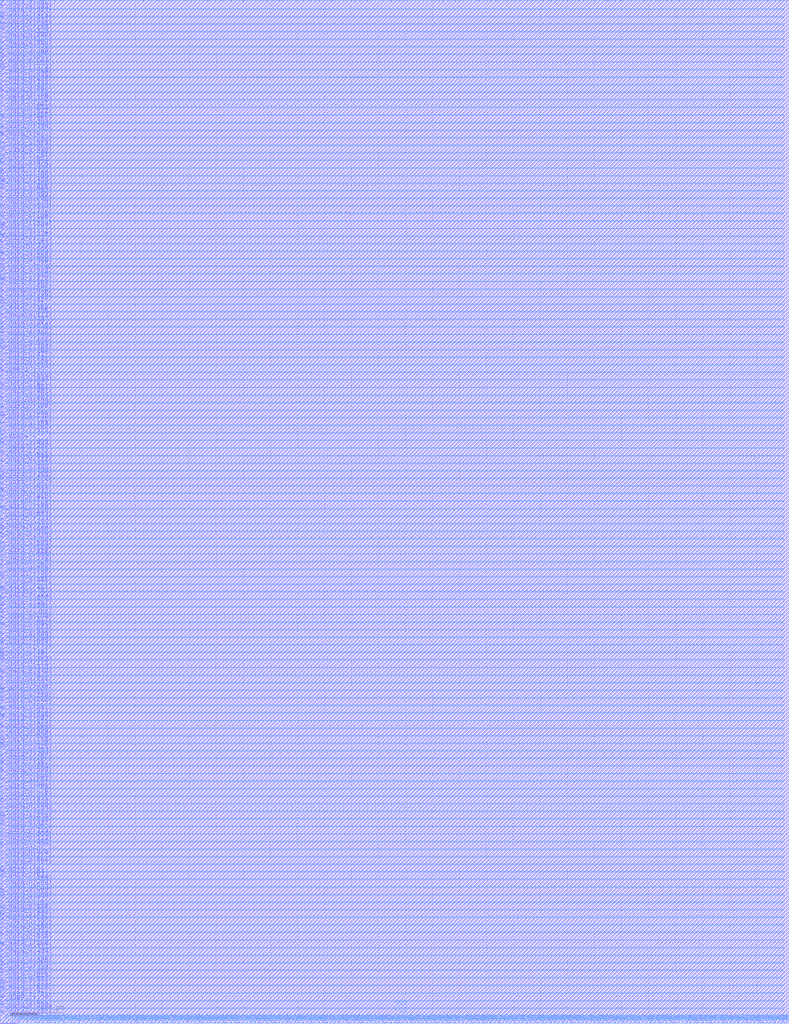
<source format=lef>
VERSION 5.8 ;
BUSBITCHARS "[]" ;
DIVIDERCHAR "/" ;
UNITS
    DATABASE MICRONS 2000 ;
END UNITS

MACRO bsg_mem_p539
  FOREIGN bsg_mem_p539 0 0 ;
  CLASS BLOCK ;
  SIZE 146.035 BY 189.245 ;
  PIN VSS
    USE GROUND ;
    DIRECTION INOUT ;
    PORT
      LAYER metal4 ;
        RECT  1.14 186.115 144.97 186.285 ;
        RECT  1.14 183.315 144.97 183.485 ;
        RECT  1.14 180.515 144.97 180.685 ;
        RECT  1.14 177.715 144.97 177.885 ;
        RECT  1.14 174.915 144.97 175.085 ;
        RECT  1.14 172.115 144.97 172.285 ;
        RECT  1.14 169.315 144.97 169.485 ;
        RECT  1.14 166.515 144.97 166.685 ;
        RECT  1.14 163.715 144.97 163.885 ;
        RECT  1.14 160.915 144.97 161.085 ;
        RECT  1.14 158.115 144.97 158.285 ;
        RECT  1.14 155.315 144.97 155.485 ;
        RECT  1.14 152.515 144.97 152.685 ;
        RECT  1.14 149.715 144.97 149.885 ;
        RECT  1.14 146.915 144.97 147.085 ;
        RECT  1.14 144.115 144.97 144.285 ;
        RECT  1.14 141.315 144.97 141.485 ;
        RECT  1.14 138.515 144.97 138.685 ;
        RECT  1.14 135.715 144.97 135.885 ;
        RECT  1.14 132.915 144.97 133.085 ;
        RECT  1.14 130.115 144.97 130.285 ;
        RECT  1.14 127.315 144.97 127.485 ;
        RECT  1.14 124.515 144.97 124.685 ;
        RECT  1.14 121.715 144.97 121.885 ;
        RECT  1.14 118.915 144.97 119.085 ;
        RECT  1.14 116.115 144.97 116.285 ;
        RECT  1.14 113.315 144.97 113.485 ;
        RECT  1.14 110.515 144.97 110.685 ;
        RECT  1.14 107.715 144.97 107.885 ;
        RECT  1.14 104.915 144.97 105.085 ;
        RECT  1.14 102.115 144.97 102.285 ;
        RECT  1.14 99.315 144.97 99.485 ;
        RECT  1.14 96.515 144.97 96.685 ;
        RECT  1.14 93.715 144.97 93.885 ;
        RECT  1.14 90.915 144.97 91.085 ;
        RECT  1.14 88.115 144.97 88.285 ;
        RECT  1.14 85.315 144.97 85.485 ;
        RECT  1.14 82.515 144.97 82.685 ;
        RECT  1.14 79.715 144.97 79.885 ;
        RECT  1.14 76.915 144.97 77.085 ;
        RECT  1.14 74.115 144.97 74.285 ;
        RECT  1.14 71.315 144.97 71.485 ;
        RECT  1.14 68.515 144.97 68.685 ;
        RECT  1.14 65.715 144.97 65.885 ;
        RECT  1.14 62.915 144.97 63.085 ;
        RECT  1.14 60.115 144.97 60.285 ;
        RECT  1.14 57.315 144.97 57.485 ;
        RECT  1.14 54.515 144.97 54.685 ;
        RECT  1.14 51.715 144.97 51.885 ;
        RECT  1.14 48.915 144.97 49.085 ;
        RECT  1.14 46.115 144.97 46.285 ;
        RECT  1.14 43.315 144.97 43.485 ;
        RECT  1.14 40.515 144.97 40.685 ;
        RECT  1.14 37.715 144.97 37.885 ;
        RECT  1.14 34.915 144.97 35.085 ;
        RECT  1.14 32.115 144.97 32.285 ;
        RECT  1.14 29.315 144.97 29.485 ;
        RECT  1.14 26.515 144.97 26.685 ;
        RECT  1.14 23.715 144.97 23.885 ;
        RECT  1.14 20.915 144.97 21.085 ;
        RECT  1.14 18.115 144.97 18.285 ;
        RECT  1.14 15.315 144.97 15.485 ;
        RECT  1.14 12.515 144.97 12.685 ;
        RECT  1.14 9.715 144.97 9.885 ;
        RECT  1.14 6.915 144.97 7.085 ;
        RECT  1.14 4.115 144.97 4.285 ;
        RECT  1.14 1.315 144.97 1.485 ;
    END
  END VSS
  PIN VDD
    USE POWER ;
    DIRECTION INOUT ;
    PORT
      LAYER metal4 ;
        RECT  1.14 187.515 144.97 187.685 ;
        RECT  1.14 184.715 144.97 184.885 ;
        RECT  1.14 181.915 144.97 182.085 ;
        RECT  1.14 179.115 144.97 179.285 ;
        RECT  1.14 176.315 144.97 176.485 ;
        RECT  1.14 173.515 144.97 173.685 ;
        RECT  1.14 170.715 144.97 170.885 ;
        RECT  1.14 167.915 144.97 168.085 ;
        RECT  1.14 165.115 144.97 165.285 ;
        RECT  1.14 162.315 144.97 162.485 ;
        RECT  1.14 159.515 144.97 159.685 ;
        RECT  1.14 156.715 144.97 156.885 ;
        RECT  1.14 153.915 144.97 154.085 ;
        RECT  1.14 151.115 144.97 151.285 ;
        RECT  1.14 148.315 144.97 148.485 ;
        RECT  1.14 145.515 144.97 145.685 ;
        RECT  1.14 142.715 144.97 142.885 ;
        RECT  1.14 139.915 144.97 140.085 ;
        RECT  1.14 137.115 144.97 137.285 ;
        RECT  1.14 134.315 144.97 134.485 ;
        RECT  1.14 131.515 144.97 131.685 ;
        RECT  1.14 128.715 144.97 128.885 ;
        RECT  1.14 125.915 144.97 126.085 ;
        RECT  1.14 123.115 144.97 123.285 ;
        RECT  1.14 120.315 144.97 120.485 ;
        RECT  1.14 117.515 144.97 117.685 ;
        RECT  1.14 114.715 144.97 114.885 ;
        RECT  1.14 111.915 144.97 112.085 ;
        RECT  1.14 109.115 144.97 109.285 ;
        RECT  1.14 106.315 144.97 106.485 ;
        RECT  1.14 103.515 144.97 103.685 ;
        RECT  1.14 100.715 144.97 100.885 ;
        RECT  1.14 97.915 144.97 98.085 ;
        RECT  1.14 95.115 144.97 95.285 ;
        RECT  1.14 92.315 144.97 92.485 ;
        RECT  1.14 89.515 144.97 89.685 ;
        RECT  1.14 86.715 144.97 86.885 ;
        RECT  1.14 83.915 144.97 84.085 ;
        RECT  1.14 81.115 144.97 81.285 ;
        RECT  1.14 78.315 144.97 78.485 ;
        RECT  1.14 75.515 144.97 75.685 ;
        RECT  1.14 72.715 144.97 72.885 ;
        RECT  1.14 69.915 144.97 70.085 ;
        RECT  1.14 67.115 144.97 67.285 ;
        RECT  1.14 64.315 144.97 64.485 ;
        RECT  1.14 61.515 144.97 61.685 ;
        RECT  1.14 58.715 144.97 58.885 ;
        RECT  1.14 55.915 144.97 56.085 ;
        RECT  1.14 53.115 144.97 53.285 ;
        RECT  1.14 50.315 144.97 50.485 ;
        RECT  1.14 47.515 144.97 47.685 ;
        RECT  1.14 44.715 144.97 44.885 ;
        RECT  1.14 41.915 144.97 42.085 ;
        RECT  1.14 39.115 144.97 39.285 ;
        RECT  1.14 36.315 144.97 36.485 ;
        RECT  1.14 33.515 144.97 33.685 ;
        RECT  1.14 30.715 144.97 30.885 ;
        RECT  1.14 27.915 144.97 28.085 ;
        RECT  1.14 25.115 144.97 25.285 ;
        RECT  1.14 22.315 144.97 22.485 ;
        RECT  1.14 19.515 144.97 19.685 ;
        RECT  1.14 16.715 144.97 16.885 ;
        RECT  1.14 13.915 144.97 14.085 ;
        RECT  1.14 11.115 144.97 11.285 ;
        RECT  1.14 8.315 144.97 8.485 ;
        RECT  1.14 5.515 144.97 5.685 ;
        RECT  1.14 2.715 144.97 2.885 ;
    END
  END VDD
  PIN r_addr_i
    DIRECTION INPUT ;
    USE SIGNAL ;
    PORT
      LAYER metal3 ;
        RECT  0 3.675 0.07 3.745 ;
    END
  END r_addr_i
  PIN r_data_o[0]
    DIRECTION OUTPUT ;
    USE SIGNAL ;
    PORT
      LAYER metal3 ;
        RECT  0 31.395 0.07 31.465 ;
    END
  END r_data_o[0]
  PIN r_data_o[100]
    DIRECTION OUTPUT ;
    USE SIGNAL ;
    PORT
      LAYER metal4 ;
        RECT  57.705 0 57.845 0.14 ;
    END
  END r_data_o[100]
  PIN r_data_o[101]
    DIRECTION OUTPUT ;
    USE SIGNAL ;
    PORT
      LAYER metal3 ;
        RECT  0 84.315 0.07 84.385 ;
    END
  END r_data_o[101]
  PIN r_data_o[102]
    DIRECTION OUTPUT ;
    USE SIGNAL ;
    PORT
      LAYER metal4 ;
        RECT  43.705 0 43.845 0.14 ;
    END
  END r_data_o[102]
  PIN r_data_o[103]
    DIRECTION OUTPUT ;
    USE SIGNAL ;
    PORT
      LAYER metal4 ;
        RECT  26.905 0 27.045 0.14 ;
    END
  END r_data_o[103]
  PIN r_data_o[104]
    DIRECTION OUTPUT ;
    USE SIGNAL ;
    PORT
      LAYER metal3 ;
        RECT  145.965 18.515 146.035 18.585 ;
    END
  END r_data_o[104]
  PIN r_data_o[105]
    DIRECTION OUTPUT ;
    USE SIGNAL ;
    PORT
      LAYER metal4 ;
        RECT  25.225 189.105 25.365 189.245 ;
    END
  END r_data_o[105]
  PIN r_data_o[106]
    DIRECTION OUTPUT ;
    USE SIGNAL ;
    PORT
      LAYER metal3 ;
        RECT  0 89.915 0.07 89.985 ;
    END
  END r_data_o[106]
  PIN r_data_o[107]
    DIRECTION OUTPUT ;
    USE SIGNAL ;
    PORT
      LAYER metal4 ;
        RECT  138.345 0 138.485 0.14 ;
    END
  END r_data_o[107]
  PIN r_data_o[108]
    DIRECTION OUTPUT ;
    USE SIGNAL ;
    PORT
      LAYER metal4 ;
        RECT  75.065 189.105 75.205 189.245 ;
    END
  END r_data_o[108]
  PIN r_data_o[109]
    DIRECTION OUTPUT ;
    USE SIGNAL ;
    PORT
      LAYER metal3 ;
        RECT  0 78.435 0.07 78.505 ;
    END
  END r_data_o[109]
  PIN r_data_o[10]
    DIRECTION OUTPUT ;
    USE SIGNAL ;
    PORT
      LAYER metal4 ;
        RECT  47.065 0 47.205 0.14 ;
    END
  END r_data_o[10]
  PIN r_data_o[110]
    DIRECTION OUTPUT ;
    USE SIGNAL ;
    PORT
      LAYER metal4 ;
        RECT  53.785 0 53.925 0.14 ;
    END
  END r_data_o[110]
  PIN r_data_o[111]
    DIRECTION OUTPUT ;
    USE SIGNAL ;
    PORT
      LAYER metal3 ;
        RECT  0 86.275 0.07 86.345 ;
    END
  END r_data_o[111]
  PIN r_data_o[112]
    DIRECTION OUTPUT ;
    USE SIGNAL ;
    PORT
      LAYER metal3 ;
        RECT  0 33.355 0.07 33.425 ;
    END
  END r_data_o[112]
  PIN r_data_o[113]
    DIRECTION OUTPUT ;
    USE SIGNAL ;
    PORT
      LAYER metal3 ;
        RECT  0 129.955 0.07 130.025 ;
    END
  END r_data_o[113]
  PIN r_data_o[114]
    DIRECTION OUTPUT ;
    USE SIGNAL ;
    PORT
      LAYER metal3 ;
        RECT  0 169.715 0.07 169.785 ;
    END
  END r_data_o[114]
  PIN r_data_o[115]
    DIRECTION OUTPUT ;
    USE SIGNAL ;
    PORT
      LAYER metal4 ;
        RECT  69.465 189.105 69.605 189.245 ;
    END
  END r_data_o[115]
  PIN r_data_o[116]
    DIRECTION OUTPUT ;
    USE SIGNAL ;
    PORT
      LAYER metal3 ;
        RECT  0 20.755 0.07 20.825 ;
    END
  END r_data_o[116]
  PIN r_data_o[117]
    DIRECTION OUTPUT ;
    USE SIGNAL ;
    PORT
      LAYER metal4 ;
        RECT  100.265 189.105 100.405 189.245 ;
    END
  END r_data_o[117]
  PIN r_data_o[118]
    DIRECTION OUTPUT ;
    USE SIGNAL ;
    PORT
      LAYER metal3 ;
        RECT  0 131.355 0.07 131.425 ;
    END
  END r_data_o[118]
  PIN r_data_o[119]
    DIRECTION OUTPUT ;
    USE SIGNAL ;
    PORT
      LAYER metal3 ;
        RECT  0 9.275 0.07 9.345 ;
    END
  END r_data_o[119]
  PIN r_data_o[11]
    DIRECTION OUTPUT ;
    USE SIGNAL ;
    PORT
      LAYER metal3 ;
        RECT  145.965 85.715 146.035 85.785 ;
    END
  END r_data_o[11]
  PIN r_data_o[120]
    DIRECTION OUTPUT ;
    USE SIGNAL ;
    PORT
      LAYER metal3 ;
        RECT  145.965 178.675 146.035 178.745 ;
    END
  END r_data_o[120]
  PIN r_data_o[121]
    DIRECTION OUTPUT ;
    USE SIGNAL ;
    PORT
      LAYER metal3 ;
        RECT  0 110.635 0.07 110.705 ;
    END
  END r_data_o[121]
  PIN r_data_o[122]
    DIRECTION OUTPUT ;
    USE SIGNAL ;
    PORT
      LAYER metal3 ;
        RECT  0 126.035 0.07 126.105 ;
    END
  END r_data_o[122]
  PIN r_data_o[123]
    DIRECTION OUTPUT ;
    USE SIGNAL ;
    PORT
      LAYER metal3 ;
        RECT  145.965 148.995 146.035 149.065 ;
    END
  END r_data_o[123]
  PIN r_data_o[124]
    DIRECTION OUTPUT ;
    USE SIGNAL ;
    PORT
      LAYER metal3 ;
        RECT  0 121.555 0.07 121.625 ;
    END
  END r_data_o[124]
  PIN r_data_o[125]
    DIRECTION OUTPUT ;
    USE SIGNAL ;
    PORT
      LAYER metal4 ;
        RECT  7.865 0 8.005 0.14 ;
    END
  END r_data_o[125]
  PIN r_data_o[126]
    DIRECTION OUTPUT ;
    USE SIGNAL ;
    PORT
      LAYER metal4 ;
        RECT  3.945 0 4.085 0.14 ;
    END
  END r_data_o[126]
  PIN r_data_o[127]
    DIRECTION OUTPUT ;
    USE SIGNAL ;
    PORT
      LAYER metal3 ;
        RECT  0 186.515 0.07 186.585 ;
    END
  END r_data_o[127]
  PIN r_data_o[128]
    DIRECTION OUTPUT ;
    USE SIGNAL ;
    PORT
      LAYER metal4 ;
        RECT  85.705 189.105 85.845 189.245 ;
    END
  END r_data_o[128]
  PIN r_data_o[129]
    DIRECTION OUTPUT ;
    USE SIGNAL ;
    PORT
      LAYER metal3 ;
        RECT  0 113.435 0.07 113.505 ;
    END
  END r_data_o[129]
  PIN r_data_o[12]
    DIRECTION OUTPUT ;
    USE SIGNAL ;
    PORT
      LAYER metal4 ;
        RECT  52.105 189.105 52.245 189.245 ;
    END
  END r_data_o[12]
  PIN r_data_o[130]
    DIRECTION OUTPUT ;
    USE SIGNAL ;
    PORT
      LAYER metal4 ;
        RECT  14.025 189.105 14.165 189.245 ;
    END
  END r_data_o[130]
  PIN r_data_o[131]
    DIRECTION OUTPUT ;
    USE SIGNAL ;
    PORT
      LAYER metal3 ;
        RECT  0 17.395 0.07 17.465 ;
    END
  END r_data_o[131]
  PIN r_data_o[132]
    DIRECTION OUTPUT ;
    USE SIGNAL ;
    PORT
      LAYER metal3 ;
        RECT  145.965 173.915 146.035 173.985 ;
    END
  END r_data_o[132]
  PIN r_data_o[133]
    DIRECTION OUTPUT ;
    USE SIGNAL ;
    PORT
      LAYER metal4 ;
        RECT  40.345 0 40.485 0.14 ;
    END
  END r_data_o[133]
  PIN r_data_o[134]
    DIRECTION OUTPUT ;
    USE SIGNAL ;
    PORT
      LAYER metal4 ;
        RECT  16.825 189.105 16.965 189.245 ;
    END
  END r_data_o[134]
  PIN r_data_o[135]
    DIRECTION OUTPUT ;
    USE SIGNAL ;
    PORT
      LAYER metal3 ;
        RECT  145.965 104.475 146.035 104.545 ;
    END
  END r_data_o[135]
  PIN r_data_o[136]
    DIRECTION OUTPUT ;
    USE SIGNAL ;
    PORT
      LAYER metal3 ;
        RECT  0 181.195 0.07 181.265 ;
    END
  END r_data_o[136]
  PIN r_data_o[137]
    DIRECTION OUTPUT ;
    USE SIGNAL ;
    PORT
      LAYER metal3 ;
        RECT  145.965 185.955 146.035 186.025 ;
    END
  END r_data_o[137]
  PIN r_data_o[138]
    DIRECTION OUTPUT ;
    USE SIGNAL ;
    PORT
      LAYER metal3 ;
        RECT  145.965 101.955 146.035 102.025 ;
    END
  END r_data_o[138]
  PIN r_data_o[139]
    DIRECTION OUTPUT ;
    USE SIGNAL ;
    PORT
      LAYER metal3 ;
        RECT  0 34.755 0.07 34.825 ;
    END
  END r_data_o[139]
  PIN r_data_o[13]
    DIRECTION OUTPUT ;
    USE SIGNAL ;
    PORT
      LAYER metal3 ;
        RECT  145.965 40.075 146.035 40.145 ;
    END
  END r_data_o[13]
  PIN r_data_o[140]
    DIRECTION OUTPUT ;
    USE SIGNAL ;
    PORT
      LAYER metal4 ;
        RECT  78.425 189.105 78.565 189.245 ;
    END
  END r_data_o[140]
  PIN r_data_o[141]
    DIRECTION OUTPUT ;
    USE SIGNAL ;
    PORT
      LAYER metal4 ;
        RECT  129.945 0 130.085 0.14 ;
    END
  END r_data_o[141]
  PIN r_data_o[142]
    DIRECTION OUTPUT ;
    USE SIGNAL ;
    PORT
      LAYER metal3 ;
        RECT  0 149.555 0.07 149.625 ;
    END
  END r_data_o[142]
  PIN r_data_o[143]
    DIRECTION OUTPUT ;
    USE SIGNAL ;
    PORT
      LAYER metal3 ;
        RECT  0 143.395 0.07 143.465 ;
    END
  END r_data_o[143]
  PIN r_data_o[144]
    DIRECTION OUTPUT ;
    USE SIGNAL ;
    PORT
      LAYER metal3 ;
        RECT  145.965 143.675 146.035 143.745 ;
    END
  END r_data_o[144]
  PIN r_data_o[145]
    DIRECTION OUTPUT ;
    USE SIGNAL ;
    PORT
      LAYER metal3 ;
        RECT  0 123.235 0.07 123.305 ;
    END
  END r_data_o[145]
  PIN r_data_o[146]
    DIRECTION OUTPUT ;
    USE SIGNAL ;
    PORT
      LAYER metal4 ;
        RECT  65.545 189.105 65.685 189.245 ;
    END
  END r_data_o[146]
  PIN r_data_o[147]
    DIRECTION OUTPUT ;
    USE SIGNAL ;
    PORT
      LAYER metal3 ;
        RECT  145.965 112.875 146.035 112.945 ;
    END
  END r_data_o[147]
  PIN r_data_o[148]
    DIRECTION OUTPUT ;
    USE SIGNAL ;
    PORT
      LAYER metal3 ;
        RECT  145.965 92.435 146.035 92.505 ;
    END
  END r_data_o[148]
  PIN r_data_o[149]
    DIRECTION OUTPUT ;
    USE SIGNAL ;
    PORT
      LAYER metal3 ;
        RECT  0 85.155 0.07 85.225 ;
    END
  END r_data_o[149]
  PIN r_data_o[14]
    DIRECTION OUTPUT ;
    USE SIGNAL ;
    PORT
      LAYER metal4 ;
        RECT  30.265 0 30.405 0.14 ;
    END
  END r_data_o[14]
  PIN r_data_o[150]
    DIRECTION OUTPUT ;
    USE SIGNAL ;
    PORT
      LAYER metal4 ;
        RECT  44.825 189.105 44.965 189.245 ;
    END
  END r_data_o[150]
  PIN r_data_o[151]
    DIRECTION OUTPUT ;
    USE SIGNAL ;
    PORT
      LAYER metal4 ;
        RECT  49.305 0 49.445 0.14 ;
    END
  END r_data_o[151]
  PIN r_data_o[152]
    DIRECTION OUTPUT ;
    USE SIGNAL ;
    PORT
      LAYER metal3 ;
        RECT  145.965 122.115 146.035 122.185 ;
    END
  END r_data_o[152]
  PIN r_data_o[153]
    DIRECTION OUTPUT ;
    USE SIGNAL ;
    PORT
      LAYER metal4 ;
        RECT  33.065 189.105 33.205 189.245 ;
    END
  END r_data_o[153]
  PIN r_data_o[154]
    DIRECTION OUTPUT ;
    USE SIGNAL ;
    PORT
      LAYER metal3 ;
        RECT  145.965 159.915 146.035 159.985 ;
    END
  END r_data_o[154]
  PIN r_data_o[155]
    DIRECTION OUTPUT ;
    USE SIGNAL ;
    PORT
      LAYER metal3 ;
        RECT  145.965 41.475 146.035 41.545 ;
    END
  END r_data_o[155]
  PIN r_data_o[156]
    DIRECTION OUTPUT ;
    USE SIGNAL ;
    PORT
      LAYER metal4 ;
        RECT  54.905 189.105 55.045 189.245 ;
    END
  END r_data_o[156]
  PIN r_data_o[157]
    DIRECTION OUTPUT ;
    USE SIGNAL ;
    PORT
      LAYER metal3 ;
        RECT  0 66.115 0.07 66.185 ;
    END
  END r_data_o[157]
  PIN r_data_o[158]
    DIRECTION OUTPUT ;
    USE SIGNAL ;
    PORT
      LAYER metal3 ;
        RECT  145.965 182.595 146.035 182.665 ;
    END
  END r_data_o[158]
  PIN r_data_o[159]
    DIRECTION OUTPUT ;
    USE SIGNAL ;
    PORT
      LAYER metal3 ;
        RECT  0 173.075 0.07 173.145 ;
    END
  END r_data_o[159]
  PIN r_data_o[15]
    DIRECTION OUTPUT ;
    USE SIGNAL ;
    PORT
      LAYER metal4 ;
        RECT  51.545 189.105 51.685 189.245 ;
    END
  END r_data_o[15]
  PIN r_data_o[160]
    DIRECTION OUTPUT ;
    USE SIGNAL ;
    PORT
      LAYER metal3 ;
        RECT  145.965 27.475 146.035 27.545 ;
    END
  END r_data_o[160]
  PIN r_data_o[161]
    DIRECTION OUTPUT ;
    USE SIGNAL ;
    PORT
      LAYER metal3 ;
        RECT  145.965 173.355 146.035 173.425 ;
    END
  END r_data_o[161]
  PIN r_data_o[162]
    DIRECTION OUTPUT ;
    USE SIGNAL ;
    PORT
      LAYER metal3 ;
        RECT  0 117.915 0.07 117.985 ;
    END
  END r_data_o[162]
  PIN r_data_o[163]
    DIRECTION OUTPUT ;
    USE SIGNAL ;
    PORT
      LAYER metal3 ;
        RECT  145.965 96.075 146.035 96.145 ;
    END
  END r_data_o[163]
  PIN r_data_o[164]
    DIRECTION OUTPUT ;
    USE SIGNAL ;
    PORT
      LAYER metal3 ;
        RECT  0 121.275 0.07 121.345 ;
    END
  END r_data_o[164]
  PIN r_data_o[165]
    DIRECTION OUTPUT ;
    USE SIGNAL ;
    PORT
      LAYER metal4 ;
        RECT  110.905 189.105 111.045 189.245 ;
    END
  END r_data_o[165]
  PIN r_data_o[166]
    DIRECTION OUTPUT ;
    USE SIGNAL ;
    PORT
      LAYER metal3 ;
        RECT  145.965 14.595 146.035 14.665 ;
    END
  END r_data_o[166]
  PIN r_data_o[167]
    DIRECTION OUTPUT ;
    USE SIGNAL ;
    PORT
      LAYER metal3 ;
        RECT  145.965 74.515 146.035 74.585 ;
    END
  END r_data_o[167]
  PIN r_data_o[168]
    DIRECTION OUTPUT ;
    USE SIGNAL ;
    PORT
      LAYER metal3 ;
        RECT  145.965 146.195 146.035 146.265 ;
    END
  END r_data_o[168]
  PIN r_data_o[169]
    DIRECTION OUTPUT ;
    USE SIGNAL ;
    PORT
      LAYER metal3 ;
        RECT  0 84.595 0.07 84.665 ;
    END
  END r_data_o[169]
  PIN r_data_o[16]
    DIRECTION OUTPUT ;
    USE SIGNAL ;
    PORT
      LAYER metal3 ;
        RECT  145.965 60.235 146.035 60.305 ;
    END
  END r_data_o[16]
  PIN r_data_o[170]
    DIRECTION OUTPUT ;
    USE SIGNAL ;
    PORT
      LAYER metal3 ;
        RECT  0 111.195 0.07 111.265 ;
    END
  END r_data_o[170]
  PIN r_data_o[171]
    DIRECTION OUTPUT ;
    USE SIGNAL ;
    PORT
      LAYER metal3 ;
        RECT  0 54.915 0.07 54.985 ;
    END
  END r_data_o[171]
  PIN r_data_o[172]
    DIRECTION OUTPUT ;
    USE SIGNAL ;
    PORT
      LAYER metal3 ;
        RECT  0 65.555 0.07 65.625 ;
    END
  END r_data_o[172]
  PIN r_data_o[173]
    DIRECTION OUTPUT ;
    USE SIGNAL ;
    PORT
      LAYER metal3 ;
        RECT  145.965 57.435 146.035 57.505 ;
    END
  END r_data_o[173]
  PIN r_data_o[174]
    DIRECTION OUTPUT ;
    USE SIGNAL ;
    PORT
      LAYER metal3 ;
        RECT  145.965 52.955 146.035 53.025 ;
    END
  END r_data_o[174]
  PIN r_data_o[175]
    DIRECTION OUTPUT ;
    USE SIGNAL ;
    PORT
      LAYER metal3 ;
        RECT  0 150.955 0.07 151.025 ;
    END
  END r_data_o[175]
  PIN r_data_o[176]
    DIRECTION OUTPUT ;
    USE SIGNAL ;
    PORT
      LAYER metal3 ;
        RECT  0 101.395 0.07 101.465 ;
    END
  END r_data_o[176]
  PIN r_data_o[177]
    DIRECTION OUTPUT ;
    USE SIGNAL ;
    PORT
      LAYER metal3 ;
        RECT  0 102.515 0.07 102.585 ;
    END
  END r_data_o[177]
  PIN r_data_o[178]
    DIRECTION OUTPUT ;
    USE SIGNAL ;
    PORT
      LAYER metal4 ;
        RECT  17.945 189.105 18.085 189.245 ;
    END
  END r_data_o[178]
  PIN r_data_o[179]
    DIRECTION OUTPUT ;
    USE SIGNAL ;
    PORT
      LAYER metal4 ;
        RECT  39.785 189.105 39.925 189.245 ;
    END
  END r_data_o[179]
  PIN r_data_o[17]
    DIRECTION OUTPUT ;
    USE SIGNAL ;
    PORT
      LAYER metal3 ;
        RECT  0 171.115 0.07 171.185 ;
    END
  END r_data_o[17]
  PIN r_data_o[180]
    DIRECTION OUTPUT ;
    USE SIGNAL ;
    PORT
      LAYER metal3 ;
        RECT  145.965 55.475 146.035 55.545 ;
    END
  END r_data_o[180]
  PIN r_data_o[181]
    DIRECTION OUTPUT ;
    USE SIGNAL ;
    PORT
      LAYER metal4 ;
        RECT  50.985 0 51.125 0.14 ;
    END
  END r_data_o[181]
  PIN r_data_o[182]
    DIRECTION OUTPUT ;
    USE SIGNAL ;
    PORT
      LAYER metal3 ;
        RECT  145.965 134.995 146.035 135.065 ;
    END
  END r_data_o[182]
  PIN r_data_o[183]
    DIRECTION OUTPUT ;
    USE SIGNAL ;
    PORT
      LAYER metal3 ;
        RECT  145.965 69.755 146.035 69.825 ;
    END
  END r_data_o[183]
  PIN r_data_o[184]
    DIRECTION OUTPUT ;
    USE SIGNAL ;
    PORT
      LAYER metal3 ;
        RECT  0 115.395 0.07 115.465 ;
    END
  END r_data_o[184]
  PIN r_data_o[185]
    DIRECTION OUTPUT ;
    USE SIGNAL ;
    PORT
      LAYER metal4 ;
        RECT  109.785 0 109.925 0.14 ;
    END
  END r_data_o[185]
  PIN r_data_o[186]
    DIRECTION OUTPUT ;
    USE SIGNAL ;
    PORT
      LAYER metal3 ;
        RECT  0 93.835 0.07 93.905 ;
    END
  END r_data_o[186]
  PIN r_data_o[187]
    DIRECTION OUTPUT ;
    USE SIGNAL ;
    PORT
      LAYER metal3 ;
        RECT  145.965 64.995 146.035 65.065 ;
    END
  END r_data_o[187]
  PIN r_data_o[188]
    DIRECTION OUTPUT ;
    USE SIGNAL ;
    PORT
      LAYER metal3 ;
        RECT  0 148.155 0.07 148.225 ;
    END
  END r_data_o[188]
  PIN r_data_o[189]
    DIRECTION OUTPUT ;
    USE SIGNAL ;
    PORT
      LAYER metal3 ;
        RECT  0 83.195 0.07 83.265 ;
    END
  END r_data_o[189]
  PIN r_data_o[18]
    DIRECTION OUTPUT ;
    USE SIGNAL ;
    PORT
      LAYER metal4 ;
        RECT  143.385 0 143.525 0.14 ;
    END
  END r_data_o[18]
  PIN r_data_o[190]
    DIRECTION OUTPUT ;
    USE SIGNAL ;
    PORT
      LAYER metal3 ;
        RECT  0 168.315 0.07 168.385 ;
    END
  END r_data_o[190]
  PIN r_data_o[191]
    DIRECTION OUTPUT ;
    USE SIGNAL ;
    PORT
      LAYER metal4 ;
        RECT  10.105 0 10.245 0.14 ;
    END
  END r_data_o[191]
  PIN r_data_o[192]
    DIRECTION OUTPUT ;
    USE SIGNAL ;
    PORT
      LAYER metal3 ;
        RECT  145.965 25.235 146.035 25.305 ;
    END
  END r_data_o[192]
  PIN r_data_o[193]
    DIRECTION OUTPUT ;
    USE SIGNAL ;
    PORT
      LAYER metal3 ;
        RECT  0 38.675 0.07 38.745 ;
    END
  END r_data_o[193]
  PIN r_data_o[194]
    DIRECTION OUTPUT ;
    USE SIGNAL ;
    PORT
      LAYER metal3 ;
        RECT  145.965 54.915 146.035 54.985 ;
    END
  END r_data_o[194]
  PIN r_data_o[195]
    DIRECTION OUTPUT ;
    USE SIGNAL ;
    PORT
      LAYER metal4 ;
        RECT  77.305 189.105 77.445 189.245 ;
    END
  END r_data_o[195]
  PIN r_data_o[196]
    DIRECTION OUTPUT ;
    USE SIGNAL ;
    PORT
      LAYER metal3 ;
        RECT  145.965 120.715 146.035 120.785 ;
    END
  END r_data_o[196]
  PIN r_data_o[197]
    DIRECTION OUTPUT ;
    USE SIGNAL ;
    PORT
      LAYER metal4 ;
        RECT  100.265 0 100.405 0.14 ;
    END
  END r_data_o[197]
  PIN r_data_o[198]
    DIRECTION OUTPUT ;
    USE SIGNAL ;
    PORT
      LAYER metal3 ;
        RECT  0 26.075 0.07 26.145 ;
    END
  END r_data_o[198]
  PIN r_data_o[199]
    DIRECTION OUTPUT ;
    USE SIGNAL ;
    PORT
      LAYER metal3 ;
        RECT  145.965 65.835 146.035 65.905 ;
    END
  END r_data_o[199]
  PIN r_data_o[19]
    DIRECTION OUTPUT ;
    USE SIGNAL ;
    PORT
      LAYER metal3 ;
        RECT  145.965 183.435 146.035 183.505 ;
    END
  END r_data_o[19]
  PIN r_data_o[1]
    DIRECTION OUTPUT ;
    USE SIGNAL ;
    PORT
      LAYER metal3 ;
        RECT  145.965 103.355 146.035 103.425 ;
    END
  END r_data_o[1]
  PIN r_data_o[200]
    DIRECTION OUTPUT ;
    USE SIGNAL ;
    PORT
      LAYER metal3 ;
        RECT  145.965 45.395 146.035 45.465 ;
    END
  END r_data_o[200]
  PIN r_data_o[201]
    DIRECTION OUTPUT ;
    USE SIGNAL ;
    PORT
      LAYER metal3 ;
        RECT  145.965 137.515 146.035 137.585 ;
    END
  END r_data_o[201]
  PIN r_data_o[202]
    DIRECTION OUTPUT ;
    USE SIGNAL ;
    PORT
      LAYER metal3 ;
        RECT  145.965 135.555 146.035 135.625 ;
    END
  END r_data_o[202]
  PIN r_data_o[203]
    DIRECTION OUTPUT ;
    USE SIGNAL ;
    PORT
      LAYER metal3 ;
        RECT  0 34.195 0.07 34.265 ;
    END
  END r_data_o[203]
  PIN r_data_o[204]
    DIRECTION OUTPUT ;
    USE SIGNAL ;
    PORT
      LAYER metal3 ;
        RECT  0 25.235 0.07 25.305 ;
    END
  END r_data_o[204]
  PIN r_data_o[205]
    DIRECTION OUTPUT ;
    USE SIGNAL ;
    PORT
      LAYER metal3 ;
        RECT  0 74.515 0.07 74.585 ;
    END
  END r_data_o[205]
  PIN r_data_o[206]
    DIRECTION OUTPUT ;
    USE SIGNAL ;
    PORT
      LAYER metal4 ;
        RECT  52.105 0 52.245 0.14 ;
    END
  END r_data_o[206]
  PIN r_data_o[207]
    DIRECTION OUTPUT ;
    USE SIGNAL ;
    PORT
      LAYER metal4 ;
        RECT  33.625 0 33.765 0.14 ;
    END
  END r_data_o[207]
  PIN r_data_o[208]
    DIRECTION OUTPUT ;
    USE SIGNAL ;
    PORT
      LAYER metal3 ;
        RECT  145.965 134.155 146.035 134.225 ;
    END
  END r_data_o[208]
  PIN r_data_o[209]
    DIRECTION OUTPUT ;
    USE SIGNAL ;
    PORT
      LAYER metal3 ;
        RECT  145.965 86.555 146.035 86.625 ;
    END
  END r_data_o[209]
  PIN r_data_o[20]
    DIRECTION OUTPUT ;
    USE SIGNAL ;
    PORT
      LAYER metal3 ;
        RECT  145.965 113.995 146.035 114.065 ;
    END
  END r_data_o[20]
  PIN r_data_o[210]
    DIRECTION OUTPUT ;
    USE SIGNAL ;
    PORT
      LAYER metal3 ;
        RECT  145.965 132.755 146.035 132.825 ;
    END
  END r_data_o[210]
  PIN r_data_o[211]
    DIRECTION OUTPUT ;
    USE SIGNAL ;
    PORT
      LAYER metal3 ;
        RECT  145.965 156.555 146.035 156.625 ;
    END
  END r_data_o[211]
  PIN r_data_o[212]
    DIRECTION OUTPUT ;
    USE SIGNAL ;
    PORT
      LAYER metal3 ;
        RECT  0 32.795 0.07 32.865 ;
    END
  END r_data_o[212]
  PIN r_data_o[213]
    DIRECTION OUTPUT ;
    USE SIGNAL ;
    PORT
      LAYER metal3 ;
        RECT  145.965 5.915 146.035 5.985 ;
    END
  END r_data_o[213]
  PIN r_data_o[214]
    DIRECTION OUTPUT ;
    USE SIGNAL ;
    PORT
      LAYER metal3 ;
        RECT  0 128.275 0.07 128.345 ;
    END
  END r_data_o[214]
  PIN r_data_o[215]
    DIRECTION OUTPUT ;
    USE SIGNAL ;
    PORT
      LAYER metal3 ;
        RECT  145.965 95.235 146.035 95.305 ;
    END
  END r_data_o[215]
  PIN r_data_o[216]
    DIRECTION OUTPUT ;
    USE SIGNAL ;
    PORT
      LAYER metal3 ;
        RECT  0 62.755 0.07 62.825 ;
    END
  END r_data_o[216]
  PIN r_data_o[217]
    DIRECTION OUTPUT ;
    USE SIGNAL ;
    PORT
      LAYER metal3 ;
        RECT  0 73.675 0.07 73.745 ;
    END
  END r_data_o[217]
  PIN r_data_o[218]
    DIRECTION OUTPUT ;
    USE SIGNAL ;
    PORT
      LAYER metal3 ;
        RECT  0 54.355 0.07 54.425 ;
    END
  END r_data_o[218]
  PIN r_data_o[219]
    DIRECTION OUTPUT ;
    USE SIGNAL ;
    PORT
      LAYER metal3 ;
        RECT  145.965 163.275 146.035 163.345 ;
    END
  END r_data_o[219]
  PIN r_data_o[21]
    DIRECTION OUTPUT ;
    USE SIGNAL ;
    PORT
      LAYER metal3 ;
        RECT  145.965 52.115 146.035 52.185 ;
    END
  END r_data_o[21]
  PIN r_data_o[220]
    DIRECTION OUTPUT ;
    USE SIGNAL ;
    PORT
      LAYER metal3 ;
        RECT  145.965 160.475 146.035 160.545 ;
    END
  END r_data_o[220]
  PIN r_data_o[221]
    DIRECTION OUTPUT ;
    USE SIGNAL ;
    PORT
      LAYER metal4 ;
        RECT  138.905 189.105 139.045 189.245 ;
    END
  END r_data_o[221]
  PIN r_data_o[222]
    DIRECTION OUTPUT ;
    USE SIGNAL ;
    PORT
      LAYER metal3 ;
        RECT  145.965 138.075 146.035 138.145 ;
    END
  END r_data_o[222]
  PIN r_data_o[223]
    DIRECTION OUTPUT ;
    USE SIGNAL ;
    PORT
      LAYER metal4 ;
        RECT  106.985 189.105 107.125 189.245 ;
    END
  END r_data_o[223]
  PIN r_data_o[224]
    DIRECTION OUTPUT ;
    USE SIGNAL ;
    PORT
      LAYER metal3 ;
        RECT  0 61.635 0.07 61.705 ;
    END
  END r_data_o[224]
  PIN r_data_o[225]
    DIRECTION OUTPUT ;
    USE SIGNAL ;
    PORT
      LAYER metal4 ;
        RECT  142.265 0 142.405 0.14 ;
    END
  END r_data_o[225]
  PIN r_data_o[226]
    DIRECTION OUTPUT ;
    USE SIGNAL ;
    PORT
      LAYER metal3 ;
        RECT  0 59.675 0.07 59.745 ;
    END
  END r_data_o[226]
  PIN r_data_o[227]
    DIRECTION OUTPUT ;
    USE SIGNAL ;
    PORT
      LAYER metal3 ;
        RECT  0 161.595 0.07 161.665 ;
    END
  END r_data_o[227]
  PIN r_data_o[228]
    DIRECTION OUTPUT ;
    USE SIGNAL ;
    PORT
      LAYER metal3 ;
        RECT  145.965 121.555 146.035 121.625 ;
    END
  END r_data_o[228]
  PIN r_data_o[229]
    DIRECTION OUTPUT ;
    USE SIGNAL ;
    PORT
      LAYER metal3 ;
        RECT  145.965 24.115 146.035 24.185 ;
    END
  END r_data_o[229]
  PIN r_data_o[22]
    DIRECTION OUTPUT ;
    USE SIGNAL ;
    PORT
      LAYER metal4 ;
        RECT  134.425 0 134.565 0.14 ;
    END
  END r_data_o[22]
  PIN r_data_o[230]
    DIRECTION OUTPUT ;
    USE SIGNAL ;
    PORT
      LAYER metal4 ;
        RECT  61.625 0 61.765 0.14 ;
    END
  END r_data_o[230]
  PIN r_data_o[231]
    DIRECTION OUTPUT ;
    USE SIGNAL ;
    PORT
      LAYER metal4 ;
        RECT  31.945 0 32.085 0.14 ;
    END
  END r_data_o[231]
  PIN r_data_o[232]
    DIRECTION OUTPUT ;
    USE SIGNAL ;
    PORT
      LAYER metal4 ;
        RECT  128.825 189.105 128.965 189.245 ;
    END
  END r_data_o[232]
  PIN r_data_o[233]
    DIRECTION OUTPUT ;
    USE SIGNAL ;
    PORT
      LAYER metal3 ;
        RECT  0 2.275 0.07 2.345 ;
    END
  END r_data_o[233]
  PIN r_data_o[234]
    DIRECTION OUTPUT ;
    USE SIGNAL ;
    PORT
      LAYER metal4 ;
        RECT  6.185 189.105 6.325 189.245 ;
    END
  END r_data_o[234]
  PIN r_data_o[235]
    DIRECTION OUTPUT ;
    USE SIGNAL ;
    PORT
      LAYER metal3 ;
        RECT  145.965 96.635 146.035 96.705 ;
    END
  END r_data_o[235]
  PIN r_data_o[236]
    DIRECTION OUTPUT ;
    USE SIGNAL ;
    PORT
      LAYER metal4 ;
        RECT  93.545 189.105 93.685 189.245 ;
    END
  END r_data_o[236]
  PIN r_data_o[237]
    DIRECTION OUTPUT ;
    USE SIGNAL ;
    PORT
      LAYER metal3 ;
        RECT  0 171.955 0.07 172.025 ;
    END
  END r_data_o[237]
  PIN r_data_o[238]
    DIRECTION OUTPUT ;
    USE SIGNAL ;
    PORT
      LAYER metal3 ;
        RECT  0 151.515 0.07 151.585 ;
    END
  END r_data_o[238]
  PIN r_data_o[239]
    DIRECTION OUTPUT ;
    USE SIGNAL ;
    PORT
      LAYER metal3 ;
        RECT  145.965 30.555 146.035 30.625 ;
    END
  END r_data_o[239]
  PIN r_data_o[23]
    DIRECTION OUTPUT ;
    USE SIGNAL ;
    PORT
      LAYER metal3 ;
        RECT  145.965 181.755 146.035 181.825 ;
    END
  END r_data_o[23]
  PIN r_data_o[240]
    DIRECTION OUTPUT ;
    USE SIGNAL ;
    PORT
      LAYER metal3 ;
        RECT  0 119.315 0.07 119.385 ;
    END
  END r_data_o[240]
  PIN r_data_o[241]
    DIRECTION OUTPUT ;
    USE SIGNAL ;
    PORT
      LAYER metal3 ;
        RECT  0 87.675 0.07 87.745 ;
    END
  END r_data_o[241]
  PIN r_data_o[242]
    DIRECTION OUTPUT ;
    USE SIGNAL ;
    PORT
      LAYER metal3 ;
        RECT  0 145.635 0.07 145.705 ;
    END
  END r_data_o[242]
  PIN r_data_o[243]
    DIRECTION OUTPUT ;
    USE SIGNAL ;
    PORT
      LAYER metal4 ;
        RECT  114.265 0 114.405 0.14 ;
    END
  END r_data_o[243]
  PIN r_data_o[244]
    DIRECTION OUTPUT ;
    USE SIGNAL ;
    PORT
      LAYER metal3 ;
        RECT  0 39.235 0.07 39.305 ;
    END
  END r_data_o[244]
  PIN r_data_o[245]
    DIRECTION OUTPUT ;
    USE SIGNAL ;
    PORT
      LAYER metal3 ;
        RECT  0 64.435 0.07 64.505 ;
    END
  END r_data_o[245]
  PIN r_data_o[246]
    DIRECTION OUTPUT ;
    USE SIGNAL ;
    PORT
      LAYER metal3 ;
        RECT  145.965 7.315 146.035 7.385 ;
    END
  END r_data_o[246]
  PIN r_data_o[247]
    DIRECTION OUTPUT ;
    USE SIGNAL ;
    PORT
      LAYER metal4 ;
        RECT  45.385 189.105 45.525 189.245 ;
    END
  END r_data_o[247]
  PIN r_data_o[248]
    DIRECTION OUTPUT ;
    USE SIGNAL ;
    PORT
      LAYER metal3 ;
        RECT  0 14.595 0.07 14.665 ;
    END
  END r_data_o[248]
  PIN r_data_o[249]
    DIRECTION OUTPUT ;
    USE SIGNAL ;
    PORT
      LAYER metal4 ;
        RECT  118.185 0 118.325 0.14 ;
    END
  END r_data_o[249]
  PIN r_data_o[24]
    DIRECTION OUTPUT ;
    USE SIGNAL ;
    PORT
      LAYER metal3 ;
        RECT  145.965 106.155 146.035 106.225 ;
    END
  END r_data_o[24]
  PIN r_data_o[250]
    DIRECTION OUTPUT ;
    USE SIGNAL ;
    PORT
      LAYER metal4 ;
        RECT  92.425 0 92.565 0.14 ;
    END
  END r_data_o[250]
  PIN r_data_o[251]
    DIRECTION OUTPUT ;
    USE SIGNAL ;
    PORT
      LAYER metal3 ;
        RECT  145.965 173.075 146.035 173.145 ;
    END
  END r_data_o[251]
  PIN r_data_o[252]
    DIRECTION OUTPUT ;
    USE SIGNAL ;
    PORT
      LAYER metal3 ;
        RECT  0 152.915 0.07 152.985 ;
    END
  END r_data_o[252]
  PIN r_data_o[253]
    DIRECTION OUTPUT ;
    USE SIGNAL ;
    PORT
      LAYER metal4 ;
        RECT  1.145 0 1.285 0.14 ;
    END
  END r_data_o[253]
  PIN r_data_o[254]
    DIRECTION OUTPUT ;
    USE SIGNAL ;
    PORT
      LAYER metal3 ;
        RECT  0 109.235 0.07 109.305 ;
    END
  END r_data_o[254]
  PIN r_data_o[255]
    DIRECTION OUTPUT ;
    USE SIGNAL ;
    PORT
      LAYER metal4 ;
        RECT  5.065 189.105 5.205 189.245 ;
    END
  END r_data_o[255]
  PIN r_data_o[256]
    DIRECTION OUTPUT ;
    USE SIGNAL ;
    PORT
      LAYER metal3 ;
        RECT  0 52.675 0.07 52.745 ;
    END
  END r_data_o[256]
  PIN r_data_o[257]
    DIRECTION OUTPUT ;
    USE SIGNAL ;
    PORT
      LAYER metal3 ;
        RECT  145.965 127.435 146.035 127.505 ;
    END
  END r_data_o[257]
  PIN r_data_o[258]
    DIRECTION OUTPUT ;
    USE SIGNAL ;
    PORT
      LAYER metal3 ;
        RECT  0 80.955 0.07 81.025 ;
    END
  END r_data_o[258]
  PIN r_data_o[259]
    DIRECTION OUTPUT ;
    USE SIGNAL ;
    PORT
      LAYER metal3 ;
        RECT  145.965 69.195 146.035 69.265 ;
    END
  END r_data_o[259]
  PIN r_data_o[25]
    DIRECTION OUTPUT ;
    USE SIGNAL ;
    PORT
      LAYER metal4 ;
        RECT  105.305 189.105 105.445 189.245 ;
    END
  END r_data_o[25]
  PIN r_data_o[260]
    DIRECTION OUTPUT ;
    USE SIGNAL ;
    PORT
      LAYER metal4 ;
        RECT  73.385 0 73.525 0.14 ;
    END
  END r_data_o[260]
  PIN r_data_o[261]
    DIRECTION OUTPUT ;
    USE SIGNAL ;
    PORT
      LAYER metal3 ;
        RECT  0 169.155 0.07 169.225 ;
    END
  END r_data_o[261]
  PIN r_data_o[262]
    DIRECTION OUTPUT ;
    USE SIGNAL ;
    PORT
      LAYER metal3 ;
        RECT  145.965 114.555 146.035 114.625 ;
    END
  END r_data_o[262]
  PIN r_data_o[263]
    DIRECTION OUTPUT ;
    USE SIGNAL ;
    PORT
      LAYER metal3 ;
        RECT  145.965 187.915 146.035 187.985 ;
    END
  END r_data_o[263]
  PIN r_data_o[264]
    DIRECTION OUTPUT ;
    USE SIGNAL ;
    PORT
      LAYER metal4 ;
        RECT  129.945 189.105 130.085 189.245 ;
    END
  END r_data_o[264]
  PIN r_data_o[265]
    DIRECTION OUTPUT ;
    USE SIGNAL ;
    PORT
      LAYER metal4 ;
        RECT  85.705 0 85.845 0.14 ;
    END
  END r_data_o[265]
  PIN r_data_o[266]
    DIRECTION OUTPUT ;
    USE SIGNAL ;
    PORT
      LAYER metal3 ;
        RECT  0 140.875 0.07 140.945 ;
    END
  END r_data_o[266]
  PIN r_data_o[267]
    DIRECTION OUTPUT ;
    USE SIGNAL ;
    PORT
      LAYER metal4 ;
        RECT  127.145 0 127.285 0.14 ;
    END
  END r_data_o[267]
  PIN r_data_o[268]
    DIRECTION OUTPUT ;
    USE SIGNAL ;
    PORT
      LAYER metal3 ;
        RECT  145.965 142.835 146.035 142.905 ;
    END
  END r_data_o[268]
  PIN r_data_o[269]
    DIRECTION OUTPUT ;
    USE SIGNAL ;
    PORT
      LAYER metal3 ;
        RECT  0 105.875 0.07 105.945 ;
    END
  END r_data_o[269]
  PIN r_data_o[26]
    DIRECTION OUTPUT ;
    USE SIGNAL ;
    PORT
      LAYER metal3 ;
        RECT  145.965 180.075 146.035 180.145 ;
    END
  END r_data_o[26]
  PIN r_data_o[270]
    DIRECTION OUTPUT ;
    USE SIGNAL ;
    PORT
      LAYER metal4 ;
        RECT  98.585 189.105 98.725 189.245 ;
    END
  END r_data_o[270]
  PIN r_data_o[271]
    DIRECTION OUTPUT ;
    USE SIGNAL ;
    PORT
      LAYER metal3 ;
        RECT  0 29.995 0.07 30.065 ;
    END
  END r_data_o[271]
  PIN r_data_o[272]
    DIRECTION OUTPUT ;
    USE SIGNAL ;
    PORT
      LAYER metal3 ;
        RECT  145.965 157.115 146.035 157.185 ;
    END
  END r_data_o[272]
  PIN r_data_o[273]
    DIRECTION OUTPUT ;
    USE SIGNAL ;
    PORT
      LAYER metal4 ;
        RECT  112.025 189.105 112.165 189.245 ;
    END
  END r_data_o[273]
  PIN r_data_o[274]
    DIRECTION OUTPUT ;
    USE SIGNAL ;
    PORT
      LAYER metal3 ;
        RECT  145.965 101.115 146.035 101.185 ;
    END
  END r_data_o[274]
  PIN r_data_o[275]
    DIRECTION OUTPUT ;
    USE SIGNAL ;
    PORT
      LAYER metal4 ;
        RECT  57.145 189.105 57.285 189.245 ;
    END
  END r_data_o[275]
  PIN r_data_o[276]
    DIRECTION OUTPUT ;
    USE SIGNAL ;
    PORT
      LAYER metal3 ;
        RECT  0 42.035 0.07 42.105 ;
    END
  END r_data_o[276]
  PIN r_data_o[277]
    DIRECTION OUTPUT ;
    USE SIGNAL ;
    PORT
      LAYER metal3 ;
        RECT  145.965 54.075 146.035 54.145 ;
    END
  END r_data_o[277]
  PIN r_data_o[278]
    DIRECTION OUTPUT ;
    USE SIGNAL ;
    PORT
      LAYER metal3 ;
        RECT  0 52.955 0.07 53.025 ;
    END
  END r_data_o[278]
  PIN r_data_o[279]
    DIRECTION OUTPUT ;
    USE SIGNAL ;
    PORT
      LAYER metal3 ;
        RECT  145.965 80.955 146.035 81.025 ;
    END
  END r_data_o[279]
  PIN r_data_o[27]
    DIRECTION OUTPUT ;
    USE SIGNAL ;
    PORT
      LAYER metal3 ;
        RECT  0 15.995 0.07 16.065 ;
    END
  END r_data_o[27]
  PIN r_data_o[280]
    DIRECTION OUTPUT ;
    USE SIGNAL ;
    PORT
      LAYER metal3 ;
        RECT  0 129.395 0.07 129.465 ;
    END
  END r_data_o[280]
  PIN r_data_o[281]
    DIRECTION OUTPUT ;
    USE SIGNAL ;
    PORT
      LAYER metal3 ;
        RECT  145.965 65.555 146.035 65.625 ;
    END
  END r_data_o[281]
  PIN r_data_o[282]
    DIRECTION OUTPUT ;
    USE SIGNAL ;
    PORT
      LAYER metal3 ;
        RECT  0 1.715 0.07 1.785 ;
    END
  END r_data_o[282]
  PIN r_data_o[283]
    DIRECTION OUTPUT ;
    USE SIGNAL ;
    PORT
      LAYER metal4 ;
        RECT  66.665 189.105 66.805 189.245 ;
    END
  END r_data_o[283]
  PIN r_data_o[284]
    DIRECTION OUTPUT ;
    USE SIGNAL ;
    PORT
      LAYER metal3 ;
        RECT  0 147.595 0.07 147.665 ;
    END
  END r_data_o[284]
  PIN r_data_o[285]
    DIRECTION OUTPUT ;
    USE SIGNAL ;
    PORT
      LAYER metal3 ;
        RECT  0 162.435 0.07 162.505 ;
    END
  END r_data_o[285]
  PIN r_data_o[286]
    DIRECTION OUTPUT ;
    USE SIGNAL ;
    PORT
      LAYER metal4 ;
        RECT  140.585 0 140.725 0.14 ;
    END
  END r_data_o[286]
  PIN r_data_o[287]
    DIRECTION OUTPUT ;
    USE SIGNAL ;
    PORT
      LAYER metal3 ;
        RECT  145.965 179.235 146.035 179.305 ;
    END
  END r_data_o[287]
  PIN r_data_o[288]
    DIRECTION OUTPUT ;
    USE SIGNAL ;
    PORT
      LAYER metal4 ;
        RECT  31.945 189.105 32.085 189.245 ;
    END
  END r_data_o[288]
  PIN r_data_o[289]
    DIRECTION OUTPUT ;
    USE SIGNAL ;
    PORT
      LAYER metal4 ;
        RECT  80.105 0 80.245 0.14 ;
    END
  END r_data_o[289]
  PIN r_data_o[28]
    DIRECTION OUTPUT ;
    USE SIGNAL ;
    PORT
      LAYER metal3 ;
        RECT  145.965 169.715 146.035 169.785 ;
    END
  END r_data_o[28]
  PIN r_data_o[290]
    DIRECTION OUTPUT ;
    USE SIGNAL ;
    PORT
      LAYER metal3 ;
        RECT  0 29.155 0.07 29.225 ;
    END
  END r_data_o[290]
  PIN r_data_o[291]
    DIRECTION OUTPUT ;
    USE SIGNAL ;
    PORT
      LAYER metal3 ;
        RECT  145.965 87.115 146.035 87.185 ;
    END
  END r_data_o[291]
  PIN r_data_o[292]
    DIRECTION OUTPUT ;
    USE SIGNAL ;
    PORT
      LAYER metal3 ;
        RECT  145.965 138.355 146.035 138.425 ;
    END
  END r_data_o[292]
  PIN r_data_o[293]
    DIRECTION OUTPUT ;
    USE SIGNAL ;
    PORT
      LAYER metal3 ;
        RECT  0 53.515 0.07 53.585 ;
    END
  END r_data_o[293]
  PIN r_data_o[294]
    DIRECTION OUTPUT ;
    USE SIGNAL ;
    PORT
      LAYER metal3 ;
        RECT  0 43.995 0.07 44.065 ;
    END
  END r_data_o[294]
  PIN r_data_o[295]
    DIRECTION OUTPUT ;
    USE SIGNAL ;
    PORT
      LAYER metal3 ;
        RECT  0 95.235 0.07 95.305 ;
    END
  END r_data_o[295]
  PIN r_data_o[296]
    DIRECTION OUTPUT ;
    USE SIGNAL ;
    PORT
      LAYER metal3 ;
        RECT  145.965 146.475 146.035 146.545 ;
    END
  END r_data_o[296]
  PIN r_data_o[297]
    DIRECTION OUTPUT ;
    USE SIGNAL ;
    PORT
      LAYER metal3 ;
        RECT  0 181.755 0.07 181.825 ;
    END
  END r_data_o[297]
  PIN r_data_o[298]
    DIRECTION OUTPUT ;
    USE SIGNAL ;
    PORT
      LAYER metal3 ;
        RECT  145.965 144.795 146.035 144.865 ;
    END
  END r_data_o[298]
  PIN r_data_o[299]
    DIRECTION OUTPUT ;
    USE SIGNAL ;
    PORT
      LAYER metal3 ;
        RECT  145.965 9.275 146.035 9.345 ;
    END
  END r_data_o[299]
  PIN r_data_o[29]
    DIRECTION OUTPUT ;
    USE SIGNAL ;
    PORT
      LAYER metal3 ;
        RECT  145.965 1.715 146.035 1.785 ;
    END
  END r_data_o[29]
  PIN r_data_o[2]
    DIRECTION OUTPUT ;
    USE SIGNAL ;
    PORT
      LAYER metal3 ;
        RECT  145.965 91.035 146.035 91.105 ;
    END
  END r_data_o[2]
  PIN r_data_o[300]
    DIRECTION OUTPUT ;
    USE SIGNAL ;
    PORT
      LAYER metal3 ;
        RECT  0 101.955 0.07 102.025 ;
    END
  END r_data_o[300]
  PIN r_data_o[301]
    DIRECTION OUTPUT ;
    USE SIGNAL ;
    PORT
      LAYER metal3 ;
        RECT  145.965 108.115 146.035 108.185 ;
    END
  END r_data_o[301]
  PIN r_data_o[302]
    DIRECTION OUTPUT ;
    USE SIGNAL ;
    PORT
      LAYER metal4 ;
        RECT  142.265 189.105 142.405 189.245 ;
    END
  END r_data_o[302]
  PIN r_data_o[303]
    DIRECTION OUTPUT ;
    USE SIGNAL ;
    PORT
      LAYER metal3 ;
        RECT  145.965 147.595 146.035 147.665 ;
    END
  END r_data_o[303]
  PIN r_data_o[304]
    DIRECTION OUTPUT ;
    USE SIGNAL ;
    PORT
      LAYER metal4 ;
        RECT  2.265 189.105 2.405 189.245 ;
    END
  END r_data_o[304]
  PIN r_data_o[305]
    DIRECTION OUTPUT ;
    USE SIGNAL ;
    PORT
      LAYER metal3 ;
        RECT  0 134.995 0.07 135.065 ;
    END
  END r_data_o[305]
  PIN r_data_o[306]
    DIRECTION OUTPUT ;
    USE SIGNAL ;
    PORT
      LAYER metal3 ;
        RECT  145.965 77.035 146.035 77.105 ;
    END
  END r_data_o[306]
  PIN r_data_o[307]
    DIRECTION OUTPUT ;
    USE SIGNAL ;
    PORT
      LAYER metal3 ;
        RECT  0 116.795 0.07 116.865 ;
    END
  END r_data_o[307]
  PIN r_data_o[308]
    DIRECTION OUTPUT ;
    USE SIGNAL ;
    PORT
      LAYER metal3 ;
        RECT  0 30.555 0.07 30.625 ;
    END
  END r_data_o[308]
  PIN r_data_o[309]
    DIRECTION OUTPUT ;
    USE SIGNAL ;
    PORT
      LAYER metal3 ;
        RECT  0 76.195 0.07 76.265 ;
    END
  END r_data_o[309]
  PIN r_data_o[30]
    DIRECTION OUTPUT ;
    USE SIGNAL ;
    PORT
      LAYER metal3 ;
        RECT  145.965 104.755 146.035 104.825 ;
    END
  END r_data_o[30]
  PIN r_data_o[310]
    DIRECTION OUTPUT ;
    USE SIGNAL ;
    PORT
      LAYER metal3 ;
        RECT  0 81.235 0.07 81.305 ;
    END
  END r_data_o[310]
  PIN r_data_o[311]
    DIRECTION OUTPUT ;
    USE SIGNAL ;
    PORT
      LAYER metal4 ;
        RECT  101.385 189.105 101.525 189.245 ;
    END
  END r_data_o[311]
  PIN r_data_o[312]
    DIRECTION OUTPUT ;
    USE SIGNAL ;
    PORT
      LAYER metal4 ;
        RECT  112.585 0 112.725 0.14 ;
    END
  END r_data_o[312]
  PIN r_data_o[313]
    DIRECTION OUTPUT ;
    USE SIGNAL ;
    PORT
      LAYER metal3 ;
        RECT  145.965 98.035 146.035 98.105 ;
    END
  END r_data_o[313]
  PIN r_data_o[314]
    DIRECTION OUTPUT ;
    USE SIGNAL ;
    PORT
      LAYER metal3 ;
        RECT  0 64.995 0.07 65.065 ;
    END
  END r_data_o[314]
  PIN r_data_o[315]
    DIRECTION OUTPUT ;
    USE SIGNAL ;
    PORT
      LAYER metal3 ;
        RECT  145.965 58.835 146.035 58.905 ;
    END
  END r_data_o[315]
  PIN r_data_o[316]
    DIRECTION OUTPUT ;
    USE SIGNAL ;
    PORT
      LAYER metal3 ;
        RECT  145.965 111.475 146.035 111.545 ;
    END
  END r_data_o[316]
  PIN r_data_o[317]
    DIRECTION OUTPUT ;
    USE SIGNAL ;
    PORT
      LAYER metal4 ;
        RECT  26.345 189.105 26.485 189.245 ;
    END
  END r_data_o[317]
  PIN r_data_o[318]
    DIRECTION OUTPUT ;
    USE SIGNAL ;
    PORT
      LAYER metal3 ;
        RECT  145.965 112.035 146.035 112.105 ;
    END
  END r_data_o[318]
  PIN r_data_o[319]
    DIRECTION OUTPUT ;
    USE SIGNAL ;
    PORT
      LAYER metal3 ;
        RECT  0 82.915 0.07 82.985 ;
    END
  END r_data_o[319]
  PIN r_data_o[31]
    DIRECTION OUTPUT ;
    USE SIGNAL ;
    PORT
      LAYER metal3 ;
        RECT  145.965 119.315 146.035 119.385 ;
    END
  END r_data_o[31]
  PIN r_data_o[320]
    DIRECTION OUTPUT ;
    USE SIGNAL ;
    PORT
      LAYER metal3 ;
        RECT  0 134.155 0.07 134.225 ;
    END
  END r_data_o[320]
  PIN r_data_o[321]
    DIRECTION OUTPUT ;
    USE SIGNAL ;
    PORT
      LAYER metal3 ;
        RECT  145.965 7.875 146.035 7.945 ;
    END
  END r_data_o[321]
  PIN r_data_o[322]
    DIRECTION OUTPUT ;
    USE SIGNAL ;
    PORT
      LAYER metal3 ;
        RECT  0 58.275 0.07 58.345 ;
    END
  END r_data_o[322]
  PIN r_data_o[323]
    DIRECTION OUTPUT ;
    USE SIGNAL ;
    PORT
      LAYER metal4 ;
        RECT  78.985 0 79.125 0.14 ;
    END
  END r_data_o[323]
  PIN r_data_o[324]
    DIRECTION OUTPUT ;
    USE SIGNAL ;
    PORT
      LAYER metal4 ;
        RECT  135.545 189.105 135.685 189.245 ;
    END
  END r_data_o[324]
  PIN r_data_o[325]
    DIRECTION OUTPUT ;
    USE SIGNAL ;
    PORT
      LAYER metal4 ;
        RECT  70.585 0 70.725 0.14 ;
    END
  END r_data_o[325]
  PIN r_data_o[326]
    DIRECTION OUTPUT ;
    USE SIGNAL ;
    PORT
      LAYER metal3 ;
        RECT  145.965 98.595 146.035 98.665 ;
    END
  END r_data_o[326]
  PIN r_data_o[327]
    DIRECTION OUTPUT ;
    USE SIGNAL ;
    PORT
      LAYER metal3 ;
        RECT  0 103.355 0.07 103.425 ;
    END
  END r_data_o[327]
  PIN r_data_o[328]
    DIRECTION OUTPUT ;
    USE SIGNAL ;
    PORT
      LAYER metal3 ;
        RECT  0 10.675 0.07 10.745 ;
    END
  END r_data_o[328]
  PIN r_data_o[329]
    DIRECTION OUTPUT ;
    USE SIGNAL ;
    PORT
      LAYER metal3 ;
        RECT  0 142.835 0.07 142.905 ;
    END
  END r_data_o[329]
  PIN r_data_o[32]
    DIRECTION OUTPUT ;
    USE SIGNAL ;
    PORT
      LAYER metal4 ;
        RECT  47.625 189.105 47.765 189.245 ;
    END
  END r_data_o[32]
  PIN r_data_o[330]
    DIRECTION OUTPUT ;
    USE SIGNAL ;
    PORT
      LAYER metal3 ;
        RECT  0 103.915 0.07 103.985 ;
    END
  END r_data_o[330]
  PIN r_data_o[331]
    DIRECTION OUTPUT ;
    USE SIGNAL ;
    PORT
      LAYER metal3 ;
        RECT  0 13.195 0.07 13.265 ;
    END
  END r_data_o[331]
  PIN r_data_o[332]
    DIRECTION OUTPUT ;
    USE SIGNAL ;
    PORT
      LAYER metal3 ;
        RECT  0 162.995 0.07 163.065 ;
    END
  END r_data_o[332]
  PIN r_data_o[333]
    DIRECTION OUTPUT ;
    USE SIGNAL ;
    PORT
      LAYER metal3 ;
        RECT  0 118.755 0.07 118.825 ;
    END
  END r_data_o[333]
  PIN r_data_o[334]
    DIRECTION OUTPUT ;
    USE SIGNAL ;
    PORT
      LAYER metal4 ;
        RECT  18.505 189.105 18.645 189.245 ;
    END
  END r_data_o[334]
  PIN r_data_o[335]
    DIRECTION OUTPUT ;
    USE SIGNAL ;
    PORT
      LAYER metal3 ;
        RECT  145.965 48.755 146.035 48.825 ;
    END
  END r_data_o[335]
  PIN r_data_o[336]
    DIRECTION OUTPUT ;
    USE SIGNAL ;
    PORT
      LAYER metal3 ;
        RECT  145.965 162.435 146.035 162.505 ;
    END
  END r_data_o[336]
  PIN r_data_o[337]
    DIRECTION OUTPUT ;
    USE SIGNAL ;
    PORT
      LAYER metal4 ;
        RECT  90.745 0 90.885 0.14 ;
    END
  END r_data_o[337]
  PIN r_data_o[338]
    DIRECTION OUTPUT ;
    USE SIGNAL ;
    PORT
      LAYER metal3 ;
        RECT  0 15.155 0.07 15.225 ;
    END
  END r_data_o[338]
  PIN r_data_o[339]
    DIRECTION OUTPUT ;
    USE SIGNAL ;
    PORT
      LAYER metal3 ;
        RECT  145.965 175.875 146.035 175.945 ;
    END
  END r_data_o[339]
  PIN r_data_o[33]
    DIRECTION OUTPUT ;
    USE SIGNAL ;
    PORT
      LAYER metal3 ;
        RECT  145.965 116.795 146.035 116.865 ;
    END
  END r_data_o[33]
  PIN r_data_o[340]
    DIRECTION OUTPUT ;
    USE SIGNAL ;
    PORT
      LAYER metal3 ;
        RECT  0 138.075 0.07 138.145 ;
    END
  END r_data_o[340]
  PIN r_data_o[341]
    DIRECTION OUTPUT ;
    USE SIGNAL ;
    PORT
      LAYER metal4 ;
        RECT  7.865 189.105 8.005 189.245 ;
    END
  END r_data_o[341]
  PIN r_data_o[342]
    DIRECTION OUTPUT ;
    USE SIGNAL ;
    PORT
      LAYER metal3 ;
        RECT  145.965 177.835 146.035 177.905 ;
    END
  END r_data_o[342]
  PIN r_data_o[343]
    DIRECTION OUTPUT ;
    USE SIGNAL ;
    PORT
      LAYER metal3 ;
        RECT  145.965 171.115 146.035 171.185 ;
    END
  END r_data_o[343]
  PIN r_data_o[344]
    DIRECTION OUTPUT ;
    USE SIGNAL ;
    PORT
      LAYER metal3 ;
        RECT  0 97.195 0.07 97.265 ;
    END
  END r_data_o[344]
  PIN r_data_o[345]
    DIRECTION OUTPUT ;
    USE SIGNAL ;
    PORT
      LAYER metal3 ;
        RECT  145.965 45.675 146.035 45.745 ;
    END
  END r_data_o[345]
  PIN r_data_o[346]
    DIRECTION OUTPUT ;
    USE SIGNAL ;
    PORT
      LAYER metal3 ;
        RECT  0 175.035 0.07 175.105 ;
    END
  END r_data_o[346]
  PIN r_data_o[347]
    DIRECTION OUTPUT ;
    USE SIGNAL ;
    PORT
      LAYER metal4 ;
        RECT  84.585 0 84.725 0.14 ;
    END
  END r_data_o[347]
  PIN r_data_o[348]
    DIRECTION OUTPUT ;
    USE SIGNAL ;
    PORT
      LAYER metal4 ;
        RECT  85.145 189.105 85.285 189.245 ;
    END
  END r_data_o[348]
  PIN r_data_o[349]
    DIRECTION OUTPUT ;
    USE SIGNAL ;
    PORT
      LAYER metal3 ;
        RECT  0 91.875 0.07 91.945 ;
    END
  END r_data_o[349]
  PIN r_data_o[34]
    DIRECTION OUTPUT ;
    USE SIGNAL ;
    PORT
      LAYER metal4 ;
        RECT  70.585 189.105 70.725 189.245 ;
    END
  END r_data_o[34]
  PIN r_data_o[350]
    DIRECTION OUTPUT ;
    USE SIGNAL ;
    PORT
      LAYER metal3 ;
        RECT  145.965 102.515 146.035 102.585 ;
    END
  END r_data_o[350]
  PIN r_data_o[351]
    DIRECTION OUTPUT ;
    USE SIGNAL ;
    PORT
      LAYER metal3 ;
        RECT  0 88.515 0.07 88.585 ;
    END
  END r_data_o[351]
  PIN r_data_o[352]
    DIRECTION OUTPUT ;
    USE SIGNAL ;
    PORT
      LAYER metal3 ;
        RECT  145.965 50.155 146.035 50.225 ;
    END
  END r_data_o[352]
  PIN r_data_o[353]
    DIRECTION OUTPUT ;
    USE SIGNAL ;
    PORT
      LAYER metal3 ;
        RECT  145.965 87.955 146.035 88.025 ;
    END
  END r_data_o[353]
  PIN r_data_o[354]
    DIRECTION OUTPUT ;
    USE SIGNAL ;
    PORT
      LAYER metal3 ;
        RECT  0 140.035 0.07 140.105 ;
    END
  END r_data_o[354]
  PIN r_data_o[355]
    DIRECTION OUTPUT ;
    USE SIGNAL ;
    PORT
      LAYER metal3 ;
        RECT  145.965 130.795 146.035 130.865 ;
    END
  END r_data_o[355]
  PIN r_data_o[356]
    DIRECTION OUTPUT ;
    USE SIGNAL ;
    PORT
      LAYER metal3 ;
        RECT  145.965 31.395 146.035 31.465 ;
    END
  END r_data_o[356]
  PIN r_data_o[357]
    DIRECTION OUTPUT ;
    USE SIGNAL ;
    PORT
      LAYER metal4 ;
        RECT  24.665 189.105 24.805 189.245 ;
    END
  END r_data_o[357]
  PIN r_data_o[358]
    DIRECTION OUTPUT ;
    USE SIGNAL ;
    PORT
      LAYER metal3 ;
        RECT  145.965 105.315 146.035 105.385 ;
    END
  END r_data_o[358]
  PIN r_data_o[359]
    DIRECTION OUTPUT ;
    USE SIGNAL ;
    PORT
      LAYER metal4 ;
        RECT  97.465 189.105 97.605 189.245 ;
    END
  END r_data_o[359]
  PIN r_data_o[35]
    DIRECTION OUTPUT ;
    USE SIGNAL ;
    PORT
      LAYER metal4 ;
        RECT  132.745 189.105 132.885 189.245 ;
    END
  END r_data_o[35]
  PIN r_data_o[360]
    DIRECTION OUTPUT ;
    USE SIGNAL ;
    PORT
      LAYER metal3 ;
        RECT  0 126.595 0.07 126.665 ;
    END
  END r_data_o[360]
  PIN r_data_o[361]
    DIRECTION OUTPUT ;
    USE SIGNAL ;
    PORT
      LAYER metal3 ;
        RECT  145.965 110.075 146.035 110.145 ;
    END
  END r_data_o[361]
  PIN r_data_o[362]
    DIRECTION OUTPUT ;
    USE SIGNAL ;
    PORT
      LAYER metal4 ;
        RECT  96.345 189.105 96.485 189.245 ;
    END
  END r_data_o[362]
  PIN r_data_o[363]
    DIRECTION OUTPUT ;
    USE SIGNAL ;
    PORT
      LAYER metal3 ;
        RECT  145.965 59.115 146.035 59.185 ;
    END
  END r_data_o[363]
  PIN r_data_o[364]
    DIRECTION OUTPUT ;
    USE SIGNAL ;
    PORT
      LAYER metal3 ;
        RECT  145.965 50.715 146.035 50.785 ;
    END
  END r_data_o[364]
  PIN r_data_o[365]
    DIRECTION OUTPUT ;
    USE SIGNAL ;
    PORT
      LAYER metal4 ;
        RECT  96.345 0 96.485 0.14 ;
    END
  END r_data_o[365]
  PIN r_data_o[366]
    DIRECTION OUTPUT ;
    USE SIGNAL ;
    PORT
      LAYER metal3 ;
        RECT  0 142.275 0.07 142.345 ;
    END
  END r_data_o[366]
  PIN r_data_o[367]
    DIRECTION OUTPUT ;
    USE SIGNAL ;
    PORT
      LAYER metal3 ;
        RECT  145.965 75.635 146.035 75.705 ;
    END
  END r_data_o[367]
  PIN r_data_o[368]
    DIRECTION OUTPUT ;
    USE SIGNAL ;
    PORT
      LAYER metal3 ;
        RECT  145.965 155.155 146.035 155.225 ;
    END
  END r_data_o[368]
  PIN r_data_o[369]
    DIRECTION OUTPUT ;
    USE SIGNAL ;
    PORT
      LAYER metal3 ;
        RECT  145.965 136.115 146.035 136.185 ;
    END
  END r_data_o[369]
  PIN r_data_o[36]
    DIRECTION OUTPUT ;
    USE SIGNAL ;
    PORT
      LAYER metal4 ;
        RECT  95.225 189.105 95.365 189.245 ;
    END
  END r_data_o[36]
  PIN r_data_o[370]
    DIRECTION OUTPUT ;
    USE SIGNAL ;
    PORT
      LAYER metal3 ;
        RECT  0 42.595 0.07 42.665 ;
    END
  END r_data_o[370]
  PIN r_data_o[371]
    DIRECTION OUTPUT ;
    USE SIGNAL ;
    PORT
      LAYER metal4 ;
        RECT  92.425 189.105 92.565 189.245 ;
    END
  END r_data_o[371]
  PIN r_data_o[372]
    DIRECTION OUTPUT ;
    USE SIGNAL ;
    PORT
      LAYER metal3 ;
        RECT  145.965 72.555 146.035 72.625 ;
    END
  END r_data_o[372]
  PIN r_data_o[373]
    DIRECTION OUTPUT ;
    USE SIGNAL ;
    PORT
      LAYER metal3 ;
        RECT  145.965 12.075 146.035 12.145 ;
    END
  END r_data_o[373]
  PIN r_data_o[374]
    DIRECTION OUTPUT ;
    USE SIGNAL ;
    PORT
      LAYER metal3 ;
        RECT  0 173.915 0.07 173.985 ;
    END
  END r_data_o[374]
  PIN r_data_o[375]
    DIRECTION OUTPUT ;
    USE SIGNAL ;
    PORT
      LAYER metal3 ;
        RECT  0 30.835 0.07 30.905 ;
    END
  END r_data_o[375]
  PIN r_data_o[376]
    DIRECTION OUTPUT ;
    USE SIGNAL ;
    PORT
      LAYER metal3 ;
        RECT  145.965 38.955 146.035 39.025 ;
    END
  END r_data_o[376]
  PIN r_data_o[377]
    DIRECTION OUTPUT ;
    USE SIGNAL ;
    PORT
      LAYER metal4 ;
        RECT  124.905 0 125.045 0.14 ;
    END
  END r_data_o[377]
  PIN r_data_o[378]
    DIRECTION OUTPUT ;
    USE SIGNAL ;
    PORT
      LAYER metal4 ;
        RECT  123.225 189.105 123.365 189.245 ;
    END
  END r_data_o[378]
  PIN r_data_o[379]
    DIRECTION OUTPUT ;
    USE SIGNAL ;
    PORT
      LAYER metal3 ;
        RECT  0 182.595 0.07 182.665 ;
    END
  END r_data_o[379]
  PIN r_data_o[37]
    DIRECTION OUTPUT ;
    USE SIGNAL ;
    PORT
      LAYER metal3 ;
        RECT  0 80.395 0.07 80.465 ;
    END
  END r_data_o[37]
  PIN r_data_o[380]
    DIRECTION OUTPUT ;
    USE SIGNAL ;
    PORT
      LAYER metal4 ;
        RECT  141.705 189.105 141.845 189.245 ;
    END
  END r_data_o[380]
  PIN r_data_o[381]
    DIRECTION OUTPUT ;
    USE SIGNAL ;
    PORT
      LAYER metal3 ;
        RECT  0 123.515 0.07 123.585 ;
    END
  END r_data_o[381]
  PIN r_data_o[382]
    DIRECTION OUTPUT ;
    USE SIGNAL ;
    PORT
      LAYER metal3 ;
        RECT  0 187.075 0.07 187.145 ;
    END
  END r_data_o[382]
  PIN r_data_o[383]
    DIRECTION OUTPUT ;
    USE SIGNAL ;
    PORT
      LAYER metal3 ;
        RECT  145.965 101.395 146.035 101.465 ;
    END
  END r_data_o[383]
  PIN r_data_o[384]
    DIRECTION OUTPUT ;
    USE SIGNAL ;
    PORT
      LAYER metal3 ;
        RECT  0 165.235 0.07 165.305 ;
    END
  END r_data_o[384]
  PIN r_data_o[385]
    DIRECTION OUTPUT ;
    USE SIGNAL ;
    PORT
      LAYER metal3 ;
        RECT  145.965 62.195 146.035 62.265 ;
    END
  END r_data_o[385]
  PIN r_data_o[386]
    DIRECTION OUTPUT ;
    USE SIGNAL ;
    PORT
      LAYER metal3 ;
        RECT  0 170.275 0.07 170.345 ;
    END
  END r_data_o[386]
  PIN r_data_o[387]
    DIRECTION OUTPUT ;
    USE SIGNAL ;
    PORT
      LAYER metal3 ;
        RECT  145.965 150.955 146.035 151.025 ;
    END
  END r_data_o[387]
  PIN r_data_o[388]
    DIRECTION OUTPUT ;
    USE SIGNAL ;
    PORT
      LAYER metal3 ;
        RECT  145.965 141.715 146.035 141.785 ;
    END
  END r_data_o[388]
  PIN r_data_o[389]
    DIRECTION OUTPUT ;
    USE SIGNAL ;
    PORT
      LAYER metal3 ;
        RECT  0 164.395 0.07 164.465 ;
    END
  END r_data_o[389]
  PIN r_data_o[38]
    DIRECTION OUTPUT ;
    USE SIGNAL ;
    PORT
      LAYER metal3 ;
        RECT  145.965 35.315 146.035 35.385 ;
    END
  END r_data_o[38]
  PIN r_data_o[390]
    DIRECTION OUTPUT ;
    USE SIGNAL ;
    PORT
      LAYER metal3 ;
        RECT  145.965 136.955 146.035 137.025 ;
    END
  END r_data_o[390]
  PIN r_data_o[391]
    DIRECTION OUTPUT ;
    USE SIGNAL ;
    PORT
      LAYER metal3 ;
        RECT  145.965 165.235 146.035 165.305 ;
    END
  END r_data_o[391]
  PIN r_data_o[392]
    DIRECTION OUTPUT ;
    USE SIGNAL ;
    PORT
      LAYER metal4 ;
        RECT  87.385 0 87.525 0.14 ;
    END
  END r_data_o[392]
  PIN r_data_o[393]
    DIRECTION OUTPUT ;
    USE SIGNAL ;
    PORT
      LAYER metal4 ;
        RECT  81.785 0 81.925 0.14 ;
    END
  END r_data_o[393]
  PIN r_data_o[394]
    DIRECTION OUTPUT ;
    USE SIGNAL ;
    PORT
      LAYER metal3 ;
        RECT  0 180.355 0.07 180.425 ;
    END
  END r_data_o[394]
  PIN r_data_o[395]
    DIRECTION OUTPUT ;
    USE SIGNAL ;
    PORT
      LAYER metal4 ;
        RECT  107.545 0 107.685 0.14 ;
    END
  END r_data_o[395]
  PIN r_data_o[396]
    DIRECTION OUTPUT ;
    USE SIGNAL ;
    PORT
      LAYER metal3 ;
        RECT  0 17.955 0.07 18.025 ;
    END
  END r_data_o[396]
  PIN r_data_o[397]
    DIRECTION OUTPUT ;
    USE SIGNAL ;
    PORT
      LAYER metal3 ;
        RECT  145.965 36.155 146.035 36.225 ;
    END
  END r_data_o[397]
  PIN r_data_o[398]
    DIRECTION OUTPUT ;
    USE SIGNAL ;
    PORT
      LAYER metal4 ;
        RECT  112.585 189.105 112.725 189.245 ;
    END
  END r_data_o[398]
  PIN r_data_o[399]
    DIRECTION OUTPUT ;
    USE SIGNAL ;
    PORT
      LAYER metal3 ;
        RECT  145.965 126.035 146.035 126.105 ;
    END
  END r_data_o[399]
  PIN r_data_o[39]
    DIRECTION OUTPUT ;
    USE SIGNAL ;
    PORT
      LAYER metal4 ;
        RECT  23.545 189.105 23.685 189.245 ;
    END
  END r_data_o[39]
  PIN r_data_o[3]
    DIRECTION OUTPUT ;
    USE SIGNAL ;
    PORT
      LAYER metal3 ;
        RECT  0 144.235 0.07 144.305 ;
    END
  END r_data_o[3]
  PIN r_data_o[400]
    DIRECTION OUTPUT ;
    USE SIGNAL ;
    PORT
      LAYER metal3 ;
        RECT  145.965 156.275 146.035 156.345 ;
    END
  END r_data_o[400]
  PIN r_data_o[401]
    DIRECTION OUTPUT ;
    USE SIGNAL ;
    PORT
      LAYER metal3 ;
        RECT  0 160.195 0.07 160.265 ;
    END
  END r_data_o[401]
  PIN r_data_o[402]
    DIRECTION OUTPUT ;
    USE SIGNAL ;
    PORT
      LAYER metal3 ;
        RECT  145.965 38.675 146.035 38.745 ;
    END
  END r_data_o[402]
  PIN r_data_o[403]
    DIRECTION OUTPUT ;
    USE SIGNAL ;
    PORT
      LAYER metal3 ;
        RECT  0 165.795 0.07 165.865 ;
    END
  END r_data_o[403]
  PIN r_data_o[404]
    DIRECTION OUTPUT ;
    USE SIGNAL ;
    PORT
      LAYER metal4 ;
        RECT  30.825 0 30.965 0.14 ;
    END
  END r_data_o[404]
  PIN r_data_o[405]
    DIRECTION OUTPUT ;
    USE SIGNAL ;
    PORT
      LAYER metal3 ;
        RECT  0 70.875 0.07 70.945 ;
    END
  END r_data_o[405]
  PIN r_data_o[406]
    DIRECTION OUTPUT ;
    USE SIGNAL ;
    PORT
      LAYER metal3 ;
        RECT  0 157.675 0.07 157.745 ;
    END
  END r_data_o[406]
  PIN r_data_o[407]
    DIRECTION OUTPUT ;
    USE SIGNAL ;
    PORT
      LAYER metal4 ;
        RECT  124.345 0 124.485 0.14 ;
    END
  END r_data_o[407]
  PIN r_data_o[408]
    DIRECTION OUTPUT ;
    USE SIGNAL ;
    PORT
      LAYER metal3 ;
        RECT  0 41.475 0.07 41.545 ;
    END
  END r_data_o[408]
  PIN r_data_o[409]
    DIRECTION OUTPUT ;
    USE SIGNAL ;
    PORT
      LAYER metal4 ;
        RECT  71.145 0 71.285 0.14 ;
    END
  END r_data_o[409]
  PIN r_data_o[40]
    DIRECTION OUTPUT ;
    USE SIGNAL ;
    PORT
      LAYER metal4 ;
        RECT  22.425 0 22.565 0.14 ;
    END
  END r_data_o[40]
  PIN r_data_o[410]
    DIRECTION OUTPUT ;
    USE SIGNAL ;
    PORT
      LAYER metal3 ;
        RECT  0 96.355 0.07 96.425 ;
    END
  END r_data_o[410]
  PIN r_data_o[411]
    DIRECTION OUTPUT ;
    USE SIGNAL ;
    PORT
      LAYER metal4 ;
        RECT  21.305 189.105 21.445 189.245 ;
    END
  END r_data_o[411]
  PIN r_data_o[412]
    DIRECTION OUTPUT ;
    USE SIGNAL ;
    PORT
      LAYER metal4 ;
        RECT  69.465 0 69.605 0.14 ;
    END
  END r_data_o[412]
  PIN r_data_o[413]
    DIRECTION OUTPUT ;
    USE SIGNAL ;
    PORT
      LAYER metal3 ;
        RECT  145.965 79.835 146.035 79.905 ;
    END
  END r_data_o[413]
  PIN r_data_o[414]
    DIRECTION OUTPUT ;
    USE SIGNAL ;
    PORT
      LAYER metal3 ;
        RECT  145.965 37.555 146.035 37.625 ;
    END
  END r_data_o[414]
  PIN r_data_o[415]
    DIRECTION OUTPUT ;
    USE SIGNAL ;
    PORT
      LAYER metal3 ;
        RECT  145.965 90.475 146.035 90.545 ;
    END
  END r_data_o[415]
  PIN r_data_o[416]
    DIRECTION OUTPUT ;
    USE SIGNAL ;
    PORT
      LAYER metal3 ;
        RECT  0 153.755 0.07 153.825 ;
    END
  END r_data_o[416]
  PIN r_data_o[417]
    DIRECTION OUTPUT ;
    USE SIGNAL ;
    PORT
      LAYER metal3 ;
        RECT  0 124.635 0.07 124.705 ;
    END
  END r_data_o[417]
  PIN r_data_o[418]
    DIRECTION OUTPUT ;
    USE SIGNAL ;
    PORT
      LAYER metal3 ;
        RECT  145.965 161.595 146.035 161.665 ;
    END
  END r_data_o[418]
  PIN r_data_o[419]
    DIRECTION OUTPUT ;
    USE SIGNAL ;
    PORT
      LAYER metal3 ;
        RECT  145.965 157.675 146.035 157.745 ;
    END
  END r_data_o[419]
  PIN r_data_o[41]
    DIRECTION OUTPUT ;
    USE SIGNAL ;
    PORT
      LAYER metal3 ;
        RECT  0 122.675 0.07 122.745 ;
    END
  END r_data_o[41]
  PIN r_data_o[420]
    DIRECTION OUTPUT ;
    USE SIGNAL ;
    PORT
      LAYER metal3 ;
        RECT  145.965 177.275 146.035 177.345 ;
    END
  END r_data_o[420]
  PIN r_data_o[421]
    DIRECTION OUTPUT ;
    USE SIGNAL ;
    PORT
      LAYER metal3 ;
        RECT  145.965 67.795 146.035 67.865 ;
    END
  END r_data_o[421]
  PIN r_data_o[422]
    DIRECTION OUTPUT ;
    USE SIGNAL ;
    PORT
      LAYER metal3 ;
        RECT  0 29.435 0.07 29.505 ;
    END
  END r_data_o[422]
  PIN r_data_o[423]
    DIRECTION OUTPUT ;
    USE SIGNAL ;
    PORT
      LAYER metal4 ;
        RECT  44.265 0 44.405 0.14 ;
    END
  END r_data_o[423]
  PIN r_data_o[424]
    DIRECTION OUTPUT ;
    USE SIGNAL ;
    PORT
      LAYER metal3 ;
        RECT  145.965 108.675 146.035 108.745 ;
    END
  END r_data_o[424]
  PIN r_data_o[425]
    DIRECTION OUTPUT ;
    USE SIGNAL ;
    PORT
      LAYER metal3 ;
        RECT  145.965 28.035 146.035 28.105 ;
    END
  END r_data_o[425]
  PIN r_data_o[426]
    DIRECTION OUTPUT ;
    USE SIGNAL ;
    PORT
      LAYER metal4 ;
        RECT  59.945 189.105 60.085 189.245 ;
    END
  END r_data_o[426]
  PIN r_data_o[427]
    DIRECTION OUTPUT ;
    USE SIGNAL ;
    PORT
      LAYER metal3 ;
        RECT  0 184.555 0.07 184.625 ;
    END
  END r_data_o[427]
  PIN r_data_o[428]
    DIRECTION OUTPUT ;
    USE SIGNAL ;
    PORT
      LAYER metal3 ;
        RECT  145.965 28.875 146.035 28.945 ;
    END
  END r_data_o[428]
  PIN r_data_o[429]
    DIRECTION OUTPUT ;
    USE SIGNAL ;
    PORT
      LAYER metal3 ;
        RECT  0 133.595 0.07 133.665 ;
    END
  END r_data_o[429]
  PIN r_data_o[42]
    DIRECTION OUTPUT ;
    USE SIGNAL ;
    PORT
      LAYER metal3 ;
        RECT  0 35.315 0.07 35.385 ;
    END
  END r_data_o[42]
  PIN r_data_o[430]
    DIRECTION OUTPUT ;
    USE SIGNAL ;
    PORT
      LAYER metal3 ;
        RECT  0 122.115 0.07 122.185 ;
    END
  END r_data_o[430]
  PIN r_data_o[431]
    DIRECTION OUTPUT ;
    USE SIGNAL ;
    PORT
      LAYER metal3 ;
        RECT  145.965 31.955 146.035 32.025 ;
    END
  END r_data_o[431]
  PIN r_data_o[432]
    DIRECTION OUTPUT ;
    USE SIGNAL ;
    PORT
      LAYER metal4 ;
        RECT  30.265 189.105 30.405 189.245 ;
    END
  END r_data_o[432]
  PIN r_data_o[433]
    DIRECTION OUTPUT ;
    USE SIGNAL ;
    PORT
      LAYER metal4 ;
        RECT  94.665 189.105 94.805 189.245 ;
    END
  END r_data_o[433]
  PIN r_data_o[434]
    DIRECTION OUTPUT ;
    USE SIGNAL ;
    PORT
      LAYER metal3 ;
        RECT  145.965 171.955 146.035 172.025 ;
    END
  END r_data_o[434]
  PIN r_data_o[435]
    DIRECTION OUTPUT ;
    USE SIGNAL ;
    PORT
      LAYER metal3 ;
        RECT  0 174.475 0.07 174.545 ;
    END
  END r_data_o[435]
  PIN r_data_o[436]
    DIRECTION OUTPUT ;
    USE SIGNAL ;
    PORT
      LAYER metal3 ;
        RECT  0 113.995 0.07 114.065 ;
    END
  END r_data_o[436]
  PIN r_data_o[437]
    DIRECTION OUTPUT ;
    USE SIGNAL ;
    PORT
      LAYER metal3 ;
        RECT  145.965 144.235 146.035 144.305 ;
    END
  END r_data_o[437]
  PIN r_data_o[438]
    DIRECTION OUTPUT ;
    USE SIGNAL ;
    PORT
      LAYER metal3 ;
        RECT  0 37.275 0.07 37.345 ;
    END
  END r_data_o[438]
  PIN r_data_o[439]
    DIRECTION OUTPUT ;
    USE SIGNAL ;
    PORT
      LAYER metal4 ;
        RECT  58.825 0 58.965 0.14 ;
    END
  END r_data_o[439]
  PIN r_data_o[43]
    DIRECTION OUTPUT ;
    USE SIGNAL ;
    PORT
      LAYER metal3 ;
        RECT  0 28.595 0.07 28.665 ;
    END
  END r_data_o[43]
  PIN r_data_o[440]
    DIRECTION OUTPUT ;
    USE SIGNAL ;
    PORT
      LAYER metal4 ;
        RECT  20.745 189.105 20.885 189.245 ;
    END
  END r_data_o[440]
  PIN r_data_o[441]
    DIRECTION OUTPUT ;
    USE SIGNAL ;
    PORT
      LAYER metal3 ;
        RECT  0 46.795 0.07 46.865 ;
    END
  END r_data_o[441]
  PIN r_data_o[442]
    DIRECTION OUTPUT ;
    USE SIGNAL ;
    PORT
      LAYER metal3 ;
        RECT  145.965 85.155 146.035 85.225 ;
    END
  END r_data_o[442]
  PIN r_data_o[443]
    DIRECTION OUTPUT ;
    USE SIGNAL ;
    PORT
      LAYER metal3 ;
        RECT  145.965 19.915 146.035 19.985 ;
    END
  END r_data_o[443]
  PIN r_data_o[444]
    DIRECTION OUTPUT ;
    USE SIGNAL ;
    PORT
      LAYER metal3 ;
        RECT  145.965 123.515 146.035 123.585 ;
    END
  END r_data_o[444]
  PIN r_data_o[445]
    DIRECTION OUTPUT ;
    USE SIGNAL ;
    PORT
      LAYER metal3 ;
        RECT  145.965 100.555 146.035 100.625 ;
    END
  END r_data_o[445]
  PIN r_data_o[446]
    DIRECTION OUTPUT ;
    USE SIGNAL ;
    PORT
      LAYER metal3 ;
        RECT  0 160.475 0.07 160.545 ;
    END
  END r_data_o[446]
  PIN r_data_o[447]
    DIRECTION OUTPUT ;
    USE SIGNAL ;
    PORT
      LAYER metal3 ;
        RECT  0 49.595 0.07 49.665 ;
    END
  END r_data_o[447]
  PIN r_data_o[448]
    DIRECTION OUTPUT ;
    USE SIGNAL ;
    PORT
      LAYER metal3 ;
        RECT  145.965 171.675 146.035 171.745 ;
    END
  END r_data_o[448]
  PIN r_data_o[449]
    DIRECTION OUTPUT ;
    USE SIGNAL ;
    PORT
      LAYER metal4 ;
        RECT  97.465 0 97.605 0.14 ;
    END
  END r_data_o[449]
  PIN r_data_o[44]
    DIRECTION OUTPUT ;
    USE SIGNAL ;
    PORT
      LAYER metal4 ;
        RECT  16.825 0 16.965 0.14 ;
    END
  END r_data_o[44]
  PIN r_data_o[450]
    DIRECTION OUTPUT ;
    USE SIGNAL ;
    PORT
      LAYER metal3 ;
        RECT  0 46.235 0.07 46.305 ;
    END
  END r_data_o[450]
  PIN r_data_o[451]
    DIRECTION OUTPUT ;
    USE SIGNAL ;
    PORT
      LAYER metal3 ;
        RECT  145.965 47.355 146.035 47.425 ;
    END
  END r_data_o[451]
  PIN r_data_o[452]
    DIRECTION OUTPUT ;
    USE SIGNAL ;
    PORT
      LAYER metal4 ;
        RECT  58.825 189.105 58.965 189.245 ;
    END
  END r_data_o[452]
  PIN r_data_o[453]
    DIRECTION OUTPUT ;
    USE SIGNAL ;
    PORT
      LAYER metal3 ;
        RECT  0 109.795 0.07 109.865 ;
    END
  END r_data_o[453]
  PIN r_data_o[454]
    DIRECTION OUTPUT ;
    USE SIGNAL ;
    PORT
      LAYER metal3 ;
        RECT  145.965 168.595 146.035 168.665 ;
    END
  END r_data_o[454]
  PIN r_data_o[455]
    DIRECTION OUTPUT ;
    USE SIGNAL ;
    PORT
      LAYER metal3 ;
        RECT  145.965 3.675 146.035 3.745 ;
    END
  END r_data_o[455]
  PIN r_data_o[456]
    DIRECTION OUTPUT ;
    USE SIGNAL ;
    PORT
      LAYER metal3 ;
        RECT  0 49.315 0.07 49.385 ;
    END
  END r_data_o[456]
  PIN r_data_o[457]
    DIRECTION OUTPUT ;
    USE SIGNAL ;
    PORT
      LAYER metal3 ;
        RECT  145.965 10.675 146.035 10.745 ;
    END
  END r_data_o[457]
  PIN r_data_o[458]
    DIRECTION OUTPUT ;
    USE SIGNAL ;
    PORT
      LAYER metal3 ;
        RECT  0 12.355 0.07 12.425 ;
    END
  END r_data_o[458]
  PIN r_data_o[459]
    DIRECTION OUTPUT ;
    USE SIGNAL ;
    PORT
      LAYER metal4 ;
        RECT  66.665 0 66.805 0.14 ;
    END
  END r_data_o[459]
  PIN r_data_o[45]
    DIRECTION OUTPUT ;
    USE SIGNAL ;
    PORT
      LAYER metal3 ;
        RECT  0 40.915 0.07 40.985 ;
    END
  END r_data_o[45]
  PIN r_data_o[460]
    DIRECTION OUTPUT ;
    USE SIGNAL ;
    PORT
      LAYER metal3 ;
        RECT  0 120.155 0.07 120.225 ;
    END
  END r_data_o[460]
  PIN r_data_o[461]
    DIRECTION OUTPUT ;
    USE SIGNAL ;
    PORT
      LAYER metal3 ;
        RECT  0 25.795 0.07 25.865 ;
    END
  END r_data_o[461]
  PIN r_data_o[462]
    DIRECTION OUTPUT ;
    USE SIGNAL ;
    PORT
      LAYER metal3 ;
        RECT  0 17.115 0.07 17.185 ;
    END
  END r_data_o[462]
  PIN r_data_o[463]
    DIRECTION OUTPUT ;
    USE SIGNAL ;
    PORT
      LAYER metal3 ;
        RECT  0 45.395 0.07 45.465 ;
    END
  END r_data_o[463]
  PIN r_data_o[464]
    DIRECTION OUTPUT ;
    USE SIGNAL ;
    PORT
      LAYER metal3 ;
        RECT  0 114.555 0.07 114.625 ;
    END
  END r_data_o[464]
  PIN r_data_o[465]
    DIRECTION OUTPUT ;
    USE SIGNAL ;
    PORT
      LAYER metal3 ;
        RECT  145.965 129.395 146.035 129.465 ;
    END
  END r_data_o[465]
  PIN r_data_o[466]
    DIRECTION OUTPUT ;
    USE SIGNAL ;
    PORT
      LAYER metal3 ;
        RECT  0 187.915 0.07 187.985 ;
    END
  END r_data_o[466]
  PIN r_data_o[467]
    DIRECTION OUTPUT ;
    USE SIGNAL ;
    PORT
      LAYER metal4 ;
        RECT  68.345 0 68.485 0.14 ;
    END
  END r_data_o[467]
  PIN r_data_o[468]
    DIRECTION OUTPUT ;
    USE SIGNAL ;
    PORT
      LAYER metal3 ;
        RECT  145.965 66.395 146.035 66.465 ;
    END
  END r_data_o[468]
  PIN r_data_o[469]
    DIRECTION OUTPUT ;
    USE SIGNAL ;
    PORT
      LAYER metal3 ;
        RECT  145.965 121.275 146.035 121.345 ;
    END
  END r_data_o[469]
  PIN r_data_o[46]
    DIRECTION OUTPUT ;
    USE SIGNAL ;
    PORT
      LAYER metal3 ;
        RECT  145.965 97.195 146.035 97.265 ;
    END
  END r_data_o[46]
  PIN r_data_o[470]
    DIRECTION OUTPUT ;
    USE SIGNAL ;
    PORT
      LAYER metal4 ;
        RECT  123.225 0 123.365 0.14 ;
    END
  END r_data_o[470]
  PIN r_data_o[471]
    DIRECTION OUTPUT ;
    USE SIGNAL ;
    PORT
      LAYER metal3 ;
        RECT  0 36.155 0.07 36.225 ;
    END
  END r_data_o[471]
  PIN r_data_o[472]
    DIRECTION OUTPUT ;
    USE SIGNAL ;
    PORT
      LAYER metal4 ;
        RECT  101.945 189.105 102.085 189.245 ;
    END
  END r_data_o[472]
  PIN r_data_o[473]
    DIRECTION OUTPUT ;
    USE SIGNAL ;
    PORT
      LAYER metal3 ;
        RECT  145.965 186.795 146.035 186.865 ;
    END
  END r_data_o[473]
  PIN r_data_o[474]
    DIRECTION OUTPUT ;
    USE SIGNAL ;
    PORT
      LAYER metal4 ;
        RECT  36.985 0 37.125 0.14 ;
    END
  END r_data_o[474]
  PIN r_data_o[475]
    DIRECTION OUTPUT ;
    USE SIGNAL ;
    PORT
      LAYER metal3 ;
        RECT  0 63.595 0.07 63.665 ;
    END
  END r_data_o[475]
  PIN r_data_o[476]
    DIRECTION OUTPUT ;
    USE SIGNAL ;
    PORT
      LAYER metal4 ;
        RECT  137.785 0 137.925 0.14 ;
    END
  END r_data_o[476]
  PIN r_data_o[477]
    DIRECTION OUTPUT ;
    USE SIGNAL ;
    PORT
      LAYER metal4 ;
        RECT  19.625 189.105 19.765 189.245 ;
    END
  END r_data_o[477]
  PIN r_data_o[478]
    DIRECTION OUTPUT ;
    USE SIGNAL ;
    PORT
      LAYER metal4 ;
        RECT  48.185 0 48.325 0.14 ;
    END
  END r_data_o[478]
  PIN r_data_o[479]
    DIRECTION OUTPUT ;
    USE SIGNAL ;
    PORT
      LAYER metal4 ;
        RECT  115.385 189.105 115.525 189.245 ;
    END
  END r_data_o[479]
  PIN r_data_o[47]
    DIRECTION OUTPUT ;
    USE SIGNAL ;
    PORT
      LAYER metal4 ;
        RECT  64.425 0 64.565 0.14 ;
    END
  END r_data_o[47]
  PIN r_data_o[480]
    DIRECTION OUTPUT ;
    USE SIGNAL ;
    PORT
      LAYER metal3 ;
        RECT  0 175.315 0.07 175.385 ;
    END
  END r_data_o[480]
  PIN r_data_o[481]
    DIRECTION OUTPUT ;
    USE SIGNAL ;
    PORT
      LAYER metal3 ;
        RECT  0 62.195 0.07 62.265 ;
    END
  END r_data_o[481]
  PIN r_data_o[482]
    DIRECTION OUTPUT ;
    USE SIGNAL ;
    PORT
      LAYER metal3 ;
        RECT  0 173.635 0.07 173.705 ;
    END
  END r_data_o[482]
  PIN r_data_o[483]
    DIRECTION OUTPUT ;
    USE SIGNAL ;
    PORT
      LAYER metal4 ;
        RECT  19.625 0 19.765 0.14 ;
    END
  END r_data_o[483]
  PIN r_data_o[484]
    DIRECTION OUTPUT ;
    USE SIGNAL ;
    PORT
      LAYER metal3 ;
        RECT  145.965 166.635 146.035 166.705 ;
    END
  END r_data_o[484]
  PIN r_data_o[485]
    DIRECTION OUTPUT ;
    USE SIGNAL ;
    PORT
      LAYER metal3 ;
        RECT  145.965 78.435 146.035 78.505 ;
    END
  END r_data_o[485]
  PIN r_data_o[486]
    DIRECTION OUTPUT ;
    USE SIGNAL ;
    PORT
      LAYER metal3 ;
        RECT  0 130.795 0.07 130.865 ;
    END
  END r_data_o[486]
  PIN r_data_o[487]
    DIRECTION OUTPUT ;
    USE SIGNAL ;
    PORT
      LAYER metal3 ;
        RECT  0 135.555 0.07 135.625 ;
    END
  END r_data_o[487]
  PIN r_data_o[488]
    DIRECTION OUTPUT ;
    USE SIGNAL ;
    PORT
      LAYER metal3 ;
        RECT  145.965 42.875 146.035 42.945 ;
    END
  END r_data_o[488]
  PIN r_data_o[489]
    DIRECTION OUTPUT ;
    USE SIGNAL ;
    PORT
      LAYER metal3 ;
        RECT  0 152.355 0.07 152.425 ;
    END
  END r_data_o[489]
  PIN r_data_o[48]
    DIRECTION OUTPUT ;
    USE SIGNAL ;
    PORT
      LAYER metal3 ;
        RECT  0 16.555 0.07 16.625 ;
    END
  END r_data_o[48]
  PIN r_data_o[490]
    DIRECTION OUTPUT ;
    USE SIGNAL ;
    PORT
      LAYER metal4 ;
        RECT  11.225 189.105 11.365 189.245 ;
    END
  END r_data_o[490]
  PIN r_data_o[491]
    DIRECTION OUTPUT ;
    USE SIGNAL ;
    PORT
      LAYER metal3 ;
        RECT  145.965 127.995 146.035 128.065 ;
    END
  END r_data_o[491]
  PIN r_data_o[492]
    DIRECTION OUTPUT ;
    USE SIGNAL ;
    PORT
      LAYER metal3 ;
        RECT  145.965 61.635 146.035 61.705 ;
    END
  END r_data_o[492]
  PIN r_data_o[493]
    DIRECTION OUTPUT ;
    USE SIGNAL ;
    PORT
      LAYER metal3 ;
        RECT  0 39.515 0.07 39.585 ;
    END
  END r_data_o[493]
  PIN r_data_o[494]
    DIRECTION OUTPUT ;
    USE SIGNAL ;
    PORT
      LAYER metal3 ;
        RECT  145.965 143.115 146.035 143.185 ;
    END
  END r_data_o[494]
  PIN r_data_o[495]
    DIRECTION OUTPUT ;
    USE SIGNAL ;
    PORT
      LAYER metal3 ;
        RECT  0 170.555 0.07 170.625 ;
    END
  END r_data_o[495]
  PIN r_data_o[496]
    DIRECTION OUTPUT ;
    USE SIGNAL ;
    PORT
      LAYER metal4 ;
        RECT  77.305 0 77.445 0.14 ;
    END
  END r_data_o[496]
  PIN r_data_o[497]
    DIRECTION OUTPUT ;
    USE SIGNAL ;
    PORT
      LAYER metal3 ;
        RECT  145.965 145.635 146.035 145.705 ;
    END
  END r_data_o[497]
  PIN r_data_o[498]
    DIRECTION OUTPUT ;
    USE SIGNAL ;
    PORT
      LAYER metal4 ;
        RECT  42.585 189.105 42.725 189.245 ;
    END
  END r_data_o[498]
  PIN r_data_o[499]
    DIRECTION OUTPUT ;
    USE SIGNAL ;
    PORT
      LAYER metal3 ;
        RECT  0 178.675 0.07 178.745 ;
    END
  END r_data_o[499]
  PIN r_data_o[49]
    DIRECTION OUTPUT ;
    USE SIGNAL ;
    PORT
      LAYER metal4 ;
        RECT  101.945 0 102.085 0.14 ;
    END
  END r_data_o[49]
  PIN r_data_o[4]
    DIRECTION OUTPUT ;
    USE SIGNAL ;
    PORT
      LAYER metal4 ;
        RECT  106.985 0 107.125 0.14 ;
    END
  END r_data_o[4]
  PIN r_data_o[500]
    DIRECTION OUTPUT ;
    USE SIGNAL ;
    PORT
      LAYER metal3 ;
        RECT  145.965 158.515 146.035 158.585 ;
    END
  END r_data_o[500]
  PIN r_data_o[501]
    DIRECTION OUTPUT ;
    USE SIGNAL ;
    PORT
      LAYER metal3 ;
        RECT  0 168.595 0.07 168.665 ;
    END
  END r_data_o[501]
  PIN r_data_o[502]
    DIRECTION OUTPUT ;
    USE SIGNAL ;
    PORT
      LAYER metal3 ;
        RECT  0 55.475 0.07 55.545 ;
    END
  END r_data_o[502]
  PIN r_data_o[503]
    DIRECTION OUTPUT ;
    USE SIGNAL ;
    PORT
      LAYER metal4 ;
        RECT  73.945 0 74.085 0.14 ;
    END
  END r_data_o[503]
  PIN r_data_o[504]
    DIRECTION OUTPUT ;
    USE SIGNAL ;
    PORT
      LAYER metal3 ;
        RECT  145.965 179.795 146.035 179.865 ;
    END
  END r_data_o[504]
  PIN r_data_o[505]
    DIRECTION OUTPUT ;
    USE SIGNAL ;
    PORT
      LAYER metal3 ;
        RECT  0 182.035 0.07 182.105 ;
    END
  END r_data_o[505]
  PIN r_data_o[506]
    DIRECTION OUTPUT ;
    USE SIGNAL ;
    PORT
      LAYER metal3 ;
        RECT  145.965 77.595 146.035 77.665 ;
    END
  END r_data_o[506]
  PIN r_data_o[507]
    DIRECTION OUTPUT ;
    USE SIGNAL ;
    PORT
      LAYER metal3 ;
        RECT  145.965 79.275 146.035 79.345 ;
    END
  END r_data_o[507]
  PIN r_data_o[508]
    DIRECTION OUTPUT ;
    USE SIGNAL ;
    PORT
      LAYER metal3 ;
        RECT  145.965 21.315 146.035 21.385 ;
    END
  END r_data_o[508]
  PIN r_data_o[509]
    DIRECTION OUTPUT ;
    USE SIGNAL ;
    PORT
      LAYER metal3 ;
        RECT  0 44.835 0.07 44.905 ;
    END
  END r_data_o[509]
  PIN r_data_o[50]
    DIRECTION OUTPUT ;
    USE SIGNAL ;
    PORT
      LAYER metal3 ;
        RECT  145.965 149.555 146.035 149.625 ;
    END
  END r_data_o[50]
  PIN r_data_o[510]
    DIRECTION OUTPUT ;
    USE SIGNAL ;
    PORT
      LAYER metal4 ;
        RECT  144.505 189.105 144.645 189.245 ;
    END
  END r_data_o[510]
  PIN r_data_o[511]
    DIRECTION OUTPUT ;
    USE SIGNAL ;
    PORT
      LAYER metal4 ;
        RECT  80.665 0 80.805 0.14 ;
    END
  END r_data_o[511]
  PIN r_data_o[512]
    DIRECTION OUTPUT ;
    USE SIGNAL ;
    PORT
      LAYER metal4 ;
        RECT  38.105 189.105 38.245 189.245 ;
    END
  END r_data_o[512]
  PIN r_data_o[513]
    DIRECTION OUTPUT ;
    USE SIGNAL ;
    PORT
      LAYER metal4 ;
        RECT  35.865 189.105 36.005 189.245 ;
    END
  END r_data_o[513]
  PIN r_data_o[514]
    DIRECTION OUTPUT ;
    USE SIGNAL ;
    PORT
      LAYER metal3 ;
        RECT  0 92.995 0.07 93.065 ;
    END
  END r_data_o[514]
  PIN r_data_o[515]
    DIRECTION OUTPUT ;
    USE SIGNAL ;
    PORT
      LAYER metal3 ;
        RECT  0 7.875 0.07 7.945 ;
    END
  END r_data_o[515]
  PIN r_data_o[516]
    DIRECTION OUTPUT ;
    USE SIGNAL ;
    PORT
      LAYER metal4 ;
        RECT  28.025 189.105 28.165 189.245 ;
    END
  END r_data_o[516]
  PIN r_data_o[517]
    DIRECTION OUTPUT ;
    USE SIGNAL ;
    PORT
      LAYER metal4 ;
        RECT  63.865 189.105 64.005 189.245 ;
    END
  END r_data_o[517]
  PIN r_data_o[518]
    DIRECTION OUTPUT ;
    USE SIGNAL ;
    PORT
      LAYER metal4 ;
        RECT  120.985 0 121.125 0.14 ;
    END
  END r_data_o[518]
  PIN r_data_o[519]
    DIRECTION OUTPUT ;
    USE SIGNAL ;
    PORT
      LAYER metal3 ;
        RECT  0 71.715 0.07 71.785 ;
    END
  END r_data_o[519]
  PIN r_data_o[51]
    DIRECTION OUTPUT ;
    USE SIGNAL ;
    PORT
      LAYER metal3 ;
        RECT  0 68.915 0.07 68.985 ;
    END
  END r_data_o[51]
  PIN r_data_o[520]
    DIRECTION OUTPUT ;
    USE SIGNAL ;
    PORT
      LAYER metal3 ;
        RECT  145.965 168.315 146.035 168.385 ;
    END
  END r_data_o[520]
  PIN r_data_o[521]
    DIRECTION OUTPUT ;
    USE SIGNAL ;
    PORT
      LAYER metal3 ;
        RECT  0 177.275 0.07 177.345 ;
    END
  END r_data_o[521]
  PIN r_data_o[522]
    DIRECTION OUTPUT ;
    USE SIGNAL ;
    PORT
      LAYER metal3 ;
        RECT  145.965 89.355 146.035 89.425 ;
    END
  END r_data_o[522]
  PIN r_data_o[523]
    DIRECTION OUTPUT ;
    USE SIGNAL ;
    PORT
      LAYER metal3 ;
        RECT  145.965 44.835 146.035 44.905 ;
    END
  END r_data_o[523]
  PIN r_data_o[524]
    DIRECTION OUTPUT ;
    USE SIGNAL ;
    PORT
      LAYER metal3 ;
        RECT  0 72.275 0.07 72.345 ;
    END
  END r_data_o[524]
  PIN r_data_o[525]
    DIRECTION OUTPUT ;
    USE SIGNAL ;
    PORT
      LAYER metal3 ;
        RECT  145.965 149.835 146.035 149.905 ;
    END
  END r_data_o[525]
  PIN r_data_o[526]
    DIRECTION OUTPUT ;
    USE SIGNAL ;
    PORT
      LAYER metal4 ;
        RECT  67.785 189.105 67.925 189.245 ;
    END
  END r_data_o[526]
  PIN r_data_o[527]
    DIRECTION OUTPUT ;
    USE SIGNAL ;
    PORT
      LAYER metal3 ;
        RECT  145.965 93.835 146.035 93.905 ;
    END
  END r_data_o[527]
  PIN r_data_o[528]
    DIRECTION OUTPUT ;
    USE SIGNAL ;
    PORT
      LAYER metal3 ;
        RECT  0 183.715 0.07 183.785 ;
    END
  END r_data_o[528]
  PIN r_data_o[529]
    DIRECTION OUTPUT ;
    USE SIGNAL ;
    PORT
      LAYER metal4 ;
        RECT  22.425 189.105 22.565 189.245 ;
    END
  END r_data_o[529]
  PIN r_data_o[52]
    DIRECTION OUTPUT ;
    USE SIGNAL ;
    PORT
      LAYER metal3 ;
        RECT  145.965 89.075 146.035 89.145 ;
    END
  END r_data_o[52]
  PIN r_data_o[530]
    DIRECTION OUTPUT ;
    USE SIGNAL ;
    PORT
      LAYER metal3 ;
        RECT  145.965 52.395 146.035 52.465 ;
    END
  END r_data_o[530]
  PIN r_data_o[531]
    DIRECTION OUTPUT ;
    USE SIGNAL ;
    PORT
      LAYER metal4 ;
        RECT  140.585 189.105 140.725 189.245 ;
    END
  END r_data_o[531]
  PIN r_data_o[532]
    DIRECTION OUTPUT ;
    USE SIGNAL ;
    PORT
      LAYER metal3 ;
        RECT  0 167.755 0.07 167.825 ;
    END
  END r_data_o[532]
  PIN r_data_o[533]
    DIRECTION OUTPUT ;
    USE SIGNAL ;
    PORT
      LAYER metal3 ;
        RECT  0 24.675 0.07 24.745 ;
    END
  END r_data_o[533]
  PIN r_data_o[534]
    DIRECTION OUTPUT ;
    USE SIGNAL ;
    PORT
      LAYER metal4 ;
        RECT  24.105 0 24.245 0.14 ;
    END
  END r_data_o[534]
  PIN r_data_o[535]
    DIRECTION OUTPUT ;
    USE SIGNAL ;
    PORT
      LAYER metal3 ;
        RECT  145.965 164.395 146.035 164.465 ;
    END
  END r_data_o[535]
  PIN r_data_o[536]
    DIRECTION OUTPUT ;
    USE SIGNAL ;
    PORT
      LAYER metal4 ;
        RECT  39.785 0 39.925 0.14 ;
    END
  END r_data_o[536]
  PIN r_data_o[537]
    DIRECTION OUTPUT ;
    USE SIGNAL ;
    PORT
      LAYER metal3 ;
        RECT  145.965 34.755 146.035 34.825 ;
    END
  END r_data_o[537]
  PIN r_data_o[538]
    DIRECTION OUTPUT ;
    USE SIGNAL ;
    PORT
      LAYER metal3 ;
        RECT  0 22.435 0.07 22.505 ;
    END
  END r_data_o[538]
  PIN r_data_o[53]
    DIRECTION OUTPUT ;
    USE SIGNAL ;
    PORT
      LAYER metal3 ;
        RECT  0 24.115 0.07 24.185 ;
    END
  END r_data_o[53]
  PIN r_data_o[54]
    DIRECTION OUTPUT ;
    USE SIGNAL ;
    PORT
      LAYER metal4 ;
        RECT  100.825 0 100.965 0.14 ;
    END
  END r_data_o[54]
  PIN r_data_o[55]
    DIRECTION OUTPUT ;
    USE SIGNAL ;
    PORT
      LAYER metal4 ;
        RECT  127.705 0 127.845 0.14 ;
    END
  END r_data_o[55]
  PIN r_data_o[56]
    DIRECTION OUTPUT ;
    USE SIGNAL ;
    PORT
      LAYER metal3 ;
        RECT  0 166.355 0.07 166.425 ;
    END
  END r_data_o[56]
  PIN r_data_o[57]
    DIRECTION OUTPUT ;
    USE SIGNAL ;
    PORT
      LAYER metal3 ;
        RECT  145.965 124.075 146.035 124.145 ;
    END
  END r_data_o[57]
  PIN r_data_o[58]
    DIRECTION OUTPUT ;
    USE SIGNAL ;
    PORT
      LAYER metal3 ;
        RECT  0 43.435 0.07 43.505 ;
    END
  END r_data_o[58]
  PIN r_data_o[59]
    DIRECTION OUTPUT ;
    USE SIGNAL ;
    PORT
      LAYER metal4 ;
        RECT  143.385 189.105 143.525 189.245 ;
    END
  END r_data_o[59]
  PIN r_data_o[5]
    DIRECTION OUTPUT ;
    USE SIGNAL ;
    PORT
      LAYER metal4 ;
        RECT  60.505 0 60.645 0.14 ;
    END
  END r_data_o[5]
  PIN r_data_o[60]
    DIRECTION OUTPUT ;
    USE SIGNAL ;
    PORT
      LAYER metal3 ;
        RECT  145.965 55.755 146.035 55.825 ;
    END
  END r_data_o[60]
  PIN r_data_o[61]
    DIRECTION OUTPUT ;
    USE SIGNAL ;
    PORT
      LAYER metal4 ;
        RECT  133.865 189.105 134.005 189.245 ;
    END
  END r_data_o[61]
  PIN r_data_o[62]
    DIRECTION OUTPUT ;
    USE SIGNAL ;
    PORT
      LAYER metal4 ;
        RECT  145.065 0 145.205 0.14 ;
    END
  END r_data_o[62]
  PIN r_data_o[63]
    DIRECTION OUTPUT ;
    USE SIGNAL ;
    PORT
      LAYER metal3 ;
        RECT  145.965 125.475 146.035 125.545 ;
    END
  END r_data_o[63]
  PIN r_data_o[64]
    DIRECTION OUTPUT ;
    USE SIGNAL ;
    PORT
      LAYER metal4 ;
        RECT  18.505 0 18.645 0.14 ;
    END
  END r_data_o[64]
  PIN r_data_o[65]
    DIRECTION OUTPUT ;
    USE SIGNAL ;
    PORT
      LAYER metal3 ;
        RECT  145.965 174.475 146.035 174.545 ;
    END
  END r_data_o[65]
  PIN r_data_o[66]
    DIRECTION OUTPUT ;
    USE SIGNAL ;
    PORT
      LAYER metal4 ;
        RECT  120.425 0 120.565 0.14 ;
    END
  END r_data_o[66]
  PIN r_data_o[67]
    DIRECTION OUTPUT ;
    USE SIGNAL ;
    PORT
      LAYER metal4 ;
        RECT  14.585 0 14.725 0.14 ;
    END
  END r_data_o[67]
  PIN r_data_o[68]
    DIRECTION OUTPUT ;
    USE SIGNAL ;
    PORT
      LAYER metal3 ;
        RECT  145.965 136.395 146.035 136.465 ;
    END
  END r_data_o[68]
  PIN r_data_o[69]
    DIRECTION OUTPUT ;
    USE SIGNAL ;
    PORT
      LAYER metal3 ;
        RECT  145.965 175.315 146.035 175.385 ;
    END
  END r_data_o[69]
  PIN r_data_o[6]
    DIRECTION OUTPUT ;
    USE SIGNAL ;
    PORT
      LAYER metal3 ;
        RECT  145.965 132.195 146.035 132.265 ;
    END
  END r_data_o[6]
  PIN r_data_o[70]
    DIRECTION OUTPUT ;
    USE SIGNAL ;
    PORT
      LAYER metal3 ;
        RECT  0 21.315 0.07 21.385 ;
    END
  END r_data_o[70]
  PIN r_data_o[71]
    DIRECTION OUTPUT ;
    USE SIGNAL ;
    PORT
      LAYER metal3 ;
        RECT  0 91.315 0.07 91.385 ;
    END
  END r_data_o[71]
  PIN r_data_o[72]
    DIRECTION OUTPUT ;
    USE SIGNAL ;
    PORT
      LAYER metal3 ;
        RECT  0 105.315 0.07 105.385 ;
    END
  END r_data_o[72]
  PIN r_data_o[73]
    DIRECTION OUTPUT ;
    USE SIGNAL ;
    PORT
      LAYER metal4 ;
        RECT  76.185 0 76.325 0.14 ;
    END
  END r_data_o[73]
  PIN r_data_o[74]
    DIRECTION OUTPUT ;
    USE SIGNAL ;
    PORT
      LAYER metal3 ;
        RECT  145.965 42.315 146.035 42.385 ;
    END
  END r_data_o[74]
  PIN r_data_o[75]
    DIRECTION OUTPUT ;
    USE SIGNAL ;
    PORT
      LAYER metal4 ;
        RECT  89.625 189.105 89.765 189.245 ;
    END
  END r_data_o[75]
  PIN r_data_o[76]
    DIRECTION OUTPUT ;
    USE SIGNAL ;
    PORT
      LAYER metal4 ;
        RECT  17.385 0 17.525 0.14 ;
    END
  END r_data_o[76]
  PIN r_data_o[77]
    DIRECTION OUTPUT ;
    USE SIGNAL ;
    PORT
      LAYER metal4 ;
        RECT  125.465 189.105 125.605 189.245 ;
    END
  END r_data_o[77]
  PIN r_data_o[78]
    DIRECTION OUTPUT ;
    USE SIGNAL ;
    PORT
      LAYER metal3 ;
        RECT  145.965 71.155 146.035 71.225 ;
    END
  END r_data_o[78]
  PIN r_data_o[79]
    DIRECTION OUTPUT ;
    USE SIGNAL ;
    PORT
      LAYER metal4 ;
        RECT  116.505 189.105 116.645 189.245 ;
    END
  END r_data_o[79]
  PIN r_data_o[7]
    DIRECTION OUTPUT ;
    USE SIGNAL ;
    PORT
      LAYER metal3 ;
        RECT  0 21.875 0.07 21.945 ;
    END
  END r_data_o[7]
  PIN r_data_o[80]
    DIRECTION OUTPUT ;
    USE SIGNAL ;
    PORT
      LAYER metal3 ;
        RECT  145.965 72.275 146.035 72.345 ;
    END
  END r_data_o[80]
  PIN r_data_o[81]
    DIRECTION OUTPUT ;
    USE SIGNAL ;
    PORT
      LAYER metal3 ;
        RECT  145.965 21.875 146.035 21.945 ;
    END
  END r_data_o[81]
  PIN r_data_o[82]
    DIRECTION OUTPUT ;
    USE SIGNAL ;
    PORT
      LAYER metal4 ;
        RECT  15.705 189.105 15.845 189.245 ;
    END
  END r_data_o[82]
  PIN r_data_o[83]
    DIRECTION OUTPUT ;
    USE SIGNAL ;
    PORT
      LAYER metal3 ;
        RECT  0 104.475 0.07 104.545 ;
    END
  END r_data_o[83]
  PIN r_data_o[84]
    DIRECTION OUTPUT ;
    USE SIGNAL ;
    PORT
      LAYER metal3 ;
        RECT  145.965 150.395 146.035 150.465 ;
    END
  END r_data_o[84]
  PIN r_data_o[85]
    DIRECTION OUTPUT ;
    USE SIGNAL ;
    PORT
      LAYER metal3 ;
        RECT  0 93.275 0.07 93.345 ;
    END
  END r_data_o[85]
  PIN r_data_o[86]
    DIRECTION OUTPUT ;
    USE SIGNAL ;
    PORT
      LAYER metal4 ;
        RECT  84.025 189.105 84.165 189.245 ;
    END
  END r_data_o[86]
  PIN r_data_o[87]
    DIRECTION OUTPUT ;
    USE SIGNAL ;
    PORT
      LAYER metal3 ;
        RECT  0 98.595 0.07 98.665 ;
    END
  END r_data_o[87]
  PIN r_data_o[88]
    DIRECTION OUTPUT ;
    USE SIGNAL ;
    PORT
      LAYER metal3 ;
        RECT  145.965 28.595 146.035 28.665 ;
    END
  END r_data_o[88]
  PIN r_data_o[89]
    DIRECTION OUTPUT ;
    USE SIGNAL ;
    PORT
      LAYER metal3 ;
        RECT  145.965 105.875 146.035 105.945 ;
    END
  END r_data_o[89]
  PIN r_data_o[8]
    DIRECTION OUTPUT ;
    USE SIGNAL ;
    PORT
      LAYER metal4 ;
        RECT  35.865 0 36.005 0.14 ;
    END
  END r_data_o[8]
  PIN r_data_o[90]
    DIRECTION OUTPUT ;
    USE SIGNAL ;
    PORT
      LAYER metal3 ;
        RECT  145.965 93.275 146.035 93.345 ;
    END
  END r_data_o[90]
  PIN r_data_o[91]
    DIRECTION OUTPUT ;
    USE SIGNAL ;
    PORT
      LAYER metal4 ;
        RECT  99.145 0 99.285 0.14 ;
    END
  END r_data_o[91]
  PIN r_data_o[92]
    DIRECTION OUTPUT ;
    USE SIGNAL ;
    PORT
      LAYER metal3 ;
        RECT  145.965 131.635 146.035 131.705 ;
    END
  END r_data_o[92]
  PIN r_data_o[93]
    DIRECTION OUTPUT ;
    USE SIGNAL ;
    PORT
      LAYER metal3 ;
        RECT  145.965 88.515 146.035 88.585 ;
    END
  END r_data_o[93]
  PIN r_data_o[94]
    DIRECTION OUTPUT ;
    USE SIGNAL ;
    PORT
      LAYER metal3 ;
        RECT  0 118.195 0.07 118.265 ;
    END
  END r_data_o[94]
  PIN r_data_o[95]
    DIRECTION OUTPUT ;
    USE SIGNAL ;
    PORT
      LAYER metal4 ;
        RECT  2.265 0 2.405 0.14 ;
    END
  END r_data_o[95]
  PIN r_data_o[96]
    DIRECTION OUTPUT ;
    USE SIGNAL ;
    PORT
      LAYER metal3 ;
        RECT  0 115.955 0.07 116.025 ;
    END
  END r_data_o[96]
  PIN r_data_o[97]
    DIRECTION OUTPUT ;
    USE SIGNAL ;
    PORT
      LAYER metal3 ;
        RECT  0 56.875 0.07 56.945 ;
    END
  END r_data_o[97]
  PIN r_data_o[98]
    DIRECTION OUTPUT ;
    USE SIGNAL ;
    PORT
      LAYER metal3 ;
        RECT  0 7.315 0.07 7.385 ;
    END
  END r_data_o[98]
  PIN r_data_o[99]
    DIRECTION OUTPUT ;
    USE SIGNAL ;
    PORT
      LAYER metal3 ;
        RECT  145.965 85.995 146.035 86.065 ;
    END
  END r_data_o[99]
  PIN r_data_o[9]
    DIRECTION OUTPUT ;
    USE SIGNAL ;
    PORT
      LAYER metal3 ;
        RECT  0 112.595 0.07 112.665 ;
    END
  END r_data_o[9]
  PIN r_v_i
    DIRECTION INPUT ;
    USE SIGNAL ;
    PORT
      LAYER metal3 ;
        RECT  0 107.835 0.07 107.905 ;
    END
  END r_v_i
  PIN w_addr_i
    DIRECTION INPUT ;
    USE SIGNAL ;
    PORT
      LAYER metal4 ;
        RECT  10.105 189.105 10.245 189.245 ;
    END
  END w_addr_i
  PIN w_clk_i
    DIRECTION INPUT ;
    USE SIGNAL ;
    PORT
      LAYER metal3 ;
        RECT  0 119.875 0.07 119.945 ;
    END
  END w_clk_i
  PIN w_data_i[0]
    DIRECTION INPUT ;
    USE SIGNAL ;
    PORT
      LAYER metal3 ;
        RECT  0 163.555 0.07 163.625 ;
    END
  END w_data_i[0]
  PIN w_data_i[100]
    DIRECTION INPUT ;
    USE SIGNAL ;
    PORT
      LAYER metal3 ;
        RECT  145.965 5.355 146.035 5.425 ;
    END
  END w_data_i[100]
  PIN w_data_i[101]
    DIRECTION INPUT ;
    USE SIGNAL ;
    PORT
      LAYER metal3 ;
        RECT  145.965 5.075 146.035 5.145 ;
    END
  END w_data_i[101]
  PIN w_data_i[102]
    DIRECTION INPUT ;
    USE SIGNAL ;
    PORT
      LAYER metal3 ;
        RECT  0 75.635 0.07 75.705 ;
    END
  END w_data_i[102]
  PIN w_data_i[103]
    DIRECTION INPUT ;
    USE SIGNAL ;
    PORT
      LAYER metal3 ;
        RECT  145.965 22.715 146.035 22.785 ;
    END
  END w_data_i[103]
  PIN w_data_i[104]
    DIRECTION INPUT ;
    USE SIGNAL ;
    PORT
      LAYER metal3 ;
        RECT  0 74.235 0.07 74.305 ;
    END
  END w_data_i[104]
  PIN w_data_i[105]
    DIRECTION INPUT ;
    USE SIGNAL ;
    PORT
      LAYER metal3 ;
        RECT  0 51.555 0.07 51.625 ;
    END
  END w_data_i[105]
  PIN w_data_i[106]
    DIRECTION INPUT ;
    USE SIGNAL ;
    PORT
      LAYER metal4 ;
        RECT  72.265 0 72.405 0.14 ;
    END
  END w_data_i[106]
  PIN w_data_i[107]
    DIRECTION INPUT ;
    USE SIGNAL ;
    PORT
      LAYER metal3 ;
        RECT  145.965 112.595 146.035 112.665 ;
    END
  END w_data_i[107]
  PIN w_data_i[108]
    DIRECTION INPUT ;
    USE SIGNAL ;
    PORT
      LAYER metal3 ;
        RECT  145.965 153.195 146.035 153.265 ;
    END
  END w_data_i[108]
  PIN w_data_i[109]
    DIRECTION INPUT ;
    USE SIGNAL ;
    PORT
      LAYER metal3 ;
        RECT  145.965 124.915 146.035 124.985 ;
    END
  END w_data_i[109]
  PIN w_data_i[10]
    DIRECTION INPUT ;
    USE SIGNAL ;
    PORT
      LAYER metal3 ;
        RECT  145.965 14.035 146.035 14.105 ;
    END
  END w_data_i[10]
  PIN w_data_i[110]
    DIRECTION INPUT ;
    USE SIGNAL ;
    PORT
      LAYER metal3 ;
        RECT  145.965 161.875 146.035 161.945 ;
    END
  END w_data_i[110]
  PIN w_data_i[111]
    DIRECTION INPUT ;
    USE SIGNAL ;
    PORT
      LAYER metal3 ;
        RECT  145.965 7.035 146.035 7.105 ;
    END
  END w_data_i[111]
  PIN w_data_i[112]
    DIRECTION INPUT ;
    USE SIGNAL ;
    PORT
      LAYER metal3 ;
        RECT  145.965 66.955 146.035 67.025 ;
    END
  END w_data_i[112]
  PIN w_data_i[113]
    DIRECTION INPUT ;
    USE SIGNAL ;
    PORT
      LAYER metal4 ;
        RECT  136.665 0 136.805 0.14 ;
    END
  END w_data_i[113]
  PIN w_data_i[114]
    DIRECTION INPUT ;
    USE SIGNAL ;
    PORT
      LAYER metal4 ;
        RECT  75.065 0 75.205 0.14 ;
    END
  END w_data_i[114]
  PIN w_data_i[115]
    DIRECTION INPUT ;
    USE SIGNAL ;
    PORT
      LAYER metal3 ;
        RECT  0 136.675 0.07 136.745 ;
    END
  END w_data_i[115]
  PIN w_data_i[116]
    DIRECTION INPUT ;
    USE SIGNAL ;
    PORT
      LAYER metal4 ;
        RECT  132.185 189.105 132.325 189.245 ;
    END
  END w_data_i[116]
  PIN w_data_i[117]
    DIRECTION INPUT ;
    USE SIGNAL ;
    PORT
      LAYER metal3 ;
        RECT  0 68.355 0.07 68.425 ;
    END
  END w_data_i[117]
  PIN w_data_i[118]
    DIRECTION INPUT ;
    USE SIGNAL ;
    PORT
      LAYER metal3 ;
        RECT  0 87.115 0.07 87.185 ;
    END
  END w_data_i[118]
  PIN w_data_i[119]
    DIRECTION INPUT ;
    USE SIGNAL ;
    PORT
      LAYER metal3 ;
        RECT  0 138.915 0.07 138.985 ;
    END
  END w_data_i[119]
  PIN w_data_i[11]
    DIRECTION INPUT ;
    USE SIGNAL ;
    PORT
      LAYER metal4 ;
        RECT  53.225 0 53.365 0.14 ;
    END
  END w_data_i[11]
  PIN w_data_i[120]
    DIRECTION INPUT ;
    USE SIGNAL ;
    PORT
      LAYER metal4 ;
        RECT  37.545 0 37.685 0.14 ;
    END
  END w_data_i[120]
  PIN w_data_i[121]
    DIRECTION INPUT ;
    USE SIGNAL ;
    PORT
      LAYER metal3 ;
        RECT  145.965 83.195 146.035 83.265 ;
    END
  END w_data_i[121]
  PIN w_data_i[122]
    DIRECTION INPUT ;
    USE SIGNAL ;
    PORT
      LAYER metal3 ;
        RECT  0 166.915 0.07 166.985 ;
    END
  END w_data_i[122]
  PIN w_data_i[123]
    DIRECTION INPUT ;
    USE SIGNAL ;
    PORT
      LAYER metal3 ;
        RECT  145.965 118.195 146.035 118.265 ;
    END
  END w_data_i[123]
  PIN w_data_i[124]
    DIRECTION INPUT ;
    USE SIGNAL ;
    PORT
      LAYER metal3 ;
        RECT  0 141.435 0.07 141.505 ;
    END
  END w_data_i[124]
  PIN w_data_i[125]
    DIRECTION INPUT ;
    USE SIGNAL ;
    PORT
      LAYER metal3 ;
        RECT  145.965 185.115 146.035 185.185 ;
    END
  END w_data_i[125]
  PIN w_data_i[126]
    DIRECTION INPUT ;
    USE SIGNAL ;
    PORT
      LAYER metal3 ;
        RECT  0 52.115 0.07 52.185 ;
    END
  END w_data_i[126]
  PIN w_data_i[127]
    DIRECTION INPUT ;
    USE SIGNAL ;
    PORT
      LAYER metal3 ;
        RECT  145.965 81.235 146.035 81.305 ;
    END
  END w_data_i[127]
  PIN w_data_i[128]
    DIRECTION INPUT ;
    USE SIGNAL ;
    PORT
      LAYER metal3 ;
        RECT  145.965 30.835 146.035 30.905 ;
    END
  END w_data_i[128]
  PIN w_data_i[129]
    DIRECTION INPUT ;
    USE SIGNAL ;
    PORT
      LAYER metal4 ;
        RECT  93.545 0 93.685 0.14 ;
    END
  END w_data_i[129]
  PIN w_data_i[12]
    DIRECTION INPUT ;
    USE SIGNAL ;
    PORT
      LAYER metal3 ;
        RECT  0 154.875 0.07 154.945 ;
    END
  END w_data_i[12]
  PIN w_data_i[130]
    DIRECTION INPUT ;
    USE SIGNAL ;
    PORT
      LAYER metal3 ;
        RECT  145.965 15.995 146.035 16.065 ;
    END
  END w_data_i[130]
  PIN w_data_i[131]
    DIRECTION INPUT ;
    USE SIGNAL ;
    PORT
      LAYER metal4 ;
        RECT  38.665 189.105 38.805 189.245 ;
    END
  END w_data_i[131]
  PIN w_data_i[132]
    DIRECTION INPUT ;
    USE SIGNAL ;
    PORT
      LAYER metal3 ;
        RECT  145.965 164.955 146.035 165.025 ;
    END
  END w_data_i[132]
  PIN w_data_i[133]
    DIRECTION INPUT ;
    USE SIGNAL ;
    PORT
      LAYER metal4 ;
        RECT  105.865 0 106.005 0.14 ;
    END
  END w_data_i[133]
  PIN w_data_i[134]
    DIRECTION INPUT ;
    USE SIGNAL ;
    PORT
      LAYER metal3 ;
        RECT  0 13.755 0.07 13.825 ;
    END
  END w_data_i[134]
  PIN w_data_i[135]
    DIRECTION INPUT ;
    USE SIGNAL ;
    PORT
      LAYER metal3 ;
        RECT  0 96.635 0.07 96.705 ;
    END
  END w_data_i[135]
  PIN w_data_i[136]
    DIRECTION INPUT ;
    USE SIGNAL ;
    PORT
      LAYER metal3 ;
        RECT  0 82.355 0.07 82.425 ;
    END
  END w_data_i[136]
  PIN w_data_i[137]
    DIRECTION INPUT ;
    USE SIGNAL ;
    PORT
      LAYER metal4 ;
        RECT  42.585 0 42.725 0.14 ;
    END
  END w_data_i[137]
  PIN w_data_i[138]
    DIRECTION INPUT ;
    USE SIGNAL ;
    PORT
      LAYER metal3 ;
        RECT  145.965 167.755 146.035 167.825 ;
    END
  END w_data_i[138]
  PIN w_data_i[139]
    DIRECTION INPUT ;
    USE SIGNAL ;
    PORT
      LAYER metal4 ;
        RECT  113.705 189.105 113.845 189.245 ;
    END
  END w_data_i[139]
  PIN w_data_i[13]
    DIRECTION INPUT ;
    USE SIGNAL ;
    PORT
      LAYER metal4 ;
        RECT  122.105 189.105 122.245 189.245 ;
    END
  END w_data_i[13]
  PIN w_data_i[140]
    DIRECTION INPUT ;
    USE SIGNAL ;
    PORT
      LAYER metal3 ;
        RECT  145.965 89.915 146.035 89.985 ;
    END
  END w_data_i[140]
  PIN w_data_i[141]
    DIRECTION INPUT ;
    USE SIGNAL ;
    PORT
      LAYER metal4 ;
        RECT  118.745 189.105 118.885 189.245 ;
    END
  END w_data_i[141]
  PIN w_data_i[142]
    DIRECTION INPUT ;
    USE SIGNAL ;
    PORT
      LAYER metal3 ;
        RECT  0 133.315 0.07 133.385 ;
    END
  END w_data_i[142]
  PIN w_data_i[143]
    DIRECTION INPUT ;
    USE SIGNAL ;
    PORT
      LAYER metal3 ;
        RECT  0 110.075 0.07 110.145 ;
    END
  END w_data_i[143]
  PIN w_data_i[144]
    DIRECTION INPUT ;
    USE SIGNAL ;
    PORT
      LAYER metal3 ;
        RECT  145.965 22.155 146.035 22.225 ;
    END
  END w_data_i[144]
  PIN w_data_i[145]
    DIRECTION INPUT ;
    USE SIGNAL ;
    PORT
      LAYER metal4 ;
        RECT  136.665 189.105 136.805 189.245 ;
    END
  END w_data_i[145]
  PIN w_data_i[146]
    DIRECTION INPUT ;
    USE SIGNAL ;
    PORT
      LAYER metal4 ;
        RECT  121.545 189.105 121.685 189.245 ;
    END
  END w_data_i[146]
  PIN w_data_i[147]
    DIRECTION INPUT ;
    USE SIGNAL ;
    PORT
      LAYER metal4 ;
        RECT  8.985 0 9.125 0.14 ;
    END
  END w_data_i[147]
  PIN w_data_i[148]
    DIRECTION INPUT ;
    USE SIGNAL ;
    PORT
      LAYER metal3 ;
        RECT  0 87.955 0.07 88.025 ;
    END
  END w_data_i[148]
  PIN w_data_i[149]
    DIRECTION INPUT ;
    USE SIGNAL ;
    PORT
      LAYER metal3 ;
        RECT  145.965 34.195 146.035 34.265 ;
    END
  END w_data_i[149]
  PIN w_data_i[14]
    DIRECTION INPUT ;
    USE SIGNAL ;
    PORT
      LAYER metal3 ;
        RECT  0 27.195 0.07 27.265 ;
    END
  END w_data_i[14]
  PIN w_data_i[150]
    DIRECTION INPUT ;
    USE SIGNAL ;
    PORT
      LAYER metal3 ;
        RECT  0 3.955 0.07 4.025 ;
    END
  END w_data_i[150]
  PIN w_data_i[151]
    DIRECTION INPUT ;
    USE SIGNAL ;
    PORT
      LAYER metal4 ;
        RECT  56.025 189.105 56.165 189.245 ;
    END
  END w_data_i[151]
  PIN w_data_i[152]
    DIRECTION INPUT ;
    USE SIGNAL ;
    PORT
      LAYER metal3 ;
        RECT  0 78.995 0.07 79.065 ;
    END
  END w_data_i[152]
  PIN w_data_i[153]
    DIRECTION INPUT ;
    USE SIGNAL ;
    PORT
      LAYER metal3 ;
        RECT  145.965 64.155 146.035 64.225 ;
    END
  END w_data_i[153]
  PIN w_data_i[154]
    DIRECTION INPUT ;
    USE SIGNAL ;
    PORT
      LAYER metal4 ;
        RECT  64.985 189.105 65.125 189.245 ;
    END
  END w_data_i[154]
  PIN w_data_i[155]
    DIRECTION INPUT ;
    USE SIGNAL ;
    PORT
      LAYER metal4 ;
        RECT  88.505 189.105 88.645 189.245 ;
    END
  END w_data_i[155]
  PIN w_data_i[156]
    DIRECTION INPUT ;
    USE SIGNAL ;
    PORT
      LAYER metal3 ;
        RECT  0 59.395 0.07 59.465 ;
    END
  END w_data_i[156]
  PIN w_data_i[157]
    DIRECTION INPUT ;
    USE SIGNAL ;
    PORT
      LAYER metal3 ;
        RECT  0 143.675 0.07 143.745 ;
    END
  END w_data_i[157]
  PIN w_data_i[158]
    DIRECTION INPUT ;
    USE SIGNAL ;
    PORT
      LAYER metal3 ;
        RECT  145.965 116.235 146.035 116.305 ;
    END
  END w_data_i[158]
  PIN w_data_i[159]
    DIRECTION INPUT ;
    USE SIGNAL ;
    PORT
      LAYER metal3 ;
        RECT  145.965 152.915 146.035 152.985 ;
    END
  END w_data_i[159]
  PIN w_data_i[15]
    DIRECTION INPUT ;
    USE SIGNAL ;
    PORT
      LAYER metal3 ;
        RECT  0 66.955 0.07 67.025 ;
    END
  END w_data_i[15]
  PIN w_data_i[160]
    DIRECTION INPUT ;
    USE SIGNAL ;
    PORT
      LAYER metal3 ;
        RECT  145.965 95.795 146.035 95.865 ;
    END
  END w_data_i[160]
  PIN w_data_i[161]
    DIRECTION INPUT ;
    USE SIGNAL ;
    PORT
      LAYER metal3 ;
        RECT  145.965 10.395 146.035 10.465 ;
    END
  END w_data_i[161]
  PIN w_data_i[162]
    DIRECTION INPUT ;
    USE SIGNAL ;
    PORT
      LAYER metal4 ;
        RECT  62.745 189.105 62.885 189.245 ;
    END
  END w_data_i[162]
  PIN w_data_i[163]
    DIRECTION INPUT ;
    USE SIGNAL ;
    PORT
      LAYER metal3 ;
        RECT  145.965 140.875 146.035 140.945 ;
    END
  END w_data_i[163]
  PIN w_data_i[164]
    DIRECTION INPUT ;
    USE SIGNAL ;
    PORT
      LAYER metal4 ;
        RECT  135.545 0 135.685 0.14 ;
    END
  END w_data_i[164]
  PIN w_data_i[165]
    DIRECTION INPUT ;
    USE SIGNAL ;
    PORT
      LAYER metal4 ;
        RECT  115.385 0 115.525 0.14 ;
    END
  END w_data_i[165]
  PIN w_data_i[166]
    DIRECTION INPUT ;
    USE SIGNAL ;
    PORT
      LAYER metal3 ;
        RECT  0 183.155 0.07 183.225 ;
    END
  END w_data_i[166]
  PIN w_data_i[167]
    DIRECTION INPUT ;
    USE SIGNAL ;
    PORT
      LAYER metal3 ;
        RECT  0 79.835 0.07 79.905 ;
    END
  END w_data_i[167]
  PIN w_data_i[168]
    DIRECTION INPUT ;
    USE SIGNAL ;
    PORT
      LAYER metal3 ;
        RECT  145.965 126.875 146.035 126.945 ;
    END
  END w_data_i[168]
  PIN w_data_i[169]
    DIRECTION INPUT ;
    USE SIGNAL ;
    PORT
      LAYER metal3 ;
        RECT  0 103.075 0.07 103.145 ;
    END
  END w_data_i[169]
  PIN w_data_i[16]
    DIRECTION INPUT ;
    USE SIGNAL ;
    PORT
      LAYER metal3 ;
        RECT  0 67.795 0.07 67.865 ;
    END
  END w_data_i[16]
  PIN w_data_i[170]
    DIRECTION INPUT ;
    USE SIGNAL ;
    PORT
      LAYER metal3 ;
        RECT  145.965 77.875 146.035 77.945 ;
    END
  END w_data_i[170]
  PIN w_data_i[171]
    DIRECTION INPUT ;
    USE SIGNAL ;
    PORT
      LAYER metal3 ;
        RECT  145.965 32.795 146.035 32.865 ;
    END
  END w_data_i[171]
  PIN w_data_i[172]
    DIRECTION INPUT ;
    USE SIGNAL ;
    PORT
      LAYER metal3 ;
        RECT  0 99.715 0.07 99.785 ;
    END
  END w_data_i[172]
  PIN w_data_i[173]
    DIRECTION INPUT ;
    USE SIGNAL ;
    PORT
      LAYER metal3 ;
        RECT  145.965 58.275 146.035 58.345 ;
    END
  END w_data_i[173]
  PIN w_data_i[174]
    DIRECTION INPUT ;
    USE SIGNAL ;
    PORT
      LAYER metal3 ;
        RECT  145.965 117.915 146.035 117.985 ;
    END
  END w_data_i[174]
  PIN w_data_i[175]
    DIRECTION INPUT ;
    USE SIGNAL ;
    PORT
      LAYER metal3 ;
        RECT  0 127.435 0.07 127.505 ;
    END
  END w_data_i[175]
  PIN w_data_i[176]
    DIRECTION INPUT ;
    USE SIGNAL ;
    PORT
      LAYER metal3 ;
        RECT  0 47.635 0.07 47.705 ;
    END
  END w_data_i[176]
  PIN w_data_i[177]
    DIRECTION INPUT ;
    USE SIGNAL ;
    PORT
      LAYER metal3 ;
        RECT  145.965 75.075 146.035 75.145 ;
    END
  END w_data_i[177]
  PIN w_data_i[178]
    DIRECTION INPUT ;
    USE SIGNAL ;
    PORT
      LAYER metal3 ;
        RECT  145.965 46.795 146.035 46.865 ;
    END
  END w_data_i[178]
  PIN w_data_i[179]
    DIRECTION INPUT ;
    USE SIGNAL ;
    PORT
      LAYER metal4 ;
        RECT  73.385 189.105 73.525 189.245 ;
    END
  END w_data_i[179]
  PIN w_data_i[17]
    DIRECTION INPUT ;
    USE SIGNAL ;
    PORT
      LAYER metal3 ;
        RECT  0 148.995 0.07 149.065 ;
    END
  END w_data_i[17]
  PIN w_data_i[180]
    DIRECTION INPUT ;
    USE SIGNAL ;
    PORT
      LAYER metal3 ;
        RECT  145.965 107.275 146.035 107.345 ;
    END
  END w_data_i[180]
  PIN w_data_i[181]
    DIRECTION INPUT ;
    USE SIGNAL ;
    PORT
      LAYER metal3 ;
        RECT  145.965 1.995 146.035 2.065 ;
    END
  END w_data_i[181]
  PIN w_data_i[182]
    DIRECTION INPUT ;
    USE SIGNAL ;
    PORT
      LAYER metal3 ;
        RECT  145.965 4.515 146.035 4.585 ;
    END
  END w_data_i[182]
  PIN w_data_i[183]
    DIRECTION INPUT ;
    USE SIGNAL ;
    PORT
      LAYER metal3 ;
        RECT  145.965 8.715 146.035 8.785 ;
    END
  END w_data_i[183]
  PIN w_data_i[184]
    DIRECTION INPUT ;
    USE SIGNAL ;
    PORT
      LAYER metal3 ;
        RECT  145.965 122.675 146.035 122.745 ;
    END
  END w_data_i[184]
  PIN w_data_i[185]
    DIRECTION INPUT ;
    USE SIGNAL ;
    PORT
      LAYER metal3 ;
        RECT  145.965 40.635 146.035 40.705 ;
    END
  END w_data_i[185]
  PIN w_data_i[186]
    DIRECTION INPUT ;
    USE SIGNAL ;
    PORT
      LAYER metal3 ;
        RECT  145.965 84.315 146.035 84.385 ;
    END
  END w_data_i[186]
  PIN w_data_i[187]
    DIRECTION INPUT ;
    USE SIGNAL ;
    PORT
      LAYER metal3 ;
        RECT  0 11.235 0.07 11.305 ;
    END
  END w_data_i[187]
  PIN w_data_i[188]
    DIRECTION INPUT ;
    USE SIGNAL ;
    PORT
      LAYER metal3 ;
        RECT  0 148.435 0.07 148.505 ;
    END
  END w_data_i[188]
  PIN w_data_i[189]
    DIRECTION INPUT ;
    USE SIGNAL ;
    PORT
      LAYER metal4 ;
        RECT  29.145 189.105 29.285 189.245 ;
    END
  END w_data_i[189]
  PIN w_data_i[18]
    DIRECTION INPUT ;
    USE SIGNAL ;
    PORT
      LAYER metal3 ;
        RECT  0 136.115 0.07 136.185 ;
    END
  END w_data_i[18]
  PIN w_data_i[190]
    DIRECTION INPUT ;
    USE SIGNAL ;
    PORT
      LAYER metal3 ;
        RECT  145.965 131.355 146.035 131.425 ;
    END
  END w_data_i[190]
  PIN w_data_i[191]
    DIRECTION INPUT ;
    USE SIGNAL ;
    PORT
      LAYER metal3 ;
        RECT  145.965 151.515 146.035 151.585 ;
    END
  END w_data_i[191]
  PIN w_data_i[192]
    DIRECTION INPUT ;
    USE SIGNAL ;
    PORT
      LAYER metal3 ;
        RECT  0 19.915 0.07 19.985 ;
    END
  END w_data_i[192]
  PIN w_data_i[193]
    DIRECTION INPUT ;
    USE SIGNAL ;
    PORT
      LAYER metal3 ;
        RECT  0 156.835 0.07 156.905 ;
    END
  END w_data_i[193]
  PIN w_data_i[194]
    DIRECTION INPUT ;
    USE SIGNAL ;
    PORT
      LAYER metal3 ;
        RECT  145.965 129.675 146.035 129.745 ;
    END
  END w_data_i[194]
  PIN w_data_i[195]
    DIRECTION INPUT ;
    USE SIGNAL ;
    PORT
      LAYER metal3 ;
        RECT  145.965 42.035 146.035 42.105 ;
    END
  END w_data_i[195]
  PIN w_data_i[196]
    DIRECTION INPUT ;
    USE SIGNAL ;
    PORT
      LAYER metal4 ;
        RECT  1.145 189.105 1.285 189.245 ;
    END
  END w_data_i[196]
  PIN w_data_i[197]
    DIRECTION INPUT ;
    USE SIGNAL ;
    PORT
      LAYER metal4 ;
        RECT  111.465 0 111.605 0.14 ;
    END
  END w_data_i[197]
  PIN w_data_i[198]
    DIRECTION INPUT ;
    USE SIGNAL ;
    PORT
      LAYER metal3 ;
        RECT  145.965 29.995 146.035 30.065 ;
    END
  END w_data_i[198]
  PIN w_data_i[199]
    DIRECTION INPUT ;
    USE SIGNAL ;
    PORT
      LAYER metal3 ;
        RECT  145.965 82.635 146.035 82.705 ;
    END
  END w_data_i[199]
  PIN w_data_i[19]
    DIRECTION INPUT ;
    USE SIGNAL ;
    PORT
      LAYER metal3 ;
        RECT  145.965 2.555 146.035 2.625 ;
    END
  END w_data_i[19]
  PIN w_data_i[1]
    DIRECTION INPUT ;
    USE SIGNAL ;
    PORT
      LAYER metal4 ;
        RECT  10.665 0 10.805 0.14 ;
    END
  END w_data_i[1]
  PIN w_data_i[200]
    DIRECTION INPUT ;
    USE SIGNAL ;
    PORT
      LAYER metal3 ;
        RECT  145.965 152.355 146.035 152.425 ;
    END
  END w_data_i[200]
  PIN w_data_i[201]
    DIRECTION INPUT ;
    USE SIGNAL ;
    PORT
      LAYER metal4 ;
        RECT  110.905 0 111.045 0.14 ;
    END
  END w_data_i[201]
  PIN w_data_i[202]
    DIRECTION INPUT ;
    USE SIGNAL ;
    PORT
      LAYER metal4 ;
        RECT  141.145 0 141.285 0.14 ;
    END
  END w_data_i[202]
  PIN w_data_i[203]
    DIRECTION INPUT ;
    USE SIGNAL ;
    PORT
      LAYER metal4 ;
        RECT  36.985 189.105 37.125 189.245 ;
    END
  END w_data_i[203]
  PIN w_data_i[204]
    DIRECTION INPUT ;
    USE SIGNAL ;
    PORT
      LAYER metal3 ;
        RECT  145.965 134.715 146.035 134.785 ;
    END
  END w_data_i[204]
  PIN w_data_i[205]
    DIRECTION INPUT ;
    USE SIGNAL ;
    PORT
      LAYER metal3 ;
        RECT  145.965 70.315 146.035 70.385 ;
    END
  END w_data_i[205]
  PIN w_data_i[206]
    DIRECTION INPUT ;
    USE SIGNAL ;
    PORT
      LAYER metal3 ;
        RECT  0 12.635 0.07 12.705 ;
    END
  END w_data_i[206]
  PIN w_data_i[207]
    DIRECTION INPUT ;
    USE SIGNAL ;
    PORT
      LAYER metal3 ;
        RECT  145.965 82.355 146.035 82.425 ;
    END
  END w_data_i[207]
  PIN w_data_i[208]
    DIRECTION INPUT ;
    USE SIGNAL ;
    PORT
      LAYER metal3 ;
        RECT  145.965 102.795 146.035 102.865 ;
    END
  END w_data_i[208]
  PIN w_data_i[209]
    DIRECTION INPUT ;
    USE SIGNAL ;
    PORT
      LAYER metal3 ;
        RECT  145.965 25.515 146.035 25.585 ;
    END
  END w_data_i[209]
  PIN w_data_i[20]
    DIRECTION INPUT ;
    USE SIGNAL ;
    PORT
      LAYER metal3 ;
        RECT  0 77.035 0.07 77.105 ;
    END
  END w_data_i[20]
  PIN w_data_i[210]
    DIRECTION INPUT ;
    USE SIGNAL ;
    PORT
      LAYER metal3 ;
        RECT  145.965 18.795 146.035 18.865 ;
    END
  END w_data_i[210]
  PIN w_data_i[211]
    DIRECTION INPUT ;
    USE SIGNAL ;
    PORT
      LAYER metal4 ;
        RECT  3.385 0 3.525 0.14 ;
    END
  END w_data_i[211]
  PIN w_data_i[212]
    DIRECTION INPUT ;
    USE SIGNAL ;
    PORT
      LAYER metal4 ;
        RECT  40.905 189.105 41.045 189.245 ;
    END
  END w_data_i[212]
  PIN w_data_i[213]
    DIRECTION INPUT ;
    USE SIGNAL ;
    PORT
      LAYER metal3 ;
        RECT  145.965 141.435 146.035 141.505 ;
    END
  END w_data_i[213]
  PIN w_data_i[214]
    DIRECTION INPUT ;
    USE SIGNAL ;
    PORT
      LAYER metal3 ;
        RECT  0 185.395 0.07 185.465 ;
    END
  END w_data_i[214]
  PIN w_data_i[215]
    DIRECTION INPUT ;
    USE SIGNAL ;
    PORT
      LAYER metal3 ;
        RECT  0 158.515 0.07 158.585 ;
    END
  END w_data_i[215]
  PIN w_data_i[216]
    DIRECTION INPUT ;
    USE SIGNAL ;
    PORT
      LAYER metal3 ;
        RECT  0 106.715 0.07 106.785 ;
    END
  END w_data_i[216]
  PIN w_data_i[217]
    DIRECTION INPUT ;
    USE SIGNAL ;
    PORT
      LAYER metal4 ;
        RECT  6.185 0 6.325 0.14 ;
    END
  END w_data_i[217]
  PIN w_data_i[218]
    DIRECTION INPUT ;
    USE SIGNAL ;
    PORT
      LAYER metal3 ;
        RECT  0 185.115 0.07 185.185 ;
    END
  END w_data_i[218]
  PIN w_data_i[219]
    DIRECTION INPUT ;
    USE SIGNAL ;
    PORT
      LAYER metal3 ;
        RECT  145.965 124.635 146.035 124.705 ;
    END
  END w_data_i[219]
  PIN w_data_i[21]
    DIRECTION INPUT ;
    USE SIGNAL ;
    PORT
      LAYER metal3 ;
        RECT  0 132.195 0.07 132.265 ;
    END
  END w_data_i[21]
  PIN w_data_i[220]
    DIRECTION INPUT ;
    USE SIGNAL ;
    PORT
      LAYER metal3 ;
        RECT  0 172.515 0.07 172.585 ;
    END
  END w_data_i[220]
  PIN w_data_i[221]
    DIRECTION INPUT ;
    USE SIGNAL ;
    PORT
      LAYER metal3 ;
        RECT  145.965 183.995 146.035 184.065 ;
    END
  END w_data_i[221]
  PIN w_data_i[222]
    DIRECTION INPUT ;
    USE SIGNAL ;
    PORT
      LAYER metal4 ;
        RECT  104.745 0 104.885 0.14 ;
    END
  END w_data_i[222]
  PIN w_data_i[223]
    DIRECTION INPUT ;
    USE SIGNAL ;
    PORT
      LAYER metal4 ;
        RECT  54.345 189.105 54.485 189.245 ;
    END
  END w_data_i[223]
  PIN w_data_i[224]
    DIRECTION INPUT ;
    USE SIGNAL ;
    PORT
      LAYER metal4 ;
        RECT  54.905 0 55.045 0.14 ;
    END
  END w_data_i[224]
  PIN w_data_i[225]
    DIRECTION INPUT ;
    USE SIGNAL ;
    PORT
      LAYER metal3 ;
        RECT  0 179.795 0.07 179.865 ;
    END
  END w_data_i[225]
  PIN w_data_i[226]
    DIRECTION INPUT ;
    USE SIGNAL ;
    PORT
      LAYER metal3 ;
        RECT  145.965 138.915 146.035 138.985 ;
    END
  END w_data_i[226]
  PIN w_data_i[227]
    DIRECTION INPUT ;
    USE SIGNAL ;
    PORT
      LAYER metal4 ;
        RECT  81.785 189.105 81.925 189.245 ;
    END
  END w_data_i[227]
  PIN w_data_i[228]
    DIRECTION INPUT ;
    USE SIGNAL ;
    PORT
      LAYER metal3 ;
        RECT  145.965 184.555 146.035 184.625 ;
    END
  END w_data_i[228]
  PIN w_data_i[229]
    DIRECTION INPUT ;
    USE SIGNAL ;
    PORT
      LAYER metal3 ;
        RECT  145.965 61.075 146.035 61.145 ;
    END
  END w_data_i[229]
  PIN w_data_i[22]
    DIRECTION INPUT ;
    USE SIGNAL ;
    PORT
      LAYER metal4 ;
        RECT  80.105 189.105 80.245 189.245 ;
    END
  END w_data_i[22]
  PIN w_data_i[230]
    DIRECTION INPUT ;
    USE SIGNAL ;
    PORT
      LAYER metal4 ;
        RECT  99.145 189.105 99.285 189.245 ;
    END
  END w_data_i[230]
  PIN w_data_i[231]
    DIRECTION INPUT ;
    USE SIGNAL ;
    PORT
      LAYER metal4 ;
        RECT  71.705 189.105 71.845 189.245 ;
    END
  END w_data_i[231]
  PIN w_data_i[232]
    DIRECTION INPUT ;
    USE SIGNAL ;
    PORT
      LAYER metal4 ;
        RECT  104.185 189.105 104.325 189.245 ;
    END
  END w_data_i[232]
  PIN w_data_i[233]
    DIRECTION INPUT ;
    USE SIGNAL ;
    PORT
      LAYER metal3 ;
        RECT  145.965 169.155 146.035 169.225 ;
    END
  END w_data_i[233]
  PIN w_data_i[234]
    DIRECTION INPUT ;
    USE SIGNAL ;
    PORT
      LAYER metal3 ;
        RECT  145.965 161.035 146.035 161.105 ;
    END
  END w_data_i[234]
  PIN w_data_i[235]
    DIRECTION INPUT ;
    USE SIGNAL ;
    PORT
      LAYER metal3 ;
        RECT  0 111.475 0.07 111.545 ;
    END
  END w_data_i[235]
  PIN w_data_i[236]
    DIRECTION INPUT ;
    USE SIGNAL ;
    PORT
      LAYER metal3 ;
        RECT  0 15.715 0.07 15.785 ;
    END
  END w_data_i[236]
  PIN w_data_i[237]
    DIRECTION INPUT ;
    USE SIGNAL ;
    PORT
      LAYER metal3 ;
        RECT  145.965 40.915 146.035 40.985 ;
    END
  END w_data_i[237]
  PIN w_data_i[238]
    DIRECTION INPUT ;
    USE SIGNAL ;
    PORT
      LAYER metal4 ;
        RECT  126.025 0 126.165 0.14 ;
    END
  END w_data_i[238]
  PIN w_data_i[239]
    DIRECTION INPUT ;
    USE SIGNAL ;
    PORT
      LAYER metal3 ;
        RECT  0 92.435 0.07 92.505 ;
    END
  END w_data_i[239]
  PIN w_data_i[23]
    DIRECTION INPUT ;
    USE SIGNAL ;
    PORT
      LAYER metal4 ;
        RECT  74.505 189.105 74.645 189.245 ;
    END
  END w_data_i[23]
  PIN w_data_i[240]
    DIRECTION INPUT ;
    USE SIGNAL ;
    PORT
      LAYER metal4 ;
        RECT  61.065 189.105 61.205 189.245 ;
    END
  END w_data_i[240]
  PIN w_data_i[241]
    DIRECTION INPUT ;
    USE SIGNAL ;
    PORT
      LAYER metal3 ;
        RECT  145.965 115.955 146.035 116.025 ;
    END
  END w_data_i[241]
  PIN w_data_i[242]
    DIRECTION INPUT ;
    USE SIGNAL ;
    PORT
      LAYER metal3 ;
        RECT  0 176.995 0.07 177.065 ;
    END
  END w_data_i[242]
  PIN w_data_i[243]
    DIRECTION INPUT ;
    USE SIGNAL ;
    PORT
      LAYER metal4 ;
        RECT  14.585 189.105 14.725 189.245 ;
    END
  END w_data_i[243]
  PIN w_data_i[244]
    DIRECTION INPUT ;
    USE SIGNAL ;
    PORT
      LAYER metal4 ;
        RECT  62.745 0 62.885 0.14 ;
    END
  END w_data_i[244]
  PIN w_data_i[245]
    DIRECTION INPUT ;
    USE SIGNAL ;
    PORT
      LAYER metal3 ;
        RECT  0 183.995 0.07 184.065 ;
    END
  END w_data_i[245]
  PIN w_data_i[246]
    DIRECTION INPUT ;
    USE SIGNAL ;
    PORT
      LAYER metal3 ;
        RECT  145.965 9.835 146.035 9.905 ;
    END
  END w_data_i[246]
  PIN w_data_i[247]
    DIRECTION INPUT ;
    USE SIGNAL ;
    PORT
      LAYER metal3 ;
        RECT  0 177.835 0.07 177.905 ;
    END
  END w_data_i[247]
  PIN w_data_i[248]
    DIRECTION INPUT ;
    USE SIGNAL ;
    PORT
      LAYER metal3 ;
        RECT  0 58.835 0.07 58.905 ;
    END
  END w_data_i[248]
  PIN w_data_i[249]
    DIRECTION INPUT ;
    USE SIGNAL ;
    PORT
      LAYER metal3 ;
        RECT  145.965 103.915 146.035 103.985 ;
    END
  END w_data_i[249]
  PIN w_data_i[24]
    DIRECTION INPUT ;
    USE SIGNAL ;
    PORT
      LAYER metal3 ;
        RECT  0 11.795 0.07 11.865 ;
    END
  END w_data_i[24]
  PIN w_data_i[250]
    DIRECTION INPUT ;
    USE SIGNAL ;
    PORT
      LAYER metal3 ;
        RECT  0 185.955 0.07 186.025 ;
    END
  END w_data_i[250]
  PIN w_data_i[251]
    DIRECTION INPUT ;
    USE SIGNAL ;
    PORT
      LAYER metal4 ;
        RECT  108.105 189.105 108.245 189.245 ;
    END
  END w_data_i[251]
  PIN w_data_i[252]
    DIRECTION INPUT ;
    USE SIGNAL ;
    PORT
      LAYER metal4 ;
        RECT  119.305 0 119.445 0.14 ;
    END
  END w_data_i[252]
  PIN w_data_i[253]
    DIRECTION INPUT ;
    USE SIGNAL ;
    PORT
      LAYER metal3 ;
        RECT  145.965 154.315 146.035 154.385 ;
    END
  END w_data_i[253]
  PIN w_data_i[254]
    DIRECTION INPUT ;
    USE SIGNAL ;
    PORT
      LAYER metal3 ;
        RECT  0 164.955 0.07 165.025 ;
    END
  END w_data_i[254]
  PIN w_data_i[255]
    DIRECTION INPUT ;
    USE SIGNAL ;
    PORT
      LAYER metal3 ;
        RECT  145.965 16.555 146.035 16.625 ;
    END
  END w_data_i[255]
  PIN w_data_i[256]
    DIRECTION INPUT ;
    USE SIGNAL ;
    PORT
      LAYER metal3 ;
        RECT  145.965 167.195 146.035 167.265 ;
    END
  END w_data_i[256]
  PIN w_data_i[257]
    DIRECTION INPUT ;
    USE SIGNAL ;
    PORT
      LAYER metal3 ;
        RECT  0 159.635 0.07 159.705 ;
    END
  END w_data_i[257]
  PIN w_data_i[258]
    DIRECTION INPUT ;
    USE SIGNAL ;
    PORT
      LAYER metal3 ;
        RECT  0 112.035 0.07 112.105 ;
    END
  END w_data_i[258]
  PIN w_data_i[259]
    DIRECTION INPUT ;
    USE SIGNAL ;
    PORT
      LAYER metal3 ;
        RECT  0 83.755 0.07 83.825 ;
    END
  END w_data_i[259]
  PIN w_data_i[25]
    DIRECTION INPUT ;
    USE SIGNAL ;
    PORT
      LAYER metal4 ;
        RECT  144.505 0 144.645 0.14 ;
    END
  END w_data_i[25]
  PIN w_data_i[260]
    DIRECTION INPUT ;
    USE SIGNAL ;
    PORT
      LAYER metal4 ;
        RECT  77.865 0 78.005 0.14 ;
    END
  END w_data_i[260]
  PIN w_data_i[261]
    DIRECTION INPUT ;
    USE SIGNAL ;
    PORT
      LAYER metal3 ;
        RECT  0 146.755 0.07 146.825 ;
    END
  END w_data_i[261]
  PIN w_data_i[262]
    DIRECTION INPUT ;
    USE SIGNAL ;
    PORT
      LAYER metal3 ;
        RECT  145.965 46.235 146.035 46.305 ;
    END
  END w_data_i[262]
  PIN w_data_i[263]
    DIRECTION INPUT ;
    USE SIGNAL ;
    PORT
      LAYER metal3 ;
        RECT  145.965 162.995 146.035 163.065 ;
    END
  END w_data_i[263]
  PIN w_data_i[264]
    DIRECTION INPUT ;
    USE SIGNAL ;
    PORT
      LAYER metal4 ;
        RECT  95.225 0 95.365 0.14 ;
    END
  END w_data_i[264]
  PIN w_data_i[265]
    DIRECTION INPUT ;
    USE SIGNAL ;
    PORT
      LAYER metal3 ;
        RECT  0 100.555 0.07 100.625 ;
    END
  END w_data_i[265]
  PIN w_data_i[266]
    DIRECTION INPUT ;
    USE SIGNAL ;
    PORT
      LAYER metal3 ;
        RECT  0 116.515 0.07 116.585 ;
    END
  END w_data_i[266]
  PIN w_data_i[267]
    DIRECTION INPUT ;
    USE SIGNAL ;
    PORT
      LAYER metal3 ;
        RECT  145.965 109.235 146.035 109.305 ;
    END
  END w_data_i[267]
  PIN w_data_i[268]
    DIRECTION INPUT ;
    USE SIGNAL ;
    PORT
      LAYER metal3 ;
        RECT  145.965 63.595 146.035 63.665 ;
    END
  END w_data_i[268]
  PIN w_data_i[269]
    DIRECTION INPUT ;
    USE SIGNAL ;
    PORT
      LAYER metal3 ;
        RECT  145.965 67.515 146.035 67.585 ;
    END
  END w_data_i[269]
  PIN w_data_i[26]
    DIRECTION INPUT ;
    USE SIGNAL ;
    PORT
      LAYER metal3 ;
        RECT  145.965 170.555 146.035 170.625 ;
    END
  END w_data_i[26]
  PIN w_data_i[270]
    DIRECTION INPUT ;
    USE SIGNAL ;
    PORT
      LAYER metal3 ;
        RECT  0 37.555 0.07 37.625 ;
    END
  END w_data_i[270]
  PIN w_data_i[271]
    DIRECTION INPUT ;
    USE SIGNAL ;
    PORT
      LAYER metal4 ;
        RECT  122.105 0 122.245 0.14 ;
    END
  END w_data_i[271]
  PIN w_data_i[272]
    DIRECTION INPUT ;
    USE SIGNAL ;
    PORT
      LAYER metal3 ;
        RECT  0 66.395 0.07 66.465 ;
    END
  END w_data_i[272]
  PIN w_data_i[273]
    DIRECTION INPUT ;
    USE SIGNAL ;
    PORT
      LAYER metal3 ;
        RECT  145.965 155.715 146.035 155.785 ;
    END
  END w_data_i[273]
  PIN w_data_i[274]
    DIRECTION INPUT ;
    USE SIGNAL ;
    PORT
      LAYER metal3 ;
        RECT  145.965 50.995 146.035 51.065 ;
    END
  END w_data_i[274]
  PIN w_data_i[275]
    DIRECTION INPUT ;
    USE SIGNAL ;
    PORT
      LAYER metal3 ;
        RECT  0 5.915 0.07 5.985 ;
    END
  END w_data_i[275]
  PIN w_data_i[276]
    DIRECTION INPUT ;
    USE SIGNAL ;
    PORT
      LAYER metal4 ;
        RECT  91.865 189.105 92.005 189.245 ;
    END
  END w_data_i[276]
  PIN w_data_i[277]
    DIRECTION INPUT ;
    USE SIGNAL ;
    PORT
      LAYER metal3 ;
        RECT  145.965 109.515 146.035 109.585 ;
    END
  END w_data_i[277]
  PIN w_data_i[278]
    DIRECTION INPUT ;
    USE SIGNAL ;
    PORT
      LAYER metal3 ;
        RECT  145.965 180.635 146.035 180.705 ;
    END
  END w_data_i[278]
  PIN w_data_i[279]
    DIRECTION INPUT ;
    USE SIGNAL ;
    PORT
      LAYER metal4 ;
        RECT  11.785 0 11.925 0.14 ;
    END
  END w_data_i[279]
  PIN w_data_i[27]
    DIRECTION INPUT ;
    USE SIGNAL ;
    PORT
      LAYER metal3 ;
        RECT  145.965 6.475 146.035 6.545 ;
    END
  END w_data_i[27]
  PIN w_data_i[280]
    DIRECTION INPUT ;
    USE SIGNAL ;
    PORT
      LAYER metal3 ;
        RECT  0 54.075 0.07 54.145 ;
    END
  END w_data_i[280]
  PIN w_data_i[281]
    DIRECTION INPUT ;
    USE SIGNAL ;
    PORT
      LAYER metal3 ;
        RECT  0 38.115 0.07 38.185 ;
    END
  END w_data_i[281]
  PIN w_data_i[282]
    DIRECTION INPUT ;
    USE SIGNAL ;
    PORT
      LAYER metal3 ;
        RECT  0 125.475 0.07 125.545 ;
    END
  END w_data_i[282]
  PIN w_data_i[283]
    DIRECTION INPUT ;
    USE SIGNAL ;
    PORT
      LAYER metal3 ;
        RECT  0 8.995 0.07 9.065 ;
    END
  END w_data_i[283]
  PIN w_data_i[284]
    DIRECTION INPUT ;
    USE SIGNAL ;
    PORT
      LAYER metal3 ;
        RECT  0 48.755 0.07 48.825 ;
    END
  END w_data_i[284]
  PIN w_data_i[285]
    DIRECTION INPUT ;
    USE SIGNAL ;
    PORT
      LAYER metal3 ;
        RECT  145.965 178.395 146.035 178.465 ;
    END
  END w_data_i[285]
  PIN w_data_i[286]
    DIRECTION INPUT ;
    USE SIGNAL ;
    PORT
      LAYER metal4 ;
        RECT  133.865 0 134.005 0.14 ;
    END
  END w_data_i[286]
  PIN w_data_i[287]
    DIRECTION INPUT ;
    USE SIGNAL ;
    PORT
      LAYER metal3 ;
        RECT  145.965 111.195 146.035 111.265 ;
    END
  END w_data_i[287]
  PIN w_data_i[288]
    DIRECTION INPUT ;
    USE SIGNAL ;
    PORT
      LAYER metal3 ;
        RECT  0 23.835 0.07 23.905 ;
    END
  END w_data_i[288]
  PIN w_data_i[289]
    DIRECTION INPUT ;
    USE SIGNAL ;
    PORT
      LAYER metal3 ;
        RECT  0 147.035 0.07 147.105 ;
    END
  END w_data_i[289]
  PIN w_data_i[28]
    DIRECTION INPUT ;
    USE SIGNAL ;
    PORT
      LAYER metal4 ;
        RECT  61.625 189.105 61.765 189.245 ;
    END
  END w_data_i[28]
  PIN w_data_i[290]
    DIRECTION INPUT ;
    USE SIGNAL ;
    PORT
      LAYER metal4 ;
        RECT  87.945 189.105 88.085 189.245 ;
    END
  END w_data_i[290]
  PIN w_data_i[291]
    DIRECTION INPUT ;
    USE SIGNAL ;
    PORT
      LAYER metal3 ;
        RECT  0 57.435 0.07 57.505 ;
    END
  END w_data_i[291]
  PIN w_data_i[292]
    DIRECTION INPUT ;
    USE SIGNAL ;
    PORT
      LAYER metal4 ;
        RECT  72.265 189.105 72.405 189.245 ;
    END
  END w_data_i[292]
  PIN w_data_i[293]
    DIRECTION INPUT ;
    USE SIGNAL ;
    PORT
      LAYER metal3 ;
        RECT  0 1.155 0.07 1.225 ;
    END
  END w_data_i[293]
  PIN w_data_i[294]
    DIRECTION INPUT ;
    USE SIGNAL ;
    PORT
      LAYER metal3 ;
        RECT  145.965 73.115 146.035 73.185 ;
    END
  END w_data_i[294]
  PIN w_data_i[295]
    DIRECTION INPUT ;
    USE SIGNAL ;
    PORT
      LAYER metal3 ;
        RECT  0 33.915 0.07 33.985 ;
    END
  END w_data_i[295]
  PIN w_data_i[296]
    DIRECTION INPUT ;
    USE SIGNAL ;
    PORT
      LAYER metal3 ;
        RECT  0 77.595 0.07 77.665 ;
    END
  END w_data_i[296]
  PIN w_data_i[297]
    DIRECTION INPUT ;
    USE SIGNAL ;
    PORT
      LAYER metal3 ;
        RECT  145.965 159.075 146.035 159.145 ;
    END
  END w_data_i[297]
  PIN w_data_i[298]
    DIRECTION INPUT ;
    USE SIGNAL ;
    PORT
      LAYER metal3 ;
        RECT  145.965 99.995 146.035 100.065 ;
    END
  END w_data_i[298]
  PIN w_data_i[299]
    DIRECTION INPUT ;
    USE SIGNAL ;
    PORT
      LAYER metal3 ;
        RECT  145.965 62.475 146.035 62.545 ;
    END
  END w_data_i[299]
  PIN w_data_i[29]
    DIRECTION INPUT ;
    USE SIGNAL ;
    PORT
      LAYER metal4 ;
        RECT  76.185 189.105 76.325 189.245 ;
    END
  END w_data_i[29]
  PIN w_data_i[2]
    DIRECTION INPUT ;
    USE SIGNAL ;
    PORT
      LAYER metal3 ;
        RECT  0 136.955 0.07 137.025 ;
    END
  END w_data_i[2]
  PIN w_data_i[300]
    DIRECTION INPUT ;
    USE SIGNAL ;
    PORT
      LAYER metal3 ;
        RECT  0 113.155 0.07 113.225 ;
    END
  END w_data_i[300]
  PIN w_data_i[301]
    DIRECTION INPUT ;
    USE SIGNAL ;
    PORT
      LAYER metal3 ;
        RECT  0 126.875 0.07 126.945 ;
    END
  END w_data_i[301]
  PIN w_data_i[302]
    DIRECTION INPUT ;
    USE SIGNAL ;
    PORT
      LAYER metal3 ;
        RECT  0 81.795 0.07 81.865 ;
    END
  END w_data_i[302]
  PIN w_data_i[303]
    DIRECTION INPUT ;
    USE SIGNAL ;
    PORT
      LAYER metal4 ;
        RECT  103.065 189.105 103.205 189.245 ;
    END
  END w_data_i[303]
  PIN w_data_i[304]
    DIRECTION INPUT ;
    USE SIGNAL ;
    PORT
      LAYER metal3 ;
        RECT  0 7.035 0.07 7.105 ;
    END
  END w_data_i[304]
  PIN w_data_i[305]
    DIRECTION INPUT ;
    USE SIGNAL ;
    PORT
      LAYER metal3 ;
        RECT  0 106.435 0.07 106.505 ;
    END
  END w_data_i[305]
  PIN w_data_i[306]
    DIRECTION INPUT ;
    USE SIGNAL ;
    PORT
      LAYER metal3 ;
        RECT  145.965 148.155 146.035 148.225 ;
    END
  END w_data_i[306]
  PIN w_data_i[307]
    DIRECTION INPUT ;
    USE SIGNAL ;
    PORT
      LAYER metal3 ;
        RECT  0 146.195 0.07 146.265 ;
    END
  END w_data_i[307]
  PIN w_data_i[308]
    DIRECTION INPUT ;
    USE SIGNAL ;
    PORT
      LAYER metal3 ;
        RECT  145.965 133.595 146.035 133.665 ;
    END
  END w_data_i[308]
  PIN w_data_i[309]
    DIRECTION INPUT ;
    USE SIGNAL ;
    PORT
      LAYER metal3 ;
        RECT  0 89.075 0.07 89.145 ;
    END
  END w_data_i[309]
  PIN w_data_i[30]
    DIRECTION INPUT ;
    USE SIGNAL ;
    PORT
      LAYER metal3 ;
        RECT  145.965 94.675 146.035 94.745 ;
    END
  END w_data_i[30]
  PIN w_data_i[310]
    DIRECTION INPUT ;
    USE SIGNAL ;
    PORT
      LAYER metal3 ;
        RECT  0 94.395 0.07 94.465 ;
    END
  END w_data_i[310]
  PIN w_data_i[311]
    DIRECTION INPUT ;
    USE SIGNAL ;
    PORT
      LAYER metal3 ;
        RECT  0 50.995 0.07 51.065 ;
    END
  END w_data_i[311]
  PIN w_data_i[312]
    DIRECTION INPUT ;
    USE SIGNAL ;
    PORT
      LAYER metal4 ;
        RECT  108.665 0 108.805 0.14 ;
    END
  END w_data_i[312]
  PIN w_data_i[313]
    DIRECTION INPUT ;
    USE SIGNAL ;
    PORT
      LAYER metal3 ;
        RECT  145.965 183.155 146.035 183.225 ;
    END
  END w_data_i[313]
  PIN w_data_i[314]
    DIRECTION INPUT ;
    USE SIGNAL ;
    PORT
      LAYER metal3 ;
        RECT  0 69.475 0.07 69.545 ;
    END
  END w_data_i[314]
  PIN w_data_i[315]
    DIRECTION INPUT ;
    USE SIGNAL ;
    PORT
      LAYER metal3 ;
        RECT  0 40.635 0.07 40.705 ;
    END
  END w_data_i[315]
  PIN w_data_i[316]
    DIRECTION INPUT ;
    USE SIGNAL ;
    PORT
      LAYER metal3 ;
        RECT  0 179.235 0.07 179.305 ;
    END
  END w_data_i[316]
  PIN w_data_i[317]
    DIRECTION INPUT ;
    USE SIGNAL ;
    PORT
      LAYER metal3 ;
        RECT  145.965 57.715 146.035 57.785 ;
    END
  END w_data_i[317]
  PIN w_data_i[318]
    DIRECTION INPUT ;
    USE SIGNAL ;
    PORT
      LAYER metal3 ;
        RECT  145.965 33.355 146.035 33.425 ;
    END
  END w_data_i[318]
  PIN w_data_i[319]
    DIRECTION INPUT ;
    USE SIGNAL ;
    PORT
      LAYER metal4 ;
        RECT  25.225 0 25.365 0.14 ;
    END
  END w_data_i[319]
  PIN w_data_i[31]
    DIRECTION INPUT ;
    USE SIGNAL ;
    PORT
      LAYER metal4 ;
        RECT  38.665 0 38.805 0.14 ;
    END
  END w_data_i[31]
  PIN w_data_i[320]
    DIRECTION INPUT ;
    USE SIGNAL ;
    PORT
      LAYER metal3 ;
        RECT  145.965 83.755 146.035 83.825 ;
    END
  END w_data_i[320]
  PIN w_data_i[321]
    DIRECTION INPUT ;
    USE SIGNAL ;
    PORT
      LAYER metal3 ;
        RECT  0 108.675 0.07 108.745 ;
    END
  END w_data_i[321]
  PIN w_data_i[322]
    DIRECTION INPUT ;
    USE SIGNAL ;
    PORT
      LAYER metal3 ;
        RECT  0 150.395 0.07 150.465 ;
    END
  END w_data_i[322]
  PIN w_data_i[323]
    DIRECTION INPUT ;
    USE SIGNAL ;
    PORT
      LAYER metal3 ;
        RECT  145.965 159.635 146.035 159.705 ;
    END
  END w_data_i[323]
  PIN w_data_i[324]
    DIRECTION INPUT ;
    USE SIGNAL ;
    PORT
      LAYER metal3 ;
        RECT  0 91.035 0.07 91.105 ;
    END
  END w_data_i[324]
  PIN w_data_i[325]
    DIRECTION INPUT ;
    USE SIGNAL ;
    PORT
      LAYER metal4 ;
        RECT  28.025 0 28.165 0.14 ;
    END
  END w_data_i[325]
  PIN w_data_i[326]
    DIRECTION INPUT ;
    USE SIGNAL ;
    PORT
      LAYER metal3 ;
        RECT  0 140.315 0.07 140.385 ;
    END
  END w_data_i[326]
  PIN w_data_i[327]
    DIRECTION INPUT ;
    USE SIGNAL ;
    PORT
      LAYER metal3 ;
        RECT  145.965 36.715 146.035 36.785 ;
    END
  END w_data_i[327]
  PIN w_data_i[328]
    DIRECTION INPUT ;
    USE SIGNAL ;
    PORT
      LAYER metal4 ;
        RECT  113.705 0 113.845 0.14 ;
    END
  END w_data_i[328]
  PIN w_data_i[329]
    DIRECTION INPUT ;
    USE SIGNAL ;
    PORT
      LAYER metal3 ;
        RECT  145.965 43.435 146.035 43.505 ;
    END
  END w_data_i[329]
  PIN w_data_i[32]
    DIRECTION INPUT ;
    USE SIGNAL ;
    PORT
      LAYER metal3 ;
        RECT  0 132.755 0.07 132.825 ;
    END
  END w_data_i[32]
  PIN w_data_i[330]
    DIRECTION INPUT ;
    USE SIGNAL ;
    PORT
      LAYER metal3 ;
        RECT  145.965 118.755 146.035 118.825 ;
    END
  END w_data_i[330]
  PIN w_data_i[331]
    DIRECTION INPUT ;
    USE SIGNAL ;
    PORT
      LAYER metal4 ;
        RECT  131.065 189.105 131.205 189.245 ;
    END
  END w_data_i[331]
  PIN w_data_i[332]
    DIRECTION INPUT ;
    USE SIGNAL ;
    PORT
      LAYER metal3 ;
        RECT  145.965 24.675 146.035 24.745 ;
    END
  END w_data_i[332]
  PIN w_data_i[333]
    DIRECTION INPUT ;
    USE SIGNAL ;
    PORT
      LAYER metal3 ;
        RECT  0 104.755 0.07 104.825 ;
    END
  END w_data_i[333]
  PIN w_data_i[334]
    DIRECTION INPUT ;
    USE SIGNAL ;
    PORT
      LAYER metal3 ;
        RECT  0 150.115 0.07 150.185 ;
    END
  END w_data_i[334]
  PIN w_data_i[335]
    DIRECTION INPUT ;
    USE SIGNAL ;
    PORT
      LAYER metal3 ;
        RECT  145.965 26.075 146.035 26.145 ;
    END
  END w_data_i[335]
  PIN w_data_i[336]
    DIRECTION INPUT ;
    USE SIGNAL ;
    PORT
      LAYER metal3 ;
        RECT  0 145.075 0.07 145.145 ;
    END
  END w_data_i[336]
  PIN w_data_i[337]
    DIRECTION INPUT ;
    USE SIGNAL ;
    PORT
      LAYER metal4 ;
        RECT  50.425 0 50.565 0.14 ;
    END
  END w_data_i[337]
  PIN w_data_i[338]
    DIRECTION INPUT ;
    USE SIGNAL ;
    PORT
      LAYER metal3 ;
        RECT  145.965 68.915 146.035 68.985 ;
    END
  END w_data_i[338]
  PIN w_data_i[339]
    DIRECTION INPUT ;
    USE SIGNAL ;
    PORT
      LAYER metal3 ;
        RECT  145.965 84.595 146.035 84.665 ;
    END
  END w_data_i[339]
  PIN w_data_i[33]
    DIRECTION INPUT ;
    USE SIGNAL ;
    PORT
      LAYER metal4 ;
        RECT  119.305 189.105 119.445 189.245 ;
    END
  END w_data_i[33]
  PIN w_data_i[340]
    DIRECTION INPUT ;
    USE SIGNAL ;
    PORT
      LAYER metal3 ;
        RECT  0 18.515 0.07 18.585 ;
    END
  END w_data_i[340]
  PIN w_data_i[341]
    DIRECTION INPUT ;
    USE SIGNAL ;
    PORT
      LAYER metal3 ;
        RECT  0 124.915 0.07 124.985 ;
    END
  END w_data_i[341]
  PIN w_data_i[342]
    DIRECTION INPUT ;
    USE SIGNAL ;
    PORT
      LAYER metal3 ;
        RECT  145.965 13.195 146.035 13.265 ;
    END
  END w_data_i[342]
  PIN w_data_i[343]
    DIRECTION INPUT ;
    USE SIGNAL ;
    PORT
      LAYER metal3 ;
        RECT  0 64.155 0.07 64.225 ;
    END
  END w_data_i[343]
  PIN w_data_i[344]
    DIRECTION INPUT ;
    USE SIGNAL ;
    PORT
      LAYER metal4 ;
        RECT  131.625 0 131.765 0.14 ;
    END
  END w_data_i[344]
  PIN w_data_i[345]
    DIRECTION INPUT ;
    USE SIGNAL ;
    PORT
      LAYER metal3 ;
        RECT  0 151.795 0.07 151.865 ;
    END
  END w_data_i[345]
  PIN w_data_i[346]
    DIRECTION INPUT ;
    USE SIGNAL ;
    PORT
      LAYER metal3 ;
        RECT  145.965 23.835 146.035 23.905 ;
    END
  END w_data_i[346]
  PIN w_data_i[347]
    DIRECTION INPUT ;
    USE SIGNAL ;
    PORT
      LAYER metal3 ;
        RECT  0 99.155 0.07 99.225 ;
    END
  END w_data_i[347]
  PIN w_data_i[348]
    DIRECTION INPUT ;
    USE SIGNAL ;
    PORT
      LAYER metal3 ;
        RECT  145.965 33.915 146.035 33.985 ;
    END
  END w_data_i[348]
  PIN w_data_i[349]
    DIRECTION INPUT ;
    USE SIGNAL ;
    PORT
      LAYER metal3 ;
        RECT  0 94.675 0.07 94.745 ;
    END
  END w_data_i[349]
  PIN w_data_i[34]
    DIRECTION INPUT ;
    USE SIGNAL ;
    PORT
      LAYER metal4 ;
        RECT  120.425 189.105 120.565 189.245 ;
    END
  END w_data_i[34]
  PIN w_data_i[350]
    DIRECTION INPUT ;
    USE SIGNAL ;
    PORT
      LAYER metal3 ;
        RECT  0 48.195 0.07 48.265 ;
    END
  END w_data_i[350]
  PIN w_data_i[351]
    DIRECTION INPUT ;
    USE SIGNAL ;
    PORT
      LAYER metal3 ;
        RECT  145.965 119.595 146.035 119.665 ;
    END
  END w_data_i[351]
  PIN w_data_i[352]
    DIRECTION INPUT ;
    USE SIGNAL ;
    PORT
      LAYER metal3 ;
        RECT  145.965 92.715 146.035 92.785 ;
    END
  END w_data_i[352]
  PIN w_data_i[353]
    DIRECTION INPUT ;
    USE SIGNAL ;
    PORT
      LAYER metal3 ;
        RECT  145.965 139.475 146.035 139.545 ;
    END
  END w_data_i[353]
  PIN w_data_i[354]
    DIRECTION INPUT ;
    USE SIGNAL ;
    PORT
      LAYER metal3 ;
        RECT  0 45.955 0.07 46.025 ;
    END
  END w_data_i[354]
  PIN w_data_i[355]
    DIRECTION INPUT ;
    USE SIGNAL ;
    PORT
      LAYER metal4 ;
        RECT  131.065 0 131.205 0.14 ;
    END
  END w_data_i[355]
  PIN w_data_i[356]
    DIRECTION INPUT ;
    USE SIGNAL ;
    PORT
      LAYER metal3 ;
        RECT  0 70.315 0.07 70.385 ;
    END
  END w_data_i[356]
  PIN w_data_i[357]
    DIRECTION INPUT ;
    USE SIGNAL ;
    PORT
      LAYER metal3 ;
        RECT  145.965 49.035 146.035 49.105 ;
    END
  END w_data_i[357]
  PIN w_data_i[358]
    DIRECTION INPUT ;
    USE SIGNAL ;
    PORT
      LAYER metal3 ;
        RECT  0 178.395 0.07 178.465 ;
    END
  END w_data_i[358]
  PIN w_data_i[359]
    DIRECTION INPUT ;
    USE SIGNAL ;
    PORT
      LAYER metal3 ;
        RECT  145.965 68.355 146.035 68.425 ;
    END
  END w_data_i[359]
  PIN w_data_i[35]
    DIRECTION INPUT ;
    USE SIGNAL ;
    PORT
      LAYER metal3 ;
        RECT  0 67.515 0.07 67.585 ;
    END
  END w_data_i[35]
  PIN w_data_i[360]
    DIRECTION INPUT ;
    USE SIGNAL ;
    PORT
      LAYER metal3 ;
        RECT  0 14.035 0.07 14.105 ;
    END
  END w_data_i[360]
  PIN w_data_i[361]
    DIRECTION INPUT ;
    USE SIGNAL ;
    PORT
      LAYER metal3 ;
        RECT  0 8.435 0.07 8.505 ;
    END
  END w_data_i[361]
  PIN w_data_i[362]
    DIRECTION INPUT ;
    USE SIGNAL ;
    PORT
      LAYER metal3 ;
        RECT  0 47.355 0.07 47.425 ;
    END
  END w_data_i[362]
  PIN w_data_i[363]
    DIRECTION INPUT ;
    USE SIGNAL ;
    PORT
      LAYER metal3 ;
        RECT  0 56.035 0.07 56.105 ;
    END
  END w_data_i[363]
  PIN w_data_i[364]
    DIRECTION INPUT ;
    USE SIGNAL ;
    PORT
      LAYER metal3 ;
        RECT  145.965 37.275 146.035 37.345 ;
    END
  END w_data_i[364]
  PIN w_data_i[365]
    DIRECTION INPUT ;
    USE SIGNAL ;
    PORT
      LAYER metal4 ;
        RECT  88.505 0 88.645 0.14 ;
    END
  END w_data_i[365]
  PIN w_data_i[366]
    DIRECTION INPUT ;
    USE SIGNAL ;
    PORT
      LAYER metal3 ;
        RECT  0 156.275 0.07 156.345 ;
    END
  END w_data_i[366]
  PIN w_data_i[367]
    DIRECTION INPUT ;
    USE SIGNAL ;
    PORT
      LAYER metal3 ;
        RECT  145.965 56.315 146.035 56.385 ;
    END
  END w_data_i[367]
  PIN w_data_i[368]
    DIRECTION INPUT ;
    USE SIGNAL ;
    PORT
      LAYER metal3 ;
        RECT  145.965 71.715 146.035 71.785 ;
    END
  END w_data_i[368]
  PIN w_data_i[369]
    DIRECTION INPUT ;
    USE SIGNAL ;
    PORT
      LAYER metal3 ;
        RECT  0 9.835 0.07 9.905 ;
    END
  END w_data_i[369]
  PIN w_data_i[36]
    DIRECTION INPUT ;
    USE SIGNAL ;
    PORT
      LAYER metal4 ;
        RECT  98.025 0 98.165 0.14 ;
    END
  END w_data_i[36]
  PIN w_data_i[370]
    DIRECTION INPUT ;
    USE SIGNAL ;
    PORT
      LAYER metal4 ;
        RECT  11.785 189.105 11.925 189.245 ;
    END
  END w_data_i[370]
  PIN w_data_i[371]
    DIRECTION INPUT ;
    USE SIGNAL ;
    PORT
      LAYER metal3 ;
        RECT  145.965 59.675 146.035 59.745 ;
    END
  END w_data_i[371]
  PIN w_data_i[372]
    DIRECTION INPUT ;
    USE SIGNAL ;
    PORT
      LAYER metal3 ;
        RECT  145.965 147.035 146.035 147.105 ;
    END
  END w_data_i[372]
  PIN w_data_i[373]
    DIRECTION INPUT ;
    USE SIGNAL ;
    PORT
      LAYER metal3 ;
        RECT  0 161.875 0.07 161.945 ;
    END
  END w_data_i[373]
  PIN w_data_i[374]
    DIRECTION INPUT ;
    USE SIGNAL ;
    PORT
      LAYER metal3 ;
        RECT  0 158.235 0.07 158.305 ;
    END
  END w_data_i[374]
  PIN w_data_i[375]
    DIRECTION INPUT ;
    USE SIGNAL ;
    PORT
      LAYER metal3 ;
        RECT  145.965 97.755 146.035 97.825 ;
    END
  END w_data_i[375]
  PIN w_data_i[376]
    DIRECTION INPUT ;
    USE SIGNAL ;
    PORT
      LAYER metal3 ;
        RECT  145.965 3.955 146.035 4.025 ;
    END
  END w_data_i[376]
  PIN w_data_i[377]
    DIRECTION INPUT ;
    USE SIGNAL ;
    PORT
      LAYER metal3 ;
        RECT  145.965 17.115 146.035 17.185 ;
    END
  END w_data_i[377]
  PIN w_data_i[378]
    DIRECTION INPUT ;
    USE SIGNAL ;
    PORT
      LAYER metal3 ;
        RECT  0 89.635 0.07 89.705 ;
    END
  END w_data_i[378]
  PIN w_data_i[379]
    DIRECTION INPUT ;
    USE SIGNAL ;
    PORT
      LAYER metal3 ;
        RECT  0 95.795 0.07 95.865 ;
    END
  END w_data_i[379]
  PIN w_data_i[37]
    DIRECTION INPUT ;
    USE SIGNAL ;
    PORT
      LAYER metal3 ;
        RECT  0 163.835 0.07 163.905 ;
    END
  END w_data_i[37]
  PIN w_data_i[380]
    DIRECTION INPUT ;
    USE SIGNAL ;
    PORT
      LAYER metal4 ;
        RECT  86.825 0 86.965 0.14 ;
    END
  END w_data_i[380]
  PIN w_data_i[381]
    DIRECTION INPUT ;
    USE SIGNAL ;
    PORT
      LAYER metal4 ;
        RECT  145.065 189.105 145.205 189.245 ;
    END
  END w_data_i[381]
  PIN w_data_i[382]
    DIRECTION INPUT ;
    USE SIGNAL ;
    PORT
      LAYER metal3 ;
        RECT  145.965 49.595 146.035 49.665 ;
    END
  END w_data_i[382]
  PIN w_data_i[383]
    DIRECTION INPUT ;
    USE SIGNAL ;
    PORT
      LAYER metal3 ;
        RECT  0 10.395 0.07 10.465 ;
    END
  END w_data_i[383]
  PIN w_data_i[384]
    DIRECTION INPUT ;
    USE SIGNAL ;
    PORT
      LAYER metal3 ;
        RECT  145.965 185.395 146.035 185.465 ;
    END
  END w_data_i[384]
  PIN w_data_i[385]
    DIRECTION INPUT ;
    USE SIGNAL ;
    PORT
      LAYER metal3 ;
        RECT  0 137.515 0.07 137.585 ;
    END
  END w_data_i[385]
  PIN w_data_i[386]
    DIRECTION INPUT ;
    USE SIGNAL ;
    PORT
      LAYER metal3 ;
        RECT  0 157.115 0.07 157.185 ;
    END
  END w_data_i[386]
  PIN w_data_i[387]
    DIRECTION INPUT ;
    USE SIGNAL ;
    PORT
      LAYER metal4 ;
        RECT  132.745 0 132.885 0.14 ;
    END
  END w_data_i[387]
  PIN w_data_i[388]
    DIRECTION INPUT ;
    USE SIGNAL ;
    PORT
      LAYER metal4 ;
        RECT  90.745 189.105 90.885 189.245 ;
    END
  END w_data_i[388]
  PIN w_data_i[389]
    DIRECTION INPUT ;
    USE SIGNAL ;
    PORT
      LAYER metal3 ;
        RECT  145.965 48.195 146.035 48.265 ;
    END
  END w_data_i[389]
  PIN w_data_i[38]
    DIRECTION INPUT ;
    USE SIGNAL ;
    PORT
      LAYER metal3 ;
        RECT  0 60.235 0.07 60.305 ;
    END
  END w_data_i[38]
  PIN w_data_i[390]
    DIRECTION INPUT ;
    USE SIGNAL ;
    PORT
      LAYER metal3 ;
        RECT  0 31.955 0.07 32.025 ;
    END
  END w_data_i[390]
  PIN w_data_i[391]
    DIRECTION INPUT ;
    USE SIGNAL ;
    PORT
      LAYER metal3 ;
        RECT  0 128.835 0.07 128.905 ;
    END
  END w_data_i[391]
  PIN w_data_i[392]
    DIRECTION INPUT ;
    USE SIGNAL ;
    PORT
      LAYER metal3 ;
        RECT  0 2.555 0.07 2.625 ;
    END
  END w_data_i[392]
  PIN w_data_i[393]
    DIRECTION INPUT ;
    USE SIGNAL ;
    PORT
      LAYER metal3 ;
        RECT  145.965 12.635 146.035 12.705 ;
    END
  END w_data_i[393]
  PIN w_data_i[394]
    DIRECTION INPUT ;
    USE SIGNAL ;
    PORT
      LAYER metal4 ;
        RECT  34.745 189.105 34.885 189.245 ;
    END
  END w_data_i[394]
  PIN w_data_i[395]
    DIRECTION INPUT ;
    USE SIGNAL ;
    PORT
      LAYER metal3 ;
        RECT  145.965 153.755 146.035 153.825 ;
    END
  END w_data_i[395]
  PIN w_data_i[396]
    DIRECTION INPUT ;
    USE SIGNAL ;
    PORT
      LAYER metal3 ;
        RECT  145.965 99.435 146.035 99.505 ;
    END
  END w_data_i[396]
  PIN w_data_i[397]
    DIRECTION INPUT ;
    USE SIGNAL ;
    PORT
      LAYER metal3 ;
        RECT  145.965 181.195 146.035 181.265 ;
    END
  END w_data_i[397]
  PIN w_data_i[398]
    DIRECTION INPUT ;
    USE SIGNAL ;
    PORT
      LAYER metal3 ;
        RECT  145.965 32.235 146.035 32.305 ;
    END
  END w_data_i[398]
  PIN w_data_i[399]
    DIRECTION INPUT ;
    USE SIGNAL ;
    PORT
      LAYER metal4 ;
        RECT  116.505 0 116.645 0.14 ;
    END
  END w_data_i[399]
  PIN w_data_i[39]
    DIRECTION INPUT ;
    USE SIGNAL ;
    PORT
      LAYER metal3 ;
        RECT  0 60.795 0.07 60.865 ;
    END
  END w_data_i[39]
  PIN w_data_i[3]
    DIRECTION INPUT ;
    USE SIGNAL ;
    PORT
      LAYER metal3 ;
        RECT  0 28.035 0.07 28.105 ;
    END
  END w_data_i[3]
  PIN w_data_i[400]
    DIRECTION INPUT ;
    USE SIGNAL ;
    PORT
      LAYER metal3 ;
        RECT  145.965 142.275 146.035 142.345 ;
    END
  END w_data_i[400]
  PIN w_data_i[401]
    DIRECTION INPUT ;
    USE SIGNAL ;
    PORT
      LAYER metal3 ;
        RECT  145.965 165.795 146.035 165.865 ;
    END
  END w_data_i[401]
  PIN w_data_i[402]
    DIRECTION INPUT ;
    USE SIGNAL ;
    PORT
      LAYER metal3 ;
        RECT  0 69.755 0.07 69.825 ;
    END
  END w_data_i[402]
  PIN w_data_i[403]
    DIRECTION INPUT ;
    USE SIGNAL ;
    PORT
      LAYER metal3 ;
        RECT  145.965 128.835 146.035 128.905 ;
    END
  END w_data_i[403]
  PIN w_data_i[404]
    DIRECTION INPUT ;
    USE SIGNAL ;
    PORT
      LAYER metal4 ;
        RECT  127.145 189.105 127.285 189.245 ;
    END
  END w_data_i[404]
  PIN w_data_i[405]
    DIRECTION INPUT ;
    USE SIGNAL ;
    PORT
      LAYER metal3 ;
        RECT  0 3.115 0.07 3.185 ;
    END
  END w_data_i[405]
  PIN w_data_i[406]
    DIRECTION INPUT ;
    USE SIGNAL ;
    PORT
      LAYER metal4 ;
        RECT  26.345 0 26.485 0.14 ;
    END
  END w_data_i[406]
  PIN w_data_i[407]
    DIRECTION INPUT ;
    USE SIGNAL ;
    PORT
      LAYER metal3 ;
        RECT  145.965 13.755 146.035 13.825 ;
    END
  END w_data_i[407]
  PIN w_data_i[408]
    DIRECTION INPUT ;
    USE SIGNAL ;
    PORT
      LAYER metal4 ;
        RECT  91.305 0 91.445 0.14 ;
    END
  END w_data_i[408]
  PIN w_data_i[409]
    DIRECTION INPUT ;
    USE SIGNAL ;
    PORT
      LAYER metal3 ;
        RECT  0 42.875 0.07 42.945 ;
    END
  END w_data_i[409]
  PIN w_data_i[40]
    DIRECTION INPUT ;
    USE SIGNAL ;
    PORT
      LAYER metal4 ;
        RECT  21.305 0 21.445 0.14 ;
    END
  END w_data_i[40]
  PIN w_data_i[410]
    DIRECTION INPUT ;
    USE SIGNAL ;
    PORT
      LAYER metal3 ;
        RECT  0 36.715 0.07 36.785 ;
    END
  END w_data_i[410]
  PIN w_data_i[411]
    DIRECTION INPUT ;
    USE SIGNAL ;
    PORT
      LAYER metal3 ;
        RECT  0 23.275 0.07 23.345 ;
    END
  END w_data_i[411]
  PIN w_data_i[412]
    DIRECTION INPUT ;
    USE SIGNAL ;
    PORT
      LAYER metal4 ;
        RECT  58.265 189.105 58.405 189.245 ;
    END
  END w_data_i[412]
  PIN w_data_i[413]
    DIRECTION INPUT ;
    USE SIGNAL ;
    PORT
      LAYER metal3 ;
        RECT  145.965 151.795 146.035 151.865 ;
    END
  END w_data_i[413]
  PIN w_data_i[414]
    DIRECTION INPUT ;
    USE SIGNAL ;
    PORT
      LAYER metal4 ;
        RECT  34.745 0 34.885 0.14 ;
    END
  END w_data_i[414]
  PIN w_data_i[415]
    DIRECTION INPUT ;
    USE SIGNAL ;
    PORT
      LAYER metal3 ;
        RECT  0 50.715 0.07 50.785 ;
    END
  END w_data_i[415]
  PIN w_data_i[416]
    DIRECTION INPUT ;
    USE SIGNAL ;
    PORT
      LAYER metal3 ;
        RECT  145.965 38.115 146.035 38.185 ;
    END
  END w_data_i[416]
  PIN w_data_i[417]
    DIRECTION INPUT ;
    USE SIGNAL ;
    PORT
      LAYER metal4 ;
        RECT  3.385 189.105 3.525 189.245 ;
    END
  END w_data_i[417]
  PIN w_data_i[418]
    DIRECTION INPUT ;
    USE SIGNAL ;
    PORT
      LAYER metal3 ;
        RECT  145.965 29.435 146.035 29.505 ;
    END
  END w_data_i[418]
  PIN w_data_i[419]
    DIRECTION INPUT ;
    USE SIGNAL ;
    PORT
      LAYER metal3 ;
        RECT  0 56.315 0.07 56.385 ;
    END
  END w_data_i[419]
  PIN w_data_i[41]
    DIRECTION INPUT ;
    USE SIGNAL ;
    PORT
      LAYER metal4 ;
        RECT  43.705 189.105 43.845 189.245 ;
    END
  END w_data_i[41]
  PIN w_data_i[420]
    DIRECTION INPUT ;
    USE SIGNAL ;
    PORT
      LAYER metal4 ;
        RECT  8.985 189.105 9.125 189.245 ;
    END
  END w_data_i[420]
  PIN w_data_i[421]
    DIRECTION INPUT ;
    USE SIGNAL ;
    PORT
      LAYER metal3 ;
        RECT  0 71.155 0.07 71.225 ;
    END
  END w_data_i[421]
  PIN w_data_i[422]
    DIRECTION INPUT ;
    USE SIGNAL ;
    PORT
      LAYER metal4 ;
        RECT  48.185 189.105 48.325 189.245 ;
    END
  END w_data_i[422]
  PIN w_data_i[423]
    DIRECTION INPUT ;
    USE SIGNAL ;
    PORT
      LAYER metal3 ;
        RECT  0 99.995 0.07 100.065 ;
    END
  END w_data_i[423]
  PIN w_data_i[424]
    DIRECTION INPUT ;
    USE SIGNAL ;
    PORT
      LAYER metal4 ;
        RECT  104.185 0 104.325 0.14 ;
    END
  END w_data_i[424]
  PIN w_data_i[425]
    DIRECTION INPUT ;
    USE SIGNAL ;
    PORT
      LAYER metal3 ;
        RECT  145.965 94.395 146.035 94.465 ;
    END
  END w_data_i[425]
  PIN w_data_i[426]
    DIRECTION INPUT ;
    USE SIGNAL ;
    PORT
      LAYER metal3 ;
        RECT  145.965 133.035 146.035 133.105 ;
    END
  END w_data_i[426]
  PIN w_data_i[427]
    DIRECTION INPUT ;
    USE SIGNAL ;
    PORT
      LAYER metal3 ;
        RECT  145.965 172.515 146.035 172.585 ;
    END
  END w_data_i[427]
  PIN w_data_i[428]
    DIRECTION INPUT ;
    USE SIGNAL ;
    PORT
      LAYER metal3 ;
        RECT  0 134.715 0.07 134.785 ;
    END
  END w_data_i[428]
  PIN w_data_i[429]
    DIRECTION INPUT ;
    USE SIGNAL ;
    PORT
      LAYER metal3 ;
        RECT  145.965 47.635 146.035 47.705 ;
    END
  END w_data_i[429]
  PIN w_data_i[42]
    DIRECTION INPUT ;
    USE SIGNAL ;
    PORT
      LAYER metal4 ;
        RECT  108.665 189.105 108.805 189.245 ;
    END
  END w_data_i[42]
  PIN w_data_i[430]
    DIRECTION INPUT ;
    USE SIGNAL ;
    PORT
      LAYER metal3 ;
        RECT  145.965 186.515 146.035 186.585 ;
    END
  END w_data_i[430]
  PIN w_data_i[431]
    DIRECTION INPUT ;
    USE SIGNAL ;
    PORT
      LAYER metal3 ;
        RECT  0 72.835 0.07 72.905 ;
    END
  END w_data_i[431]
  PIN w_data_i[432]
    DIRECTION INPUT ;
    USE SIGNAL ;
    PORT
      LAYER metal4 ;
        RECT  82.905 189.105 83.045 189.245 ;
    END
  END w_data_i[432]
  PIN w_data_i[433]
    DIRECTION INPUT ;
    USE SIGNAL ;
    PORT
      LAYER metal3 ;
        RECT  145.965 70.875 146.035 70.945 ;
    END
  END w_data_i[433]
  PIN w_data_i[434]
    DIRECTION INPUT ;
    USE SIGNAL ;
    PORT
      LAYER metal3 ;
        RECT  0 40.075 0.07 40.145 ;
    END
  END w_data_i[434]
  PIN w_data_i[435]
    DIRECTION INPUT ;
    USE SIGNAL ;
    PORT
      LAYER metal3 ;
        RECT  145.965 64.435 146.035 64.505 ;
    END
  END w_data_i[435]
  PIN w_data_i[436]
    DIRECTION INPUT ;
    USE SIGNAL ;
    PORT
      LAYER metal3 ;
        RECT  145.965 91.315 146.035 91.385 ;
    END
  END w_data_i[436]
  PIN w_data_i[437]
    DIRECTION INPUT ;
    USE SIGNAL ;
    PORT
      LAYER metal4 ;
        RECT  56.025 0 56.165 0.14 ;
    END
  END w_data_i[437]
  PIN w_data_i[438]
    DIRECTION INPUT ;
    USE SIGNAL ;
    PORT
      LAYER metal4 ;
        RECT  84.025 0 84.165 0.14 ;
    END
  END w_data_i[438]
  PIN w_data_i[439]
    DIRECTION INPUT ;
    USE SIGNAL ;
    PORT
      LAYER metal3 ;
        RECT  0 19.355 0.07 19.425 ;
    END
  END w_data_i[439]
  PIN w_data_i[43]
    DIRECTION INPUT ;
    USE SIGNAL ;
    PORT
      LAYER metal3 ;
        RECT  145.965 126.315 146.035 126.385 ;
    END
  END w_data_i[43]
  PIN w_data_i[440]
    DIRECTION INPUT ;
    USE SIGNAL ;
    PORT
      LAYER metal4 ;
        RECT  114.825 189.105 114.965 189.245 ;
    END
  END w_data_i[440]
  PIN w_data_i[441]
    DIRECTION INPUT ;
    USE SIGNAL ;
    PORT
      LAYER metal3 ;
        RECT  0 144.795 0.07 144.865 ;
    END
  END w_data_i[441]
  PIN w_data_i[442]
    DIRECTION INPUT ;
    USE SIGNAL ;
    PORT
      LAYER metal3 ;
        RECT  0 138.355 0.07 138.425 ;
    END
  END w_data_i[442]
  PIN w_data_i[443]
    DIRECTION INPUT ;
    USE SIGNAL ;
    PORT
      LAYER metal3 ;
        RECT  0 114.835 0.07 114.905 ;
    END
  END w_data_i[443]
  PIN w_data_i[444]
    DIRECTION INPUT ;
    USE SIGNAL ;
    PORT
      LAYER metal3 ;
        RECT  0 6.475 0.07 6.545 ;
    END
  END w_data_i[444]
  PIN w_data_i[445]
    DIRECTION INPUT ;
    USE SIGNAL ;
    PORT
      LAYER metal4 ;
        RECT  86.825 189.105 86.965 189.245 ;
    END
  END w_data_i[445]
  PIN w_data_i[446]
    DIRECTION INPUT ;
    USE SIGNAL ;
    PORT
      LAYER metal3 ;
        RECT  145.965 87.675 146.035 87.745 ;
    END
  END w_data_i[446]
  PIN w_data_i[447]
    DIRECTION INPUT ;
    USE SIGNAL ;
    PORT
      LAYER metal3 ;
        RECT  0 108.115 0.07 108.185 ;
    END
  END w_data_i[447]
  PIN w_data_i[448]
    DIRECTION INPUT ;
    USE SIGNAL ;
    PORT
      LAYER metal4 ;
        RECT  65.545 0 65.685 0.14 ;
    END
  END w_data_i[448]
  PIN w_data_i[449]
    DIRECTION INPUT ;
    USE SIGNAL ;
    PORT
      LAYER metal4 ;
        RECT  124.345 189.105 124.485 189.245 ;
    END
  END w_data_i[449]
  PIN w_data_i[44]
    DIRECTION INPUT ;
    USE SIGNAL ;
    PORT
      LAYER metal3 ;
        RECT  0 176.435 0.07 176.505 ;
    END
  END w_data_i[44]
  PIN w_data_i[450]
    DIRECTION INPUT ;
    USE SIGNAL ;
    PORT
      LAYER metal3 ;
        RECT  0 167.195 0.07 167.265 ;
    END
  END w_data_i[450]
  PIN w_data_i[451]
    DIRECTION INPUT ;
    USE SIGNAL ;
    PORT
      LAYER metal4 ;
        RECT  12.905 189.105 13.045 189.245 ;
    END
  END w_data_i[451]
  PIN w_data_i[452]
    DIRECTION INPUT ;
    USE SIGNAL ;
    PORT
      LAYER metal4 ;
        RECT  27.465 189.105 27.605 189.245 ;
    END
  END w_data_i[452]
  PIN w_data_i[453]
    DIRECTION INPUT ;
    USE SIGNAL ;
    PORT
      LAYER metal4 ;
        RECT  31.385 189.105 31.525 189.245 ;
    END
  END w_data_i[453]
  PIN w_data_i[454]
    DIRECTION INPUT ;
    USE SIGNAL ;
    PORT
      LAYER metal3 ;
        RECT  145.965 17.395 146.035 17.465 ;
    END
  END w_data_i[454]
  PIN w_data_i[455]
    DIRECTION INPUT ;
    USE SIGNAL ;
    PORT
      LAYER metal3 ;
        RECT  0 154.315 0.07 154.385 ;
    END
  END w_data_i[455]
  PIN w_data_i[456]
    DIRECTION INPUT ;
    USE SIGNAL ;
    PORT
      LAYER metal3 ;
        RECT  0 32.515 0.07 32.585 ;
    END
  END w_data_i[456]
  PIN w_data_i[457]
    DIRECTION INPUT ;
    USE SIGNAL ;
    PORT
      LAYER metal4 ;
        RECT  5.065 0 5.205 0.14 ;
    END
  END w_data_i[457]
  PIN w_data_i[458]
    DIRECTION INPUT ;
    USE SIGNAL ;
    PORT
      LAYER metal3 ;
        RECT  145.965 60.795 146.035 60.865 ;
    END
  END w_data_i[458]
  PIN w_data_i[459]
    DIRECTION INPUT ;
    USE SIGNAL ;
    PORT
      LAYER metal3 ;
        RECT  145.965 17.955 146.035 18.025 ;
    END
  END w_data_i[459]
  PIN w_data_i[45]
    DIRECTION INPUT ;
    USE SIGNAL ;
    PORT
      LAYER metal3 ;
        RECT  145.965 106.715 146.035 106.785 ;
    END
  END w_data_i[45]
  PIN w_data_i[460]
    DIRECTION INPUT ;
    USE SIGNAL ;
    PORT
      LAYER metal3 ;
        RECT  0 171.675 0.07 171.745 ;
    END
  END w_data_i[460]
  PIN w_data_i[461]
    DIRECTION INPUT ;
    USE SIGNAL ;
    PORT
      LAYER metal3 ;
        RECT  145.965 120.155 146.035 120.225 ;
    END
  END w_data_i[461]
  PIN w_data_i[462]
    DIRECTION INPUT ;
    USE SIGNAL ;
    PORT
      LAYER metal3 ;
        RECT  0 73.115 0.07 73.185 ;
    END
  END w_data_i[462]
  PIN w_data_i[463]
    DIRECTION INPUT ;
    USE SIGNAL ;
    PORT
      LAYER metal4 ;
        RECT  13.465 0 13.605 0.14 ;
    END
  END w_data_i[463]
  PIN w_data_i[464]
    DIRECTION INPUT ;
    USE SIGNAL ;
    PORT
      LAYER metal4 ;
        RECT  67.225 0 67.365 0.14 ;
    END
  END w_data_i[464]
  PIN w_data_i[465]
    DIRECTION INPUT ;
    USE SIGNAL ;
    PORT
      LAYER metal3 ;
        RECT  145.965 3.115 146.035 3.185 ;
    END
  END w_data_i[465]
  PIN w_data_i[466]
    DIRECTION INPUT ;
    USE SIGNAL ;
    PORT
      LAYER metal3 ;
        RECT  0 155.155 0.07 155.225 ;
    END
  END w_data_i[466]
  PIN w_data_i[467]
    DIRECTION INPUT ;
    USE SIGNAL ;
    PORT
      LAYER metal3 ;
        RECT  145.965 63.035 146.035 63.105 ;
    END
  END w_data_i[467]
  PIN w_data_i[468]
    DIRECTION INPUT ;
    USE SIGNAL ;
    PORT
      LAYER metal4 ;
        RECT  128.825 0 128.965 0.14 ;
    END
  END w_data_i[468]
  PIN w_data_i[469]
    DIRECTION INPUT ;
    USE SIGNAL ;
    PORT
      LAYER metal3 ;
        RECT  145.965 54.355 146.035 54.425 ;
    END
  END w_data_i[469]
  PIN w_data_i[46]
    DIRECTION INPUT ;
    USE SIGNAL ;
    PORT
      LAYER metal3 ;
        RECT  145.965 176.435 146.035 176.505 ;
    END
  END w_data_i[46]
  PIN w_data_i[470]
    DIRECTION INPUT ;
    USE SIGNAL ;
    PORT
      LAYER metal4 ;
        RECT  109.785 189.105 109.925 189.245 ;
    END
  END w_data_i[470]
  PIN w_data_i[471]
    DIRECTION INPUT ;
    USE SIGNAL ;
    PORT
      LAYER metal3 ;
        RECT  145.965 56.875 146.035 56.945 ;
    END
  END w_data_i[471]
  PIN w_data_i[472]
    DIRECTION INPUT ;
    USE SIGNAL ;
    PORT
      LAYER metal3 ;
        RECT  0 77.875 0.07 77.945 ;
    END
  END w_data_i[472]
  PIN w_data_i[473]
    DIRECTION INPUT ;
    USE SIGNAL ;
    PORT
      LAYER metal3 ;
        RECT  145.965 91.875 146.035 91.945 ;
    END
  END w_data_i[473]
  PIN w_data_i[474]
    DIRECTION INPUT ;
    USE SIGNAL ;
    PORT
      LAYER metal4 ;
        RECT  126.025 189.105 126.165 189.245 ;
    END
  END w_data_i[474]
  PIN w_data_i[475]
    DIRECTION INPUT ;
    USE SIGNAL ;
    PORT
      LAYER metal3 ;
        RECT  0 139.475 0.07 139.545 ;
    END
  END w_data_i[475]
  PIN w_data_i[476]
    DIRECTION INPUT ;
    USE SIGNAL ;
    PORT
      LAYER metal3 ;
        RECT  145.965 176.715 146.035 176.785 ;
    END
  END w_data_i[476]
  PIN w_data_i[477]
    DIRECTION INPUT ;
    USE SIGNAL ;
    PORT
      LAYER metal3 ;
        RECT  145.965 53.515 146.035 53.585 ;
    END
  END w_data_i[477]
  PIN w_data_i[478]
    DIRECTION INPUT ;
    USE SIGNAL ;
    PORT
      LAYER metal3 ;
        RECT  0 175.875 0.07 175.945 ;
    END
  END w_data_i[478]
  PIN w_data_i[479]
    DIRECTION INPUT ;
    USE SIGNAL ;
    PORT
      LAYER metal3 ;
        RECT  145.965 107.835 146.035 107.905 ;
    END
  END w_data_i[479]
  PIN w_data_i[47]
    DIRECTION INPUT ;
    USE SIGNAL ;
    PORT
      LAYER metal3 ;
        RECT  0 130.235 0.07 130.305 ;
    END
  END w_data_i[47]
  PIN w_data_i[480]
    DIRECTION INPUT ;
    USE SIGNAL ;
    PORT
      LAYER metal3 ;
        RECT  145.965 78.995 146.035 79.065 ;
    END
  END w_data_i[480]
  PIN w_data_i[481]
    DIRECTION INPUT ;
    USE SIGNAL ;
    PORT
      LAYER metal3 ;
        RECT  0 75.075 0.07 75.145 ;
    END
  END w_data_i[481]
  PIN w_data_i[482]
    DIRECTION INPUT ;
    USE SIGNAL ;
    PORT
      LAYER metal4 ;
        RECT  41.465 0 41.605 0.14 ;
    END
  END w_data_i[482]
  PIN w_data_i[483]
    DIRECTION INPUT ;
    USE SIGNAL ;
    PORT
      LAYER metal3 ;
        RECT  145.965 169.995 146.035 170.065 ;
    END
  END w_data_i[483]
  PIN w_data_i[484]
    DIRECTION INPUT ;
    USE SIGNAL ;
    PORT
      LAYER metal3 ;
        RECT  145.965 19.355 146.035 19.425 ;
    END
  END w_data_i[484]
  PIN w_data_i[485]
    DIRECTION INPUT ;
    USE SIGNAL ;
    PORT
      LAYER metal4 ;
        RECT  134.985 189.105 135.125 189.245 ;
    END
  END w_data_i[485]
  PIN w_data_i[486]
    DIRECTION INPUT ;
    USE SIGNAL ;
    PORT
      LAYER metal4 ;
        RECT  82.905 0 83.045 0.14 ;
    END
  END w_data_i[486]
  PIN w_data_i[487]
    DIRECTION INPUT ;
    USE SIGNAL ;
    PORT
      LAYER metal3 ;
        RECT  145.965 80.395 146.035 80.465 ;
    END
  END w_data_i[487]
  PIN w_data_i[488]
    DIRECTION INPUT ;
    USE SIGNAL ;
    PORT
      LAYER metal3 ;
        RECT  0 90.475 0.07 90.545 ;
    END
  END w_data_i[488]
  PIN w_data_i[489]
    DIRECTION INPUT ;
    USE SIGNAL ;
    PORT
      LAYER metal3 ;
        RECT  0 180.635 0.07 180.705 ;
    END
  END w_data_i[489]
  PIN w_data_i[48]
    DIRECTION INPUT ;
    USE SIGNAL ;
    PORT
      LAYER metal4 ;
        RECT  105.865 189.105 106.005 189.245 ;
    END
  END w_data_i[48]
  PIN w_data_i[490]
    DIRECTION INPUT ;
    USE SIGNAL ;
    PORT
      LAYER metal3 ;
        RECT  0 86.555 0.07 86.625 ;
    END
  END w_data_i[490]
  PIN w_data_i[491]
    DIRECTION INPUT ;
    USE SIGNAL ;
    PORT
      LAYER metal3 ;
        RECT  0 101.115 0.07 101.185 ;
    END
  END w_data_i[491]
  PIN w_data_i[492]
    DIRECTION INPUT ;
    USE SIGNAL ;
    PORT
      LAYER metal3 ;
        RECT  145.965 113.435 146.035 113.505 ;
    END
  END w_data_i[492]
  PIN w_data_i[493]
    DIRECTION INPUT ;
    USE SIGNAL ;
    PORT
      LAYER metal3 ;
        RECT  0 79.555 0.07 79.625 ;
    END
  END w_data_i[493]
  PIN w_data_i[494]
    DIRECTION INPUT ;
    USE SIGNAL ;
    PORT
      LAYER metal3 ;
        RECT  145.965 139.755 146.035 139.825 ;
    END
  END w_data_i[494]
  PIN w_data_i[495]
    DIRECTION INPUT ;
    USE SIGNAL ;
    PORT
      LAYER metal3 ;
        RECT  0 155.715 0.07 155.785 ;
    END
  END w_data_i[495]
  PIN w_data_i[496]
    DIRECTION INPUT ;
    USE SIGNAL ;
    PORT
      LAYER metal3 ;
        RECT  0 124.075 0.07 124.145 ;
    END
  END w_data_i[496]
  PIN w_data_i[497]
    DIRECTION INPUT ;
    USE SIGNAL ;
    PORT
      LAYER metal3 ;
        RECT  0 63.035 0.07 63.105 ;
    END
  END w_data_i[497]
  PIN w_data_i[498]
    DIRECTION INPUT ;
    USE SIGNAL ;
    PORT
      LAYER metal4 ;
        RECT  29.145 0 29.285 0.14 ;
    END
  END w_data_i[498]
  PIN w_data_i[499]
    DIRECTION INPUT ;
    USE SIGNAL ;
    PORT
      LAYER metal3 ;
        RECT  145.965 15.435 146.035 15.505 ;
    END
  END w_data_i[499]
  PIN w_data_i[49]
    DIRECTION INPUT ;
    USE SIGNAL ;
    PORT
      LAYER metal4 ;
        RECT  128.265 189.105 128.405 189.245 ;
    END
  END w_data_i[49]
  PIN w_data_i[4]
    DIRECTION INPUT ;
    USE SIGNAL ;
    PORT
      LAYER metal3 ;
        RECT  145.965 187.355 146.035 187.425 ;
    END
  END w_data_i[4]
  PIN w_data_i[500]
    DIRECTION INPUT ;
    USE SIGNAL ;
    PORT
      LAYER metal3 ;
        RECT  145.965 26.635 146.035 26.705 ;
    END
  END w_data_i[500]
  PIN w_data_i[501]
    DIRECTION INPUT ;
    USE SIGNAL ;
    PORT
      LAYER metal3 ;
        RECT  145.965 175.035 146.035 175.105 ;
    END
  END w_data_i[501]
  PIN w_data_i[502]
    DIRECTION INPUT ;
    USE SIGNAL ;
    PORT
      LAYER metal3 ;
        RECT  145.965 130.235 146.035 130.305 ;
    END
  END w_data_i[502]
  PIN w_data_i[503]
    DIRECTION INPUT ;
    USE SIGNAL ;
    PORT
      LAYER metal3 ;
        RECT  145.965 76.475 146.035 76.545 ;
    END
  END w_data_i[503]
  PIN w_data_i[504]
    DIRECTION INPUT ;
    USE SIGNAL ;
    PORT
      LAYER metal3 ;
        RECT  0 161.035 0.07 161.105 ;
    END
  END w_data_i[504]
  PIN w_data_i[505]
    DIRECTION INPUT ;
    USE SIGNAL ;
    PORT
      LAYER metal4 ;
        RECT  34.185 189.105 34.325 189.245 ;
    END
  END w_data_i[505]
  PIN w_data_i[506]
    DIRECTION INPUT ;
    USE SIGNAL ;
    PORT
      LAYER metal3 ;
        RECT  145.965 15.155 146.035 15.225 ;
    END
  END w_data_i[506]
  PIN w_data_i[507]
    DIRECTION INPUT ;
    USE SIGNAL ;
    PORT
      LAYER metal3 ;
        RECT  145.965 51.555 146.035 51.625 ;
    END
  END w_data_i[507]
  PIN w_data_i[508]
    DIRECTION INPUT ;
    USE SIGNAL ;
    PORT
      LAYER metal3 ;
        RECT  145.965 114.835 146.035 114.905 ;
    END
  END w_data_i[508]
  PIN w_data_i[509]
    DIRECTION INPUT ;
    USE SIGNAL ;
    PORT
      LAYER metal3 ;
        RECT  0 85.715 0.07 85.785 ;
    END
  END w_data_i[509]
  PIN w_data_i[50]
    DIRECTION INPUT ;
    USE SIGNAL ;
    PORT
      LAYER metal3 ;
        RECT  145.965 11.235 146.035 11.305 ;
    END
  END w_data_i[50]
  PIN w_data_i[510]
    DIRECTION INPUT ;
    USE SIGNAL ;
    PORT
      LAYER metal4 ;
        RECT  33.065 0 33.205 0.14 ;
    END
  END w_data_i[510]
  PIN w_data_i[511]
    DIRECTION INPUT ;
    USE SIGNAL ;
    PORT
      LAYER metal3 ;
        RECT  0 120.715 0.07 120.785 ;
    END
  END w_data_i[511]
  PIN w_data_i[512]
    DIRECTION INPUT ;
    USE SIGNAL ;
    PORT
      LAYER metal3 ;
        RECT  145.965 166.355 146.035 166.425 ;
    END
  END w_data_i[512]
  PIN w_data_i[513]
    DIRECTION INPUT ;
    USE SIGNAL ;
    PORT
      LAYER metal4 ;
        RECT  78.985 189.105 79.125 189.245 ;
    END
  END w_data_i[513]
  PIN w_data_i[514]
    DIRECTION INPUT ;
    USE SIGNAL ;
    PORT
      LAYER metal4 ;
        RECT  117.625 0 117.765 0.14 ;
    END
  END w_data_i[514]
  PIN w_data_i[515]
    DIRECTION INPUT ;
    USE SIGNAL ;
    PORT
      LAYER metal4 ;
        RECT  7.305 189.105 7.445 189.245 ;
    END
  END w_data_i[515]
  PIN w_data_i[516]
    DIRECTION INPUT ;
    USE SIGNAL ;
    PORT
      LAYER metal3 ;
        RECT  145.965 140.315 146.035 140.385 ;
    END
  END w_data_i[516]
  PIN w_data_i[517]
    DIRECTION INPUT ;
    USE SIGNAL ;
    PORT
      LAYER metal3 ;
        RECT  145.965 44.275 146.035 44.345 ;
    END
  END w_data_i[517]
  PIN w_data_i[518]
    DIRECTION INPUT ;
    USE SIGNAL ;
    PORT
      LAYER metal4 ;
        RECT  4.505 189.105 4.645 189.245 ;
    END
  END w_data_i[518]
  PIN w_data_i[519]
    DIRECTION INPUT ;
    USE SIGNAL ;
    PORT
      LAYER metal3 ;
        RECT  145.965 39.515 146.035 39.585 ;
    END
  END w_data_i[519]
  PIN w_data_i[51]
    DIRECTION INPUT ;
    USE SIGNAL ;
    PORT
      LAYER metal4 ;
        RECT  94.105 0 94.245 0.14 ;
    END
  END w_data_i[51]
  PIN w_data_i[520]
    DIRECTION INPUT ;
    USE SIGNAL ;
    PORT
      LAYER metal4 ;
        RECT  15.705 0 15.845 0.14 ;
    END
  END w_data_i[520]
  PIN w_data_i[521]
    DIRECTION INPUT ;
    USE SIGNAL ;
    PORT
      LAYER metal3 ;
        RECT  145.965 75.915 146.035 75.985 ;
    END
  END w_data_i[521]
  PIN w_data_i[522]
    DIRECTION INPUT ;
    USE SIGNAL ;
    PORT
      LAYER metal3 ;
        RECT  145.965 115.395 146.035 115.465 ;
    END
  END w_data_i[522]
  PIN w_data_i[523]
    DIRECTION INPUT ;
    USE SIGNAL ;
    PORT
      LAYER metal3 ;
        RECT  0 127.995 0.07 128.065 ;
    END
  END w_data_i[523]
  PIN w_data_i[524]
    DIRECTION INPUT ;
    USE SIGNAL ;
    PORT
      LAYER metal4 ;
        RECT  117.625 189.105 117.765 189.245 ;
    END
  END w_data_i[524]
  PIN w_data_i[525]
    DIRECTION INPUT ;
    USE SIGNAL ;
    PORT
      LAYER metal3 ;
        RECT  0 50.155 0.07 50.225 ;
    END
  END w_data_i[525]
  PIN w_data_i[526]
    DIRECTION INPUT ;
    USE SIGNAL ;
    PORT
      LAYER metal3 ;
        RECT  0 61.075 0.07 61.145 ;
    END
  END w_data_i[526]
  PIN w_data_i[527]
    DIRECTION INPUT ;
    USE SIGNAL ;
    PORT
      LAYER metal3 ;
        RECT  0 57.715 0.07 57.785 ;
    END
  END w_data_i[527]
  PIN w_data_i[528]
    DIRECTION INPUT ;
    USE SIGNAL ;
    PORT
      LAYER metal4 ;
        RECT  12.905 0 13.045 0.14 ;
    END
  END w_data_i[528]
  PIN w_data_i[529]
    DIRECTION INPUT ;
    USE SIGNAL ;
    PORT
      LAYER metal4 ;
        RECT  63.865 0 64.005 0.14 ;
    END
  END w_data_i[529]
  PIN w_data_i[52]
    DIRECTION INPUT ;
    USE SIGNAL ;
    PORT
      LAYER metal3 ;
        RECT  145.965 148.435 146.035 148.505 ;
    END
  END w_data_i[52]
  PIN w_data_i[530]
    DIRECTION INPUT ;
    USE SIGNAL ;
    PORT
      LAYER metal3 ;
        RECT  145.965 11.795 146.035 11.865 ;
    END
  END w_data_i[530]
  PIN w_data_i[531]
    DIRECTION INPUT ;
    USE SIGNAL ;
    PORT
      LAYER metal3 ;
        RECT  0 187.355 0.07 187.425 ;
    END
  END w_data_i[531]
  PIN w_data_i[532]
    DIRECTION INPUT ;
    USE SIGNAL ;
    PORT
      LAYER metal4 ;
        RECT  68.345 189.105 68.485 189.245 ;
    END
  END w_data_i[532]
  PIN w_data_i[533]
    DIRECTION INPUT ;
    USE SIGNAL ;
    PORT
      LAYER metal3 ;
        RECT  0 98.035 0.07 98.105 ;
    END
  END w_data_i[533]
  PIN w_data_i[534]
    DIRECTION INPUT ;
    USE SIGNAL ;
    PORT
      LAYER metal4 ;
        RECT  45.385 0 45.525 0.14 ;
    END
  END w_data_i[534]
  PIN w_data_i[535]
    DIRECTION INPUT ;
    USE SIGNAL ;
    PORT
      LAYER metal3 ;
        RECT  0 5.635 0.07 5.705 ;
    END
  END w_data_i[535]
  PIN w_data_i[536]
    DIRECTION INPUT ;
    USE SIGNAL ;
    PORT
      LAYER metal4 ;
        RECT  81.225 189.105 81.365 189.245 ;
    END
  END w_data_i[536]
  PIN w_data_i[537]
    DIRECTION INPUT ;
    USE SIGNAL ;
    PORT
      LAYER metal3 ;
        RECT  0 22.715 0.07 22.785 ;
    END
  END w_data_i[537]
  PIN w_data_i[538]
    DIRECTION INPUT ;
    USE SIGNAL ;
    PORT
      LAYER metal3 ;
        RECT  145.965 182.035 146.035 182.105 ;
    END
  END w_data_i[538]
  PIN w_data_i[53]
    DIRECTION INPUT ;
    USE SIGNAL ;
    PORT
      LAYER metal3 ;
        RECT  145.965 117.355 146.035 117.425 ;
    END
  END w_data_i[53]
  PIN w_data_i[54]
    DIRECTION INPUT ;
    USE SIGNAL ;
    PORT
      LAYER metal3 ;
        RECT  145.965 27.195 146.035 27.265 ;
    END
  END w_data_i[54]
  PIN w_data_i[55]
    DIRECTION INPUT ;
    USE SIGNAL ;
    PORT
      LAYER metal3 ;
        RECT  0 20.475 0.07 20.545 ;
    END
  END w_data_i[55]
  PIN w_data_i[56]
    DIRECTION INPUT ;
    USE SIGNAL ;
    PORT
      LAYER metal3 ;
        RECT  0 131.635 0.07 131.705 ;
    END
  END w_data_i[56]
  PIN w_data_i[57]
    DIRECTION INPUT ;
    USE SIGNAL ;
    PORT
      LAYER metal4 ;
        RECT  89.625 0 89.765 0.14 ;
    END
  END w_data_i[57]
  PIN w_data_i[58]
    DIRECTION INPUT ;
    USE SIGNAL ;
    PORT
      LAYER metal3 ;
        RECT  145.965 154.875 146.035 154.945 ;
    END
  END w_data_i[58]
  PIN w_data_i[59]
    DIRECTION INPUT ;
    USE SIGNAL ;
    PORT
      LAYER metal3 ;
        RECT  145.965 43.995 146.035 44.065 ;
    END
  END w_data_i[59]
  PIN w_data_i[5]
    DIRECTION INPUT ;
    USE SIGNAL ;
    PORT
      LAYER metal3 ;
        RECT  145.965 110.635 146.035 110.705 ;
    END
  END w_data_i[5]
  PIN w_data_i[60]
    DIRECTION INPUT ;
    USE SIGNAL ;
    PORT
      LAYER metal3 ;
        RECT  0 35.875 0.07 35.945 ;
    END
  END w_data_i[60]
  PIN w_data_i[61]
    DIRECTION INPUT ;
    USE SIGNAL ;
    PORT
      LAYER metal3 ;
        RECT  145.965 73.675 146.035 73.745 ;
    END
  END w_data_i[61]
  PIN w_data_i[62]
    DIRECTION INPUT ;
    USE SIGNAL ;
    PORT
      LAYER metal4 ;
        RECT  46.505 0 46.645 0.14 ;
    END
  END w_data_i[62]
  PIN w_data_i[63]
    DIRECTION INPUT ;
    USE SIGNAL ;
    PORT
      LAYER metal4 ;
        RECT  139.465 0 139.605 0.14 ;
    END
  END w_data_i[63]
  PIN w_data_i[64]
    DIRECTION INPUT ;
    USE SIGNAL ;
    PORT
      LAYER metal3 ;
        RECT  145.965 128.275 146.035 128.345 ;
    END
  END w_data_i[64]
  PIN w_data_i[65]
    DIRECTION INPUT ;
    USE SIGNAL ;
    PORT
      LAYER metal4 ;
        RECT  53.225 189.105 53.365 189.245 ;
    END
  END w_data_i[65]
  PIN w_data_i[66]
    DIRECTION INPUT ;
    USE SIGNAL ;
    PORT
      LAYER metal4 ;
        RECT  139.465 189.105 139.605 189.245 ;
    END
  END w_data_i[66]
  PIN w_data_i[67]
    DIRECTION INPUT ;
    USE SIGNAL ;
    PORT
      LAYER metal3 ;
        RECT  145.965 74.235 146.035 74.305 ;
    END
  END w_data_i[67]
  PIN w_data_i[68]
    DIRECTION INPUT ;
    USE SIGNAL ;
    PORT
      LAYER metal4 ;
        RECT  23.545 0 23.685 0.14 ;
    END
  END w_data_i[68]
  PIN w_data_i[69]
    DIRECTION INPUT ;
    USE SIGNAL ;
    PORT
      LAYER metal3 ;
        RECT  145.965 145.075 146.035 145.145 ;
    END
  END w_data_i[69]
  PIN w_data_i[6]
    DIRECTION INPUT ;
    USE SIGNAL ;
    PORT
      LAYER metal4 ;
        RECT  6.745 0 6.885 0.14 ;
    END
  END w_data_i[6]
  PIN w_data_i[70]
    DIRECTION INPUT ;
    USE SIGNAL ;
    PORT
      LAYER metal4 ;
        RECT  137.785 189.105 137.925 189.245 ;
    END
  END w_data_i[70]
  PIN w_data_i[71]
    DIRECTION INPUT ;
    USE SIGNAL ;
    PORT
      LAYER metal3 ;
        RECT  0 4.515 0.07 4.585 ;
    END
  END w_data_i[71]
  PIN w_data_i[72]
    DIRECTION INPUT ;
    USE SIGNAL ;
    PORT
      LAYER metal3 ;
        RECT  145.965 81.795 146.035 81.865 ;
    END
  END w_data_i[72]
  PIN w_data_i[73]
    DIRECTION INPUT ;
    USE SIGNAL ;
    PORT
      LAYER metal4 ;
        RECT  41.465 189.105 41.605 189.245 ;
    END
  END w_data_i[73]
  PIN w_data_i[74]
    DIRECTION INPUT ;
    USE SIGNAL ;
    PORT
      LAYER metal3 ;
        RECT  145.965 20.755 146.035 20.825 ;
    END
  END w_data_i[74]
  PIN w_data_i[75]
    DIRECTION INPUT ;
    USE SIGNAL ;
    PORT
      LAYER metal3 ;
        RECT  0 19.075 0.07 19.145 ;
    END
  END w_data_i[75]
  PIN w_data_i[76]
    DIRECTION INPUT ;
    USE SIGNAL ;
    PORT
      LAYER metal3 ;
        RECT  145.965 20.475 146.035 20.545 ;
    END
  END w_data_i[76]
  PIN w_data_i[77]
    DIRECTION INPUT ;
    USE SIGNAL ;
    PORT
      LAYER metal4 ;
        RECT  0.585 0 0.725 0.14 ;
    END
  END w_data_i[77]
  PIN w_data_i[78]
    DIRECTION INPUT ;
    USE SIGNAL ;
    PORT
      LAYER metal3 ;
        RECT  145.965 35.595 146.035 35.665 ;
    END
  END w_data_i[78]
  PIN w_data_i[79]
    DIRECTION INPUT ;
    USE SIGNAL ;
    PORT
      LAYER metal3 ;
        RECT  0 44.275 0.07 44.345 ;
    END
  END w_data_i[79]
  PIN w_data_i[7]
    DIRECTION INPUT ;
    USE SIGNAL ;
    PORT
      LAYER metal3 ;
        RECT  0 97.755 0.07 97.825 ;
    END
  END w_data_i[7]
  PIN w_data_i[80]
    DIRECTION INPUT ;
    USE SIGNAL ;
    PORT
      LAYER metal3 ;
        RECT  0 153.475 0.07 153.545 ;
    END
  END w_data_i[80]
  PIN w_data_i[81]
    DIRECTION INPUT ;
    USE SIGNAL ;
    PORT
      LAYER metal3 ;
        RECT  0 26.635 0.07 26.705 ;
    END
  END w_data_i[81]
  PIN w_data_i[82]
    DIRECTION INPUT ;
    USE SIGNAL ;
    PORT
      LAYER metal4 ;
        RECT  57.145 0 57.285 0.14 ;
    END
  END w_data_i[82]
  PIN w_data_i[83]
    DIRECTION INPUT ;
    USE SIGNAL ;
    PORT
      LAYER metal4 ;
        RECT  20.185 0 20.325 0.14 ;
    END
  END w_data_i[83]
  PIN w_data_i[84]
    DIRECTION INPUT ;
    USE SIGNAL ;
    PORT
      LAYER metal4 ;
        RECT  0.585 189.105 0.725 189.245 ;
    END
  END w_data_i[84]
  PIN w_data_i[85]
    DIRECTION INPUT ;
    USE SIGNAL ;
    PORT
      LAYER metal3 ;
        RECT  0 159.075 0.07 159.145 ;
    END
  END w_data_i[85]
  PIN w_data_i[86]
    DIRECTION INPUT ;
    USE SIGNAL ;
    PORT
      LAYER metal3 ;
        RECT  145.965 1.155 146.035 1.225 ;
    END
  END w_data_i[86]
  PIN w_data_i[87]
    DIRECTION INPUT ;
    USE SIGNAL ;
    PORT
      LAYER metal4 ;
        RECT  50.425 189.105 50.565 189.245 ;
    END
  END w_data_i[87]
  PIN w_data_i[88]
    DIRECTION INPUT ;
    USE SIGNAL ;
    PORT
      LAYER metal3 ;
        RECT  145.965 99.155 146.035 99.225 ;
    END
  END w_data_i[88]
  PIN w_data_i[89]
    DIRECTION INPUT ;
    USE SIGNAL ;
    PORT
      LAYER metal3 ;
        RECT  0 76.475 0.07 76.545 ;
    END
  END w_data_i[89]
  PIN w_data_i[8]
    DIRECTION INPUT ;
    USE SIGNAL ;
    PORT
      LAYER metal3 ;
        RECT  145.965 163.835 146.035 163.905 ;
    END
  END w_data_i[8]
  PIN w_data_i[90]
    DIRECTION INPUT ;
    USE SIGNAL ;
    PORT
      LAYER metal4 ;
        RECT  59.945 0 60.085 0.14 ;
    END
  END w_data_i[90]
  PIN w_data_i[91]
    DIRECTION INPUT ;
    USE SIGNAL ;
    PORT
      LAYER metal4 ;
        RECT  103.065 0 103.205 0.14 ;
    END
  END w_data_i[91]
  PIN w_data_i[92]
    DIRECTION INPUT ;
    USE SIGNAL ;
    PORT
      LAYER metal3 ;
        RECT  0 5.075 0.07 5.145 ;
    END
  END w_data_i[92]
  PIN w_data_i[93]
    DIRECTION INPUT ;
    USE SIGNAL ;
    PORT
      LAYER metal3 ;
        RECT  145.965 158.235 146.035 158.305 ;
    END
  END w_data_i[93]
  PIN w_data_i[94]
    DIRECTION INPUT ;
    USE SIGNAL ;
    PORT
      LAYER metal3 ;
        RECT  145.965 8.435 146.035 8.505 ;
    END
  END w_data_i[94]
  PIN w_data_i[95]
    DIRECTION INPUT ;
    USE SIGNAL ;
    PORT
      LAYER metal4 ;
        RECT  49.305 189.105 49.445 189.245 ;
    END
  END w_data_i[95]
  PIN w_data_i[96]
    DIRECTION INPUT ;
    USE SIGNAL ;
    PORT
      LAYER metal4 ;
        RECT  46.505 189.105 46.645 189.245 ;
    END
  END w_data_i[96]
  PIN w_data_i[97]
    DIRECTION INPUT ;
    USE SIGNAL ;
    PORT
      LAYER metal3 ;
        RECT  0 117.355 0.07 117.425 ;
    END
  END w_data_i[97]
  PIN w_data_i[98]
    DIRECTION INPUT ;
    USE SIGNAL ;
    PORT
      LAYER metal3 ;
        RECT  0 141.715 0.07 141.785 ;
    END
  END w_data_i[98]
  PIN w_data_i[99]
    DIRECTION INPUT ;
    USE SIGNAL ;
    PORT
      LAYER metal3 ;
        RECT  145.965 23.275 146.035 23.345 ;
    END
  END w_data_i[99]
  PIN w_data_i[9]
    DIRECTION INPUT ;
    USE SIGNAL ;
    PORT
      LAYER metal3 ;
        RECT  0 27.475 0.07 27.545 ;
    END
  END w_data_i[9]
  PIN w_reset_i
    DIRECTION INPUT ;
    USE SIGNAL ;
    PORT
      LAYER metal3 ;
        RECT  0 107.275 0.07 107.345 ;
    END
  END w_reset_i
  PIN w_v_i
    DIRECTION INPUT ;
    USE SIGNAL ;
    PORT
      LAYER metal3 ;
        RECT  145.965 122.955 146.035 123.025 ;
    END
  END w_v_i
  OBS
    LAYER metal1 ;
     RECT  0 -0.085 3.23 189.245 ;
     RECT  3.23 0 146.035 189.245 ;
    LAYER metal2 ;
     RECT  0 0 146.035 189.245 ;
    LAYER metal3 ;
     RECT  0 0 146.035 189.245 ;
    LAYER metal4 ;
     RECT  0 0 146.035 189.245 ;
  END
END bsg_mem_p539
END LIBRARY

</source>
